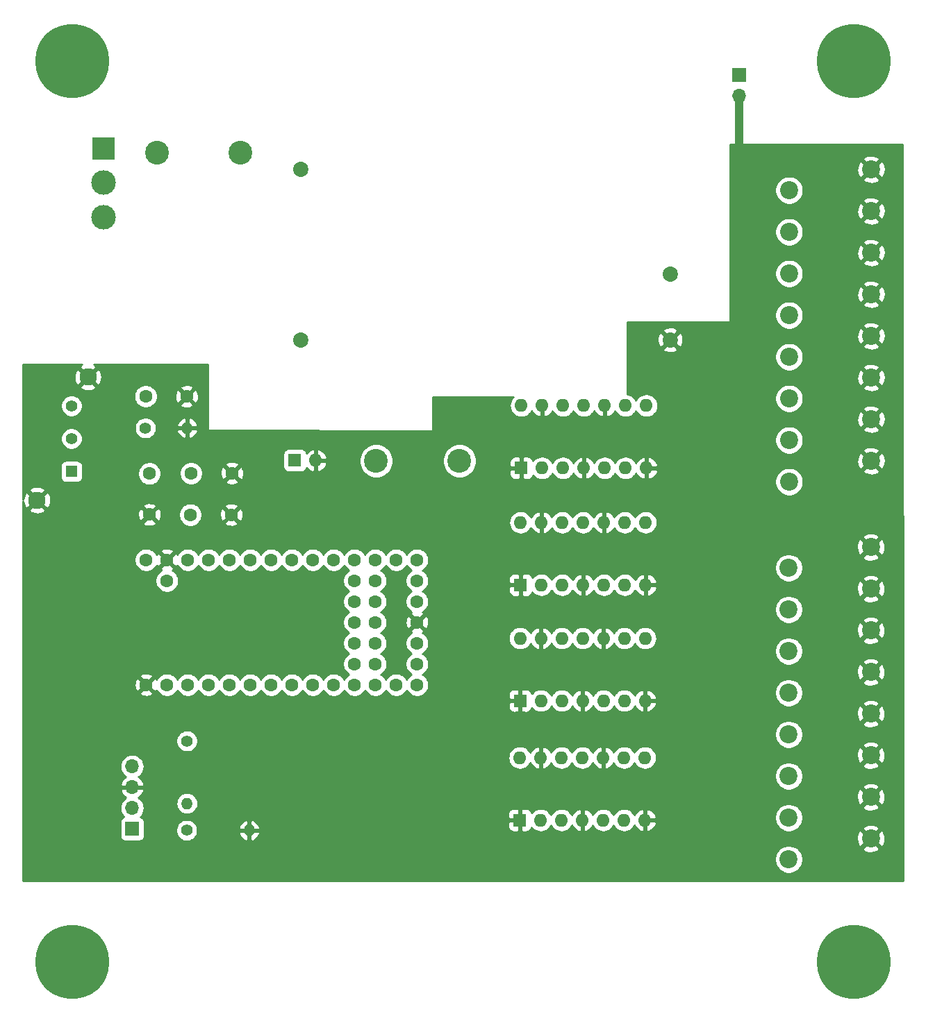
<source format=gbr>
G04 #@! TF.GenerationSoftware,KiCad,Pcbnew,(5.1.2-1)-1*
G04 #@! TF.CreationDate,2022-02-21T13:59:12-08:00*
G04 #@! TF.ProjectId,widaq-magis-ssr-v1b,77696461-712d-46d6-9167-69732d737372,rev?*
G04 #@! TF.SameCoordinates,Original*
G04 #@! TF.FileFunction,Copper,L2,Inr*
G04 #@! TF.FilePolarity,Positive*
%FSLAX46Y46*%
G04 Gerber Fmt 4.6, Leading zero omitted, Abs format (unit mm)*
G04 Created by KiCad (PCBNEW (5.1.2-1)-1) date 2022-02-21 13:59:12*
%MOMM*%
%LPD*%
G04 APERTURE LIST*
%ADD10C,2.900000*%
%ADD11C,3.000000*%
%ADD12R,2.800000X2.800000*%
%ADD13R,1.700000X1.700000*%
%ADD14O,1.700000X1.700000*%
%ADD15C,9.000000*%
%ADD16C,2.200000*%
%ADD17C,1.600000*%
%ADD18R,1.410000X1.410000*%
%ADD19C,1.410000*%
%ADD20C,2.103000*%
%ADD21C,1.400000*%
%ADD22O,1.400000X1.400000*%
%ADD23R,1.600000X1.600000*%
%ADD24O,1.600000X1.600000*%
%ADD25C,1.860000*%
%ADD26C,1.016000*%
%ADD27C,0.254000*%
G04 APERTURE END LIST*
D10*
X129141220Y-87368380D03*
X139301220Y-87368380D03*
X112562640Y-49794160D03*
X102402640Y-49794160D03*
D11*
X95910400Y-57650600D03*
X95910400Y-53450600D03*
D12*
X95910400Y-49250600D03*
D13*
X173395640Y-40289480D03*
D14*
X173395640Y-42829480D03*
D15*
X187337700Y-148475700D03*
X92087700Y-148475700D03*
X187337700Y-38620700D03*
X92087700Y-38620700D03*
D16*
X189470580Y-51821980D03*
X189470580Y-56901980D03*
X189470580Y-61981980D03*
X189470580Y-67061980D03*
X189470580Y-72141980D03*
X189470580Y-77221980D03*
X189470580Y-82301980D03*
X189470580Y-87381980D03*
X179470580Y-54361980D03*
X179470580Y-59441980D03*
X179470580Y-64521980D03*
X179470580Y-69601980D03*
X179470580Y-74681980D03*
X179470580Y-79761980D03*
X179470580Y-84841980D03*
X179470580Y-89921980D03*
X189435020Y-97895040D03*
X189435020Y-102975040D03*
X189435020Y-108055040D03*
X189435020Y-113135040D03*
X189435020Y-118215040D03*
X189435020Y-123295040D03*
X189435020Y-128375040D03*
X189435020Y-133455040D03*
X179435020Y-100435040D03*
X179435020Y-105515040D03*
X179435020Y-110595040D03*
X179435020Y-115675040D03*
X179435020Y-120755040D03*
X179435020Y-125835040D03*
X179435020Y-130915040D03*
X179435020Y-135995040D03*
D17*
X106497120Y-93936820D03*
X111497120Y-93936820D03*
X106583480Y-88877140D03*
X111583480Y-88877140D03*
D18*
X92011680Y-88658200D03*
D19*
X92011680Y-84658200D03*
X92011680Y-80658200D03*
D20*
X87811680Y-92158200D03*
X94011680Y-77158200D03*
D21*
X101023420Y-83360260D03*
D22*
X106103420Y-83360260D03*
D23*
X119227600Y-87302340D03*
D24*
X121767600Y-87302340D03*
D17*
X106045000Y-79499460D03*
X101045000Y-79499460D03*
X101518720Y-88927940D03*
X101518720Y-93927940D03*
X134129780Y-107061000D03*
X134129780Y-104521000D03*
X134129780Y-101981000D03*
X134129780Y-99441000D03*
X134129780Y-109601000D03*
X134129780Y-112141000D03*
X134129780Y-114681000D03*
X131589780Y-99441000D03*
X129049780Y-99441000D03*
X126509780Y-99441000D03*
X123969780Y-99441000D03*
X121429780Y-99441000D03*
X118889780Y-99441000D03*
X116349780Y-99441000D03*
X113809780Y-99441000D03*
X111269780Y-99441000D03*
X108729780Y-99441000D03*
X106189780Y-99441000D03*
X103649780Y-99441000D03*
X101109780Y-99441000D03*
X103649780Y-101981000D03*
X131589780Y-114681000D03*
X129049780Y-114681000D03*
X126509780Y-114681000D03*
X123969780Y-114681000D03*
X121429780Y-114681000D03*
X118889780Y-114681000D03*
X116349780Y-114681000D03*
X113809780Y-114681000D03*
X111269780Y-114681000D03*
X108729780Y-114681000D03*
X106189780Y-114681000D03*
X103649780Y-114681000D03*
X101109780Y-114681000D03*
X129049780Y-101981000D03*
X126509780Y-101981000D03*
X129049780Y-104521000D03*
X126509780Y-104521000D03*
X129049780Y-107061000D03*
X126509780Y-107061000D03*
X129049780Y-109601000D03*
X126509780Y-109601000D03*
X129049780Y-112141000D03*
X126509780Y-112141000D03*
D21*
X106050080Y-132448300D03*
D22*
X113670080Y-132448300D03*
D21*
X106080560Y-121541540D03*
D22*
X106080560Y-129161540D03*
D25*
X119981020Y-72617300D03*
X119981020Y-51817300D03*
X164981020Y-72617300D03*
X164981020Y-64617300D03*
D13*
X99402900Y-132260340D03*
D14*
X99402900Y-129720340D03*
X99402900Y-127180340D03*
X99402900Y-124640340D03*
D23*
X146685000Y-116624100D03*
D24*
X161925000Y-109004100D03*
X149225000Y-116624100D03*
X159385000Y-109004100D03*
X151765000Y-116624100D03*
X156845000Y-109004100D03*
X154305000Y-116624100D03*
X154305000Y-109004100D03*
X156845000Y-116624100D03*
X151765000Y-109004100D03*
X159385000Y-116624100D03*
X149225000Y-109004100D03*
X161925000Y-116624100D03*
X146685000Y-109004100D03*
D23*
X146832320Y-88249760D03*
D24*
X162072320Y-80629760D03*
X149372320Y-88249760D03*
X159532320Y-80629760D03*
X151912320Y-88249760D03*
X156992320Y-80629760D03*
X154452320Y-88249760D03*
X154452320Y-80629760D03*
X156992320Y-88249760D03*
X151912320Y-80629760D03*
X159532320Y-88249760D03*
X149372320Y-80629760D03*
X162072320Y-88249760D03*
X146832320Y-80629760D03*
D23*
X146646900Y-131188460D03*
D24*
X161886900Y-123568460D03*
X149186900Y-131188460D03*
X159346900Y-123568460D03*
X151726900Y-131188460D03*
X156806900Y-123568460D03*
X154266900Y-131188460D03*
X154266900Y-123568460D03*
X156806900Y-131188460D03*
X151726900Y-123568460D03*
X159346900Y-131188460D03*
X149186900Y-123568460D03*
X161886900Y-131188460D03*
X146646900Y-123568460D03*
D23*
X146738340Y-102499160D03*
D24*
X161978340Y-94879160D03*
X149278340Y-102499160D03*
X159438340Y-94879160D03*
X151818340Y-102499160D03*
X156898340Y-94879160D03*
X154358340Y-102499160D03*
X154358340Y-94879160D03*
X156898340Y-102499160D03*
X151818340Y-94879160D03*
X159438340Y-102499160D03*
X149278340Y-94879160D03*
X161978340Y-102499160D03*
X146738340Y-94879160D03*
D26*
X173395640Y-42829480D02*
X173395640Y-49951640D01*
D27*
G36*
X193347706Y-138588572D02*
G01*
X86113657Y-138572259D01*
X86114453Y-135824157D01*
X177700020Y-135824157D01*
X177700020Y-136165923D01*
X177766695Y-136501121D01*
X177897483Y-136816871D01*
X178087357Y-137101038D01*
X178329022Y-137342703D01*
X178613189Y-137532577D01*
X178928939Y-137663365D01*
X179264137Y-137730040D01*
X179605903Y-137730040D01*
X179941101Y-137663365D01*
X180256851Y-137532577D01*
X180541018Y-137342703D01*
X180782683Y-137101038D01*
X180972557Y-136816871D01*
X181103345Y-136501121D01*
X181170020Y-136165923D01*
X181170020Y-135824157D01*
X181103345Y-135488959D01*
X180972557Y-135173209D01*
X180782683Y-134889042D01*
X180555393Y-134661752D01*
X188407913Y-134661752D01*
X188515746Y-134936378D01*
X188822404Y-135087256D01*
X189152605Y-135175409D01*
X189493659Y-135197449D01*
X189832459Y-135152529D01*
X190155986Y-135042376D01*
X190354294Y-134936378D01*
X190462127Y-134661752D01*
X189435020Y-133634645D01*
X188407913Y-134661752D01*
X180555393Y-134661752D01*
X180541018Y-134647377D01*
X180256851Y-134457503D01*
X179941101Y-134326715D01*
X179605903Y-134260040D01*
X179264137Y-134260040D01*
X178928939Y-134326715D01*
X178613189Y-134457503D01*
X178329022Y-134647377D01*
X178087357Y-134889042D01*
X177897483Y-135173209D01*
X177766695Y-135488959D01*
X177700020Y-135824157D01*
X86114453Y-135824157D01*
X86116224Y-129720340D01*
X97910715Y-129720340D01*
X97939387Y-130011451D01*
X98024301Y-130291374D01*
X98162194Y-130549354D01*
X98347766Y-130775474D01*
X98377587Y-130799947D01*
X98308720Y-130820838D01*
X98198406Y-130879803D01*
X98101715Y-130959155D01*
X98022363Y-131055846D01*
X97963398Y-131166160D01*
X97927088Y-131285858D01*
X97914828Y-131410340D01*
X97914828Y-133110340D01*
X97927088Y-133234822D01*
X97963398Y-133354520D01*
X98022363Y-133464834D01*
X98101715Y-133561525D01*
X98198406Y-133640877D01*
X98308720Y-133699842D01*
X98428418Y-133736152D01*
X98552900Y-133748412D01*
X100252900Y-133748412D01*
X100377382Y-133736152D01*
X100497080Y-133699842D01*
X100607394Y-133640877D01*
X100704085Y-133561525D01*
X100783437Y-133464834D01*
X100842402Y-133354520D01*
X100878712Y-133234822D01*
X100890972Y-133110340D01*
X100890972Y-132316814D01*
X104715080Y-132316814D01*
X104715080Y-132579786D01*
X104766384Y-132837705D01*
X104867019Y-133080659D01*
X105013118Y-133299313D01*
X105199067Y-133485262D01*
X105417721Y-133631361D01*
X105660675Y-133731996D01*
X105918594Y-133783300D01*
X106181566Y-133783300D01*
X106439485Y-133731996D01*
X106682439Y-133631361D01*
X106901093Y-133485262D01*
X107087042Y-133299313D01*
X107233141Y-133080659D01*
X107333776Y-132837705D01*
X107344930Y-132781629D01*
X112377364Y-132781629D01*
X112410033Y-132889344D01*
X112520288Y-133126692D01*
X112674729Y-133337970D01*
X112867420Y-133515059D01*
X113090957Y-133651153D01*
X113336750Y-133741022D01*
X113543080Y-133618501D01*
X113543080Y-132575300D01*
X113797080Y-132575300D01*
X113797080Y-133618501D01*
X114003410Y-133741022D01*
X114249203Y-133651153D01*
X114472740Y-133515059D01*
X114474241Y-133513679D01*
X187692611Y-133513679D01*
X187737531Y-133852479D01*
X187847684Y-134176006D01*
X187953682Y-134374314D01*
X188228308Y-134482147D01*
X189255415Y-133455040D01*
X189614625Y-133455040D01*
X190641732Y-134482147D01*
X190916358Y-134374314D01*
X191067236Y-134067656D01*
X191155389Y-133737455D01*
X191177429Y-133396401D01*
X191132509Y-133057601D01*
X191022356Y-132734074D01*
X190916358Y-132535766D01*
X190641732Y-132427933D01*
X189614625Y-133455040D01*
X189255415Y-133455040D01*
X188228308Y-132427933D01*
X187953682Y-132535766D01*
X187802804Y-132842424D01*
X187714651Y-133172625D01*
X187692611Y-133513679D01*
X114474241Y-133513679D01*
X114665431Y-133337970D01*
X114819872Y-133126692D01*
X114930127Y-132889344D01*
X114962796Y-132781629D01*
X114839454Y-132575300D01*
X113797080Y-132575300D01*
X113543080Y-132575300D01*
X112500706Y-132575300D01*
X112377364Y-132781629D01*
X107344930Y-132781629D01*
X107385080Y-132579786D01*
X107385080Y-132316814D01*
X107344931Y-132114971D01*
X112377364Y-132114971D01*
X112500706Y-132321300D01*
X113543080Y-132321300D01*
X113543080Y-131278099D01*
X113797080Y-131278099D01*
X113797080Y-132321300D01*
X114839454Y-132321300D01*
X114962796Y-132114971D01*
X114930127Y-132007256D01*
X114921396Y-131988460D01*
X145208828Y-131988460D01*
X145221088Y-132112942D01*
X145257398Y-132232640D01*
X145316363Y-132342954D01*
X145395715Y-132439645D01*
X145492406Y-132518997D01*
X145602720Y-132577962D01*
X145722418Y-132614272D01*
X145846900Y-132626532D01*
X146361150Y-132623460D01*
X146519900Y-132464710D01*
X146519900Y-131315460D01*
X145370650Y-131315460D01*
X145211900Y-131474210D01*
X145208828Y-131988460D01*
X114921396Y-131988460D01*
X114819872Y-131769908D01*
X114665431Y-131558630D01*
X114472740Y-131381541D01*
X114249203Y-131245447D01*
X114003410Y-131155578D01*
X113797080Y-131278099D01*
X113543080Y-131278099D01*
X113336750Y-131155578D01*
X113090957Y-131245447D01*
X112867420Y-131381541D01*
X112674729Y-131558630D01*
X112520288Y-131769908D01*
X112410033Y-132007256D01*
X112377364Y-132114971D01*
X107344931Y-132114971D01*
X107333776Y-132058895D01*
X107233141Y-131815941D01*
X107087042Y-131597287D01*
X106901093Y-131411338D01*
X106682439Y-131265239D01*
X106439485Y-131164604D01*
X106181566Y-131113300D01*
X105918594Y-131113300D01*
X105660675Y-131164604D01*
X105417721Y-131265239D01*
X105199067Y-131411338D01*
X105013118Y-131597287D01*
X104867019Y-131815941D01*
X104766384Y-132058895D01*
X104715080Y-132316814D01*
X100890972Y-132316814D01*
X100890972Y-131410340D01*
X100878712Y-131285858D01*
X100842402Y-131166160D01*
X100783437Y-131055846D01*
X100704085Y-130959155D01*
X100607394Y-130879803D01*
X100497080Y-130820838D01*
X100428213Y-130799947D01*
X100458034Y-130775474D01*
X100643606Y-130549354D01*
X100781499Y-130291374D01*
X100866413Y-130011451D01*
X100895085Y-129720340D01*
X100866413Y-129429229D01*
X100785211Y-129161540D01*
X104739101Y-129161540D01*
X104764877Y-129423246D01*
X104841213Y-129674894D01*
X104965178Y-129906815D01*
X105132005Y-130110095D01*
X105335285Y-130276922D01*
X105567206Y-130400887D01*
X105818854Y-130477223D01*
X106014981Y-130496540D01*
X106146139Y-130496540D01*
X106342266Y-130477223D01*
X106593914Y-130400887D01*
X106617163Y-130388460D01*
X145208828Y-130388460D01*
X145211900Y-130902710D01*
X145370650Y-131061460D01*
X146519900Y-131061460D01*
X146519900Y-129912210D01*
X146773900Y-129912210D01*
X146773900Y-131061460D01*
X146793900Y-131061460D01*
X146793900Y-131315460D01*
X146773900Y-131315460D01*
X146773900Y-132464710D01*
X146932650Y-132623460D01*
X147446900Y-132626532D01*
X147571382Y-132614272D01*
X147691080Y-132577962D01*
X147801394Y-132518997D01*
X147898085Y-132439645D01*
X147977437Y-132342954D01*
X148036402Y-132232640D01*
X148072712Y-132112942D01*
X148074481Y-132094978D01*
X148167292Y-132208068D01*
X148385799Y-132387392D01*
X148635092Y-132520642D01*
X148905591Y-132602696D01*
X149116408Y-132623460D01*
X149257392Y-132623460D01*
X149468209Y-132602696D01*
X149738708Y-132520642D01*
X149988001Y-132387392D01*
X150206508Y-132208068D01*
X150385832Y-131989561D01*
X150456900Y-131856602D01*
X150527968Y-131989561D01*
X150707292Y-132208068D01*
X150925799Y-132387392D01*
X151175092Y-132520642D01*
X151445591Y-132602696D01*
X151656408Y-132623460D01*
X151797392Y-132623460D01*
X152008209Y-132602696D01*
X152278708Y-132520642D01*
X152528001Y-132387392D01*
X152746508Y-132208068D01*
X152925832Y-131989561D01*
X152999479Y-131851778D01*
X153114515Y-132043591D01*
X153303486Y-132251979D01*
X153529480Y-132419497D01*
X153783813Y-132539706D01*
X153917861Y-132580364D01*
X154139900Y-132458375D01*
X154139900Y-131315460D01*
X154119900Y-131315460D01*
X154119900Y-131061460D01*
X154139900Y-131061460D01*
X154139900Y-129918545D01*
X154393900Y-129918545D01*
X154393900Y-131061460D01*
X154413900Y-131061460D01*
X154413900Y-131315460D01*
X154393900Y-131315460D01*
X154393900Y-132458375D01*
X154615939Y-132580364D01*
X154749987Y-132539706D01*
X155004320Y-132419497D01*
X155230314Y-132251979D01*
X155419285Y-132043591D01*
X155534321Y-131851778D01*
X155607968Y-131989561D01*
X155787292Y-132208068D01*
X156005799Y-132387392D01*
X156255092Y-132520642D01*
X156525591Y-132602696D01*
X156736408Y-132623460D01*
X156877392Y-132623460D01*
X157088209Y-132602696D01*
X157358708Y-132520642D01*
X157608001Y-132387392D01*
X157826508Y-132208068D01*
X158005832Y-131989561D01*
X158076900Y-131856602D01*
X158147968Y-131989561D01*
X158327292Y-132208068D01*
X158545799Y-132387392D01*
X158795092Y-132520642D01*
X159065591Y-132602696D01*
X159276408Y-132623460D01*
X159417392Y-132623460D01*
X159628209Y-132602696D01*
X159898708Y-132520642D01*
X160148001Y-132387392D01*
X160366508Y-132208068D01*
X160545832Y-131989561D01*
X160619479Y-131851778D01*
X160734515Y-132043591D01*
X160923486Y-132251979D01*
X161149480Y-132419497D01*
X161403813Y-132539706D01*
X161537861Y-132580364D01*
X161759900Y-132458375D01*
X161759900Y-131315460D01*
X162013900Y-131315460D01*
X162013900Y-132458375D01*
X162235939Y-132580364D01*
X162369987Y-132539706D01*
X162624320Y-132419497D01*
X162850314Y-132251979D01*
X163039285Y-132043591D01*
X163183970Y-131802341D01*
X163278809Y-131537500D01*
X163157524Y-131315460D01*
X162013900Y-131315460D01*
X161759900Y-131315460D01*
X161739900Y-131315460D01*
X161739900Y-131061460D01*
X161759900Y-131061460D01*
X161759900Y-129918545D01*
X162013900Y-129918545D01*
X162013900Y-131061460D01*
X163157524Y-131061460D01*
X163278809Y-130839420D01*
X163244696Y-130744157D01*
X177700020Y-130744157D01*
X177700020Y-131085923D01*
X177766695Y-131421121D01*
X177897483Y-131736871D01*
X178087357Y-132021038D01*
X178329022Y-132262703D01*
X178613189Y-132452577D01*
X178928939Y-132583365D01*
X179264137Y-132650040D01*
X179605903Y-132650040D01*
X179941101Y-132583365D01*
X180256851Y-132452577D01*
X180541018Y-132262703D01*
X180555393Y-132248328D01*
X188407913Y-132248328D01*
X189435020Y-133275435D01*
X190462127Y-132248328D01*
X190354294Y-131973702D01*
X190047636Y-131822824D01*
X189717435Y-131734671D01*
X189376381Y-131712631D01*
X189037581Y-131757551D01*
X188714054Y-131867704D01*
X188515746Y-131973702D01*
X188407913Y-132248328D01*
X180555393Y-132248328D01*
X180782683Y-132021038D01*
X180972557Y-131736871D01*
X181103345Y-131421121D01*
X181170020Y-131085923D01*
X181170020Y-130744157D01*
X181103345Y-130408959D01*
X180972557Y-130093209D01*
X180782683Y-129809042D01*
X180555393Y-129581752D01*
X188407913Y-129581752D01*
X188515746Y-129856378D01*
X188822404Y-130007256D01*
X189152605Y-130095409D01*
X189493659Y-130117449D01*
X189832459Y-130072529D01*
X190155986Y-129962376D01*
X190354294Y-129856378D01*
X190462127Y-129581752D01*
X189435020Y-128554645D01*
X188407913Y-129581752D01*
X180555393Y-129581752D01*
X180541018Y-129567377D01*
X180256851Y-129377503D01*
X179941101Y-129246715D01*
X179605903Y-129180040D01*
X179264137Y-129180040D01*
X178928939Y-129246715D01*
X178613189Y-129377503D01*
X178329022Y-129567377D01*
X178087357Y-129809042D01*
X177897483Y-130093209D01*
X177766695Y-130408959D01*
X177700020Y-130744157D01*
X163244696Y-130744157D01*
X163183970Y-130574579D01*
X163039285Y-130333329D01*
X162850314Y-130124941D01*
X162624320Y-129957423D01*
X162369987Y-129837214D01*
X162235939Y-129796556D01*
X162013900Y-129918545D01*
X161759900Y-129918545D01*
X161537861Y-129796556D01*
X161403813Y-129837214D01*
X161149480Y-129957423D01*
X160923486Y-130124941D01*
X160734515Y-130333329D01*
X160619479Y-130525142D01*
X160545832Y-130387359D01*
X160366508Y-130168852D01*
X160148001Y-129989528D01*
X159898708Y-129856278D01*
X159628209Y-129774224D01*
X159417392Y-129753460D01*
X159276408Y-129753460D01*
X159065591Y-129774224D01*
X158795092Y-129856278D01*
X158545799Y-129989528D01*
X158327292Y-130168852D01*
X158147968Y-130387359D01*
X158076900Y-130520318D01*
X158005832Y-130387359D01*
X157826508Y-130168852D01*
X157608001Y-129989528D01*
X157358708Y-129856278D01*
X157088209Y-129774224D01*
X156877392Y-129753460D01*
X156736408Y-129753460D01*
X156525591Y-129774224D01*
X156255092Y-129856278D01*
X156005799Y-129989528D01*
X155787292Y-130168852D01*
X155607968Y-130387359D01*
X155534321Y-130525142D01*
X155419285Y-130333329D01*
X155230314Y-130124941D01*
X155004320Y-129957423D01*
X154749987Y-129837214D01*
X154615939Y-129796556D01*
X154393900Y-129918545D01*
X154139900Y-129918545D01*
X153917861Y-129796556D01*
X153783813Y-129837214D01*
X153529480Y-129957423D01*
X153303486Y-130124941D01*
X153114515Y-130333329D01*
X152999479Y-130525142D01*
X152925832Y-130387359D01*
X152746508Y-130168852D01*
X152528001Y-129989528D01*
X152278708Y-129856278D01*
X152008209Y-129774224D01*
X151797392Y-129753460D01*
X151656408Y-129753460D01*
X151445591Y-129774224D01*
X151175092Y-129856278D01*
X150925799Y-129989528D01*
X150707292Y-130168852D01*
X150527968Y-130387359D01*
X150456900Y-130520318D01*
X150385832Y-130387359D01*
X150206508Y-130168852D01*
X149988001Y-129989528D01*
X149738708Y-129856278D01*
X149468209Y-129774224D01*
X149257392Y-129753460D01*
X149116408Y-129753460D01*
X148905591Y-129774224D01*
X148635092Y-129856278D01*
X148385799Y-129989528D01*
X148167292Y-130168852D01*
X148074481Y-130281942D01*
X148072712Y-130263978D01*
X148036402Y-130144280D01*
X147977437Y-130033966D01*
X147898085Y-129937275D01*
X147801394Y-129857923D01*
X147691080Y-129798958D01*
X147571382Y-129762648D01*
X147446900Y-129750388D01*
X146932650Y-129753460D01*
X146773900Y-129912210D01*
X146519900Y-129912210D01*
X146361150Y-129753460D01*
X145846900Y-129750388D01*
X145722418Y-129762648D01*
X145602720Y-129798958D01*
X145492406Y-129857923D01*
X145395715Y-129937275D01*
X145316363Y-130033966D01*
X145257398Y-130144280D01*
X145221088Y-130263978D01*
X145208828Y-130388460D01*
X106617163Y-130388460D01*
X106825835Y-130276922D01*
X107029115Y-130110095D01*
X107195942Y-129906815D01*
X107319907Y-129674894D01*
X107396243Y-129423246D01*
X107422019Y-129161540D01*
X107396243Y-128899834D01*
X107319907Y-128648186D01*
X107205251Y-128433679D01*
X187692611Y-128433679D01*
X187737531Y-128772479D01*
X187847684Y-129096006D01*
X187953682Y-129294314D01*
X188228308Y-129402147D01*
X189255415Y-128375040D01*
X189614625Y-128375040D01*
X190641732Y-129402147D01*
X190916358Y-129294314D01*
X191067236Y-128987656D01*
X191155389Y-128657455D01*
X191177429Y-128316401D01*
X191132509Y-127977601D01*
X191022356Y-127654074D01*
X190916358Y-127455766D01*
X190641732Y-127347933D01*
X189614625Y-128375040D01*
X189255415Y-128375040D01*
X188228308Y-127347933D01*
X187953682Y-127455766D01*
X187802804Y-127762424D01*
X187714651Y-128092625D01*
X187692611Y-128433679D01*
X107205251Y-128433679D01*
X107195942Y-128416265D01*
X107029115Y-128212985D01*
X106825835Y-128046158D01*
X106593914Y-127922193D01*
X106342266Y-127845857D01*
X106146139Y-127826540D01*
X106014981Y-127826540D01*
X105818854Y-127845857D01*
X105567206Y-127922193D01*
X105335285Y-128046158D01*
X105132005Y-128212985D01*
X104965178Y-128416265D01*
X104841213Y-128648186D01*
X104764877Y-128899834D01*
X104739101Y-129161540D01*
X100785211Y-129161540D01*
X100781499Y-129149306D01*
X100643606Y-128891326D01*
X100458034Y-128665206D01*
X100231914Y-128479634D01*
X100167377Y-128445139D01*
X100284255Y-128375518D01*
X100500488Y-128180609D01*
X100674541Y-127947260D01*
X100799725Y-127684439D01*
X100844376Y-127537230D01*
X100723055Y-127307340D01*
X99529900Y-127307340D01*
X99529900Y-127327340D01*
X99275900Y-127327340D01*
X99275900Y-127307340D01*
X98082745Y-127307340D01*
X97961424Y-127537230D01*
X98006075Y-127684439D01*
X98131259Y-127947260D01*
X98305312Y-128180609D01*
X98521545Y-128375518D01*
X98638423Y-128445139D01*
X98573886Y-128479634D01*
X98347766Y-128665206D01*
X98162194Y-128891326D01*
X98024301Y-129149306D01*
X97939387Y-129429229D01*
X97910715Y-129720340D01*
X86116224Y-129720340D01*
X86117697Y-124640340D01*
X97910715Y-124640340D01*
X97939387Y-124931451D01*
X98024301Y-125211374D01*
X98162194Y-125469354D01*
X98347766Y-125695474D01*
X98573886Y-125881046D01*
X98638423Y-125915541D01*
X98521545Y-125985162D01*
X98305312Y-126180071D01*
X98131259Y-126413420D01*
X98006075Y-126676241D01*
X97961424Y-126823450D01*
X98082745Y-127053340D01*
X99275900Y-127053340D01*
X99275900Y-127033340D01*
X99529900Y-127033340D01*
X99529900Y-127053340D01*
X100723055Y-127053340D01*
X100844376Y-126823450D01*
X100799725Y-126676241D01*
X100674541Y-126413420D01*
X100500488Y-126180071D01*
X100284255Y-125985162D01*
X100167377Y-125915541D01*
X100231914Y-125881046D01*
X100458034Y-125695474D01*
X100483735Y-125664157D01*
X177700020Y-125664157D01*
X177700020Y-126005923D01*
X177766695Y-126341121D01*
X177897483Y-126656871D01*
X178087357Y-126941038D01*
X178329022Y-127182703D01*
X178613189Y-127372577D01*
X178928939Y-127503365D01*
X179264137Y-127570040D01*
X179605903Y-127570040D01*
X179941101Y-127503365D01*
X180256851Y-127372577D01*
X180541018Y-127182703D01*
X180555393Y-127168328D01*
X188407913Y-127168328D01*
X189435020Y-128195435D01*
X190462127Y-127168328D01*
X190354294Y-126893702D01*
X190047636Y-126742824D01*
X189717435Y-126654671D01*
X189376381Y-126632631D01*
X189037581Y-126677551D01*
X188714054Y-126787704D01*
X188515746Y-126893702D01*
X188407913Y-127168328D01*
X180555393Y-127168328D01*
X180782683Y-126941038D01*
X180972557Y-126656871D01*
X181103345Y-126341121D01*
X181170020Y-126005923D01*
X181170020Y-125664157D01*
X181103345Y-125328959D01*
X180972557Y-125013209D01*
X180782683Y-124729042D01*
X180555393Y-124501752D01*
X188407913Y-124501752D01*
X188515746Y-124776378D01*
X188822404Y-124927256D01*
X189152605Y-125015409D01*
X189493659Y-125037449D01*
X189832459Y-124992529D01*
X190155986Y-124882376D01*
X190354294Y-124776378D01*
X190462127Y-124501752D01*
X189435020Y-123474645D01*
X188407913Y-124501752D01*
X180555393Y-124501752D01*
X180541018Y-124487377D01*
X180256851Y-124297503D01*
X179941101Y-124166715D01*
X179605903Y-124100040D01*
X179264137Y-124100040D01*
X178928939Y-124166715D01*
X178613189Y-124297503D01*
X178329022Y-124487377D01*
X178087357Y-124729042D01*
X177897483Y-125013209D01*
X177766695Y-125328959D01*
X177700020Y-125664157D01*
X100483735Y-125664157D01*
X100643606Y-125469354D01*
X100781499Y-125211374D01*
X100866413Y-124931451D01*
X100895085Y-124640340D01*
X100866413Y-124349229D01*
X100781499Y-124069306D01*
X100643606Y-123811326D01*
X100458034Y-123585206D01*
X100437629Y-123568460D01*
X145204957Y-123568460D01*
X145232664Y-123849769D01*
X145314718Y-124120268D01*
X145447968Y-124369561D01*
X145627292Y-124588068D01*
X145845799Y-124767392D01*
X146095092Y-124900642D01*
X146365591Y-124982696D01*
X146576408Y-125003460D01*
X146717392Y-125003460D01*
X146928209Y-124982696D01*
X147198708Y-124900642D01*
X147448001Y-124767392D01*
X147666508Y-124588068D01*
X147845832Y-124369561D01*
X147919479Y-124231778D01*
X148034515Y-124423591D01*
X148223486Y-124631979D01*
X148449480Y-124799497D01*
X148703813Y-124919706D01*
X148837861Y-124960364D01*
X149059900Y-124838375D01*
X149059900Y-123695460D01*
X149039900Y-123695460D01*
X149039900Y-123441460D01*
X149059900Y-123441460D01*
X149059900Y-122298545D01*
X149313900Y-122298545D01*
X149313900Y-123441460D01*
X149333900Y-123441460D01*
X149333900Y-123695460D01*
X149313900Y-123695460D01*
X149313900Y-124838375D01*
X149535939Y-124960364D01*
X149669987Y-124919706D01*
X149924320Y-124799497D01*
X150150314Y-124631979D01*
X150339285Y-124423591D01*
X150454321Y-124231778D01*
X150527968Y-124369561D01*
X150707292Y-124588068D01*
X150925799Y-124767392D01*
X151175092Y-124900642D01*
X151445591Y-124982696D01*
X151656408Y-125003460D01*
X151797392Y-125003460D01*
X152008209Y-124982696D01*
X152278708Y-124900642D01*
X152528001Y-124767392D01*
X152746508Y-124588068D01*
X152925832Y-124369561D01*
X152996900Y-124236602D01*
X153067968Y-124369561D01*
X153247292Y-124588068D01*
X153465799Y-124767392D01*
X153715092Y-124900642D01*
X153985591Y-124982696D01*
X154196408Y-125003460D01*
X154337392Y-125003460D01*
X154548209Y-124982696D01*
X154818708Y-124900642D01*
X155068001Y-124767392D01*
X155286508Y-124588068D01*
X155465832Y-124369561D01*
X155539479Y-124231778D01*
X155654515Y-124423591D01*
X155843486Y-124631979D01*
X156069480Y-124799497D01*
X156323813Y-124919706D01*
X156457861Y-124960364D01*
X156679900Y-124838375D01*
X156679900Y-123695460D01*
X156659900Y-123695460D01*
X156659900Y-123441460D01*
X156679900Y-123441460D01*
X156679900Y-122298545D01*
X156933900Y-122298545D01*
X156933900Y-123441460D01*
X156953900Y-123441460D01*
X156953900Y-123695460D01*
X156933900Y-123695460D01*
X156933900Y-124838375D01*
X157155939Y-124960364D01*
X157289987Y-124919706D01*
X157544320Y-124799497D01*
X157770314Y-124631979D01*
X157959285Y-124423591D01*
X158074321Y-124231778D01*
X158147968Y-124369561D01*
X158327292Y-124588068D01*
X158545799Y-124767392D01*
X158795092Y-124900642D01*
X159065591Y-124982696D01*
X159276408Y-125003460D01*
X159417392Y-125003460D01*
X159628209Y-124982696D01*
X159898708Y-124900642D01*
X160148001Y-124767392D01*
X160366508Y-124588068D01*
X160545832Y-124369561D01*
X160616900Y-124236602D01*
X160687968Y-124369561D01*
X160867292Y-124588068D01*
X161085799Y-124767392D01*
X161335092Y-124900642D01*
X161605591Y-124982696D01*
X161816408Y-125003460D01*
X161957392Y-125003460D01*
X162168209Y-124982696D01*
X162438708Y-124900642D01*
X162688001Y-124767392D01*
X162906508Y-124588068D01*
X163085832Y-124369561D01*
X163219082Y-124120268D01*
X163301136Y-123849769D01*
X163328843Y-123568460D01*
X163307689Y-123353679D01*
X187692611Y-123353679D01*
X187737531Y-123692479D01*
X187847684Y-124016006D01*
X187953682Y-124214314D01*
X188228308Y-124322147D01*
X189255415Y-123295040D01*
X189614625Y-123295040D01*
X190641732Y-124322147D01*
X190916358Y-124214314D01*
X191067236Y-123907656D01*
X191155389Y-123577455D01*
X191177429Y-123236401D01*
X191132509Y-122897601D01*
X191022356Y-122574074D01*
X190916358Y-122375766D01*
X190641732Y-122267933D01*
X189614625Y-123295040D01*
X189255415Y-123295040D01*
X188228308Y-122267933D01*
X187953682Y-122375766D01*
X187802804Y-122682424D01*
X187714651Y-123012625D01*
X187692611Y-123353679D01*
X163307689Y-123353679D01*
X163301136Y-123287151D01*
X163219082Y-123016652D01*
X163085832Y-122767359D01*
X162906508Y-122548852D01*
X162688001Y-122369528D01*
X162438708Y-122236278D01*
X162168209Y-122154224D01*
X161957392Y-122133460D01*
X161816408Y-122133460D01*
X161605591Y-122154224D01*
X161335092Y-122236278D01*
X161085799Y-122369528D01*
X160867292Y-122548852D01*
X160687968Y-122767359D01*
X160616900Y-122900318D01*
X160545832Y-122767359D01*
X160366508Y-122548852D01*
X160148001Y-122369528D01*
X159898708Y-122236278D01*
X159628209Y-122154224D01*
X159417392Y-122133460D01*
X159276408Y-122133460D01*
X159065591Y-122154224D01*
X158795092Y-122236278D01*
X158545799Y-122369528D01*
X158327292Y-122548852D01*
X158147968Y-122767359D01*
X158074321Y-122905142D01*
X157959285Y-122713329D01*
X157770314Y-122504941D01*
X157544320Y-122337423D01*
X157289987Y-122217214D01*
X157155939Y-122176556D01*
X156933900Y-122298545D01*
X156679900Y-122298545D01*
X156457861Y-122176556D01*
X156323813Y-122217214D01*
X156069480Y-122337423D01*
X155843486Y-122504941D01*
X155654515Y-122713329D01*
X155539479Y-122905142D01*
X155465832Y-122767359D01*
X155286508Y-122548852D01*
X155068001Y-122369528D01*
X154818708Y-122236278D01*
X154548209Y-122154224D01*
X154337392Y-122133460D01*
X154196408Y-122133460D01*
X153985591Y-122154224D01*
X153715092Y-122236278D01*
X153465799Y-122369528D01*
X153247292Y-122548852D01*
X153067968Y-122767359D01*
X152996900Y-122900318D01*
X152925832Y-122767359D01*
X152746508Y-122548852D01*
X152528001Y-122369528D01*
X152278708Y-122236278D01*
X152008209Y-122154224D01*
X151797392Y-122133460D01*
X151656408Y-122133460D01*
X151445591Y-122154224D01*
X151175092Y-122236278D01*
X150925799Y-122369528D01*
X150707292Y-122548852D01*
X150527968Y-122767359D01*
X150454321Y-122905142D01*
X150339285Y-122713329D01*
X150150314Y-122504941D01*
X149924320Y-122337423D01*
X149669987Y-122217214D01*
X149535939Y-122176556D01*
X149313900Y-122298545D01*
X149059900Y-122298545D01*
X148837861Y-122176556D01*
X148703813Y-122217214D01*
X148449480Y-122337423D01*
X148223486Y-122504941D01*
X148034515Y-122713329D01*
X147919479Y-122905142D01*
X147845832Y-122767359D01*
X147666508Y-122548852D01*
X147448001Y-122369528D01*
X147198708Y-122236278D01*
X146928209Y-122154224D01*
X146717392Y-122133460D01*
X146576408Y-122133460D01*
X146365591Y-122154224D01*
X146095092Y-122236278D01*
X145845799Y-122369528D01*
X145627292Y-122548852D01*
X145447968Y-122767359D01*
X145314718Y-123016652D01*
X145232664Y-123287151D01*
X145204957Y-123568460D01*
X100437629Y-123568460D01*
X100231914Y-123399634D01*
X99973934Y-123261741D01*
X99694011Y-123176827D01*
X99475850Y-123155340D01*
X99329950Y-123155340D01*
X99111789Y-123176827D01*
X98831866Y-123261741D01*
X98573886Y-123399634D01*
X98347766Y-123585206D01*
X98162194Y-123811326D01*
X98024301Y-124069306D01*
X97939387Y-124349229D01*
X97910715Y-124640340D01*
X86117697Y-124640340D01*
X86118633Y-121410054D01*
X104745560Y-121410054D01*
X104745560Y-121673026D01*
X104796864Y-121930945D01*
X104897499Y-122173899D01*
X105043598Y-122392553D01*
X105229547Y-122578502D01*
X105448201Y-122724601D01*
X105691155Y-122825236D01*
X105949074Y-122876540D01*
X106212046Y-122876540D01*
X106469965Y-122825236D01*
X106712919Y-122724601D01*
X106931573Y-122578502D01*
X107117522Y-122392553D01*
X107263621Y-122173899D01*
X107364256Y-121930945D01*
X107415560Y-121673026D01*
X107415560Y-121410054D01*
X107364256Y-121152135D01*
X107263621Y-120909181D01*
X107117522Y-120690527D01*
X107011152Y-120584157D01*
X177700020Y-120584157D01*
X177700020Y-120925923D01*
X177766695Y-121261121D01*
X177897483Y-121576871D01*
X178087357Y-121861038D01*
X178329022Y-122102703D01*
X178613189Y-122292577D01*
X178928939Y-122423365D01*
X179264137Y-122490040D01*
X179605903Y-122490040D01*
X179941101Y-122423365D01*
X180256851Y-122292577D01*
X180541018Y-122102703D01*
X180555393Y-122088328D01*
X188407913Y-122088328D01*
X189435020Y-123115435D01*
X190462127Y-122088328D01*
X190354294Y-121813702D01*
X190047636Y-121662824D01*
X189717435Y-121574671D01*
X189376381Y-121552631D01*
X189037581Y-121597551D01*
X188714054Y-121707704D01*
X188515746Y-121813702D01*
X188407913Y-122088328D01*
X180555393Y-122088328D01*
X180782683Y-121861038D01*
X180972557Y-121576871D01*
X181103345Y-121261121D01*
X181170020Y-120925923D01*
X181170020Y-120584157D01*
X181103345Y-120248959D01*
X180972557Y-119933209D01*
X180782683Y-119649042D01*
X180555393Y-119421752D01*
X188407913Y-119421752D01*
X188515746Y-119696378D01*
X188822404Y-119847256D01*
X189152605Y-119935409D01*
X189493659Y-119957449D01*
X189832459Y-119912529D01*
X190155986Y-119802376D01*
X190354294Y-119696378D01*
X190462127Y-119421752D01*
X189435020Y-118394645D01*
X188407913Y-119421752D01*
X180555393Y-119421752D01*
X180541018Y-119407377D01*
X180256851Y-119217503D01*
X179941101Y-119086715D01*
X179605903Y-119020040D01*
X179264137Y-119020040D01*
X178928939Y-119086715D01*
X178613189Y-119217503D01*
X178329022Y-119407377D01*
X178087357Y-119649042D01*
X177897483Y-119933209D01*
X177766695Y-120248959D01*
X177700020Y-120584157D01*
X107011152Y-120584157D01*
X106931573Y-120504578D01*
X106712919Y-120358479D01*
X106469965Y-120257844D01*
X106212046Y-120206540D01*
X105949074Y-120206540D01*
X105691155Y-120257844D01*
X105448201Y-120358479D01*
X105229547Y-120504578D01*
X105043598Y-120690527D01*
X104897499Y-120909181D01*
X104796864Y-121152135D01*
X104745560Y-121410054D01*
X86118633Y-121410054D01*
X86119542Y-118273679D01*
X187692611Y-118273679D01*
X187737531Y-118612479D01*
X187847684Y-118936006D01*
X187953682Y-119134314D01*
X188228308Y-119242147D01*
X189255415Y-118215040D01*
X189614625Y-118215040D01*
X190641732Y-119242147D01*
X190916358Y-119134314D01*
X191067236Y-118827656D01*
X191155389Y-118497455D01*
X191177429Y-118156401D01*
X191132509Y-117817601D01*
X191022356Y-117494074D01*
X190916358Y-117295766D01*
X190641732Y-117187933D01*
X189614625Y-118215040D01*
X189255415Y-118215040D01*
X188228308Y-117187933D01*
X187953682Y-117295766D01*
X187802804Y-117602424D01*
X187714651Y-117932625D01*
X187692611Y-118273679D01*
X86119542Y-118273679D01*
X86119789Y-117424100D01*
X145246928Y-117424100D01*
X145259188Y-117548582D01*
X145295498Y-117668280D01*
X145354463Y-117778594D01*
X145433815Y-117875285D01*
X145530506Y-117954637D01*
X145640820Y-118013602D01*
X145760518Y-118049912D01*
X145885000Y-118062172D01*
X146399250Y-118059100D01*
X146558000Y-117900350D01*
X146558000Y-116751100D01*
X145408750Y-116751100D01*
X145250000Y-116909850D01*
X145246928Y-117424100D01*
X86119789Y-117424100D01*
X86120297Y-115673702D01*
X100296683Y-115673702D01*
X100368266Y-115917671D01*
X100623776Y-116038571D01*
X100897964Y-116107300D01*
X101180292Y-116121217D01*
X101459910Y-116079787D01*
X101726072Y-115984603D01*
X101851294Y-115917671D01*
X101922877Y-115673702D01*
X101109780Y-114860605D01*
X100296683Y-115673702D01*
X86120297Y-115673702D01*
X86120565Y-114751512D01*
X99669563Y-114751512D01*
X99710993Y-115031130D01*
X99806177Y-115297292D01*
X99873109Y-115422514D01*
X100117078Y-115494097D01*
X100930175Y-114681000D01*
X101289385Y-114681000D01*
X102102482Y-115494097D01*
X102346451Y-115422514D01*
X102376974Y-115358008D01*
X102378100Y-115360727D01*
X102535143Y-115595759D01*
X102735021Y-115795637D01*
X102970053Y-115952680D01*
X103231206Y-116060853D01*
X103508445Y-116116000D01*
X103791115Y-116116000D01*
X104068354Y-116060853D01*
X104329507Y-115952680D01*
X104564539Y-115795637D01*
X104764417Y-115595759D01*
X104919780Y-115363241D01*
X105075143Y-115595759D01*
X105275021Y-115795637D01*
X105510053Y-115952680D01*
X105771206Y-116060853D01*
X106048445Y-116116000D01*
X106331115Y-116116000D01*
X106608354Y-116060853D01*
X106869507Y-115952680D01*
X107104539Y-115795637D01*
X107304417Y-115595759D01*
X107459780Y-115363241D01*
X107615143Y-115595759D01*
X107815021Y-115795637D01*
X108050053Y-115952680D01*
X108311206Y-116060853D01*
X108588445Y-116116000D01*
X108871115Y-116116000D01*
X109148354Y-116060853D01*
X109409507Y-115952680D01*
X109644539Y-115795637D01*
X109844417Y-115595759D01*
X109999780Y-115363241D01*
X110155143Y-115595759D01*
X110355021Y-115795637D01*
X110590053Y-115952680D01*
X110851206Y-116060853D01*
X111128445Y-116116000D01*
X111411115Y-116116000D01*
X111688354Y-116060853D01*
X111949507Y-115952680D01*
X112184539Y-115795637D01*
X112384417Y-115595759D01*
X112539780Y-115363241D01*
X112695143Y-115595759D01*
X112895021Y-115795637D01*
X113130053Y-115952680D01*
X113391206Y-116060853D01*
X113668445Y-116116000D01*
X113951115Y-116116000D01*
X114228354Y-116060853D01*
X114489507Y-115952680D01*
X114724539Y-115795637D01*
X114924417Y-115595759D01*
X115079780Y-115363241D01*
X115235143Y-115595759D01*
X115435021Y-115795637D01*
X115670053Y-115952680D01*
X115931206Y-116060853D01*
X116208445Y-116116000D01*
X116491115Y-116116000D01*
X116768354Y-116060853D01*
X117029507Y-115952680D01*
X117264539Y-115795637D01*
X117464417Y-115595759D01*
X117619780Y-115363241D01*
X117775143Y-115595759D01*
X117975021Y-115795637D01*
X118210053Y-115952680D01*
X118471206Y-116060853D01*
X118748445Y-116116000D01*
X119031115Y-116116000D01*
X119308354Y-116060853D01*
X119569507Y-115952680D01*
X119804539Y-115795637D01*
X120004417Y-115595759D01*
X120159780Y-115363241D01*
X120315143Y-115595759D01*
X120515021Y-115795637D01*
X120750053Y-115952680D01*
X121011206Y-116060853D01*
X121288445Y-116116000D01*
X121571115Y-116116000D01*
X121848354Y-116060853D01*
X122109507Y-115952680D01*
X122344539Y-115795637D01*
X122544417Y-115595759D01*
X122699780Y-115363241D01*
X122855143Y-115595759D01*
X123055021Y-115795637D01*
X123290053Y-115952680D01*
X123551206Y-116060853D01*
X123828445Y-116116000D01*
X124111115Y-116116000D01*
X124388354Y-116060853D01*
X124649507Y-115952680D01*
X124884539Y-115795637D01*
X125084417Y-115595759D01*
X125239780Y-115363241D01*
X125395143Y-115595759D01*
X125595021Y-115795637D01*
X125830053Y-115952680D01*
X126091206Y-116060853D01*
X126368445Y-116116000D01*
X126651115Y-116116000D01*
X126928354Y-116060853D01*
X127189507Y-115952680D01*
X127424539Y-115795637D01*
X127624417Y-115595759D01*
X127779780Y-115363241D01*
X127935143Y-115595759D01*
X128135021Y-115795637D01*
X128370053Y-115952680D01*
X128631206Y-116060853D01*
X128908445Y-116116000D01*
X129191115Y-116116000D01*
X129468354Y-116060853D01*
X129729507Y-115952680D01*
X129964539Y-115795637D01*
X130164417Y-115595759D01*
X130319780Y-115363241D01*
X130475143Y-115595759D01*
X130675021Y-115795637D01*
X130910053Y-115952680D01*
X131171206Y-116060853D01*
X131448445Y-116116000D01*
X131731115Y-116116000D01*
X132008354Y-116060853D01*
X132269507Y-115952680D01*
X132504539Y-115795637D01*
X132704417Y-115595759D01*
X132859780Y-115363241D01*
X133015143Y-115595759D01*
X133215021Y-115795637D01*
X133450053Y-115952680D01*
X133711206Y-116060853D01*
X133988445Y-116116000D01*
X134271115Y-116116000D01*
X134548354Y-116060853D01*
X134809507Y-115952680D01*
X135001941Y-115824100D01*
X145246928Y-115824100D01*
X145250000Y-116338350D01*
X145408750Y-116497100D01*
X146558000Y-116497100D01*
X146558000Y-115347850D01*
X146812000Y-115347850D01*
X146812000Y-116497100D01*
X146832000Y-116497100D01*
X146832000Y-116751100D01*
X146812000Y-116751100D01*
X146812000Y-117900350D01*
X146970750Y-118059100D01*
X147485000Y-118062172D01*
X147609482Y-118049912D01*
X147729180Y-118013602D01*
X147839494Y-117954637D01*
X147936185Y-117875285D01*
X148015537Y-117778594D01*
X148074502Y-117668280D01*
X148110812Y-117548582D01*
X148112581Y-117530618D01*
X148205392Y-117643708D01*
X148423899Y-117823032D01*
X148673192Y-117956282D01*
X148943691Y-118038336D01*
X149154508Y-118059100D01*
X149295492Y-118059100D01*
X149506309Y-118038336D01*
X149776808Y-117956282D01*
X150026101Y-117823032D01*
X150244608Y-117643708D01*
X150423932Y-117425201D01*
X150495000Y-117292242D01*
X150566068Y-117425201D01*
X150745392Y-117643708D01*
X150963899Y-117823032D01*
X151213192Y-117956282D01*
X151483691Y-118038336D01*
X151694508Y-118059100D01*
X151835492Y-118059100D01*
X152046309Y-118038336D01*
X152316808Y-117956282D01*
X152566101Y-117823032D01*
X152784608Y-117643708D01*
X152963932Y-117425201D01*
X153037579Y-117287418D01*
X153152615Y-117479231D01*
X153341586Y-117687619D01*
X153567580Y-117855137D01*
X153821913Y-117975346D01*
X153955961Y-118016004D01*
X154178000Y-117894015D01*
X154178000Y-116751100D01*
X154158000Y-116751100D01*
X154158000Y-116497100D01*
X154178000Y-116497100D01*
X154178000Y-115354185D01*
X154432000Y-115354185D01*
X154432000Y-116497100D01*
X154452000Y-116497100D01*
X154452000Y-116751100D01*
X154432000Y-116751100D01*
X154432000Y-117894015D01*
X154654039Y-118016004D01*
X154788087Y-117975346D01*
X155042420Y-117855137D01*
X155268414Y-117687619D01*
X155457385Y-117479231D01*
X155572421Y-117287418D01*
X155646068Y-117425201D01*
X155825392Y-117643708D01*
X156043899Y-117823032D01*
X156293192Y-117956282D01*
X156563691Y-118038336D01*
X156774508Y-118059100D01*
X156915492Y-118059100D01*
X157126309Y-118038336D01*
X157396808Y-117956282D01*
X157646101Y-117823032D01*
X157864608Y-117643708D01*
X158043932Y-117425201D01*
X158115000Y-117292242D01*
X158186068Y-117425201D01*
X158365392Y-117643708D01*
X158583899Y-117823032D01*
X158833192Y-117956282D01*
X159103691Y-118038336D01*
X159314508Y-118059100D01*
X159455492Y-118059100D01*
X159666309Y-118038336D01*
X159936808Y-117956282D01*
X160186101Y-117823032D01*
X160404608Y-117643708D01*
X160583932Y-117425201D01*
X160657579Y-117287418D01*
X160772615Y-117479231D01*
X160961586Y-117687619D01*
X161187580Y-117855137D01*
X161441913Y-117975346D01*
X161575961Y-118016004D01*
X161798000Y-117894015D01*
X161798000Y-116751100D01*
X162052000Y-116751100D01*
X162052000Y-117894015D01*
X162274039Y-118016004D01*
X162408087Y-117975346D01*
X162662420Y-117855137D01*
X162888414Y-117687619D01*
X163077385Y-117479231D01*
X163222070Y-117237981D01*
X163316909Y-116973140D01*
X163195624Y-116751100D01*
X162052000Y-116751100D01*
X161798000Y-116751100D01*
X161778000Y-116751100D01*
X161778000Y-116497100D01*
X161798000Y-116497100D01*
X161798000Y-115354185D01*
X162052000Y-115354185D01*
X162052000Y-116497100D01*
X163195624Y-116497100D01*
X163316909Y-116275060D01*
X163222070Y-116010219D01*
X163077385Y-115768969D01*
X162888414Y-115560581D01*
X162812294Y-115504157D01*
X177700020Y-115504157D01*
X177700020Y-115845923D01*
X177766695Y-116181121D01*
X177897483Y-116496871D01*
X178087357Y-116781038D01*
X178329022Y-117022703D01*
X178613189Y-117212577D01*
X178928939Y-117343365D01*
X179264137Y-117410040D01*
X179605903Y-117410040D01*
X179941101Y-117343365D01*
X180256851Y-117212577D01*
X180541018Y-117022703D01*
X180555393Y-117008328D01*
X188407913Y-117008328D01*
X189435020Y-118035435D01*
X190462127Y-117008328D01*
X190354294Y-116733702D01*
X190047636Y-116582824D01*
X189717435Y-116494671D01*
X189376381Y-116472631D01*
X189037581Y-116517551D01*
X188714054Y-116627704D01*
X188515746Y-116733702D01*
X188407913Y-117008328D01*
X180555393Y-117008328D01*
X180782683Y-116781038D01*
X180972557Y-116496871D01*
X181103345Y-116181121D01*
X181170020Y-115845923D01*
X181170020Y-115504157D01*
X181103345Y-115168959D01*
X180972557Y-114853209D01*
X180782683Y-114569042D01*
X180555393Y-114341752D01*
X188407913Y-114341752D01*
X188515746Y-114616378D01*
X188822404Y-114767256D01*
X189152605Y-114855409D01*
X189493659Y-114877449D01*
X189832459Y-114832529D01*
X190155986Y-114722376D01*
X190354294Y-114616378D01*
X190462127Y-114341752D01*
X189435020Y-113314645D01*
X188407913Y-114341752D01*
X180555393Y-114341752D01*
X180541018Y-114327377D01*
X180256851Y-114137503D01*
X179941101Y-114006715D01*
X179605903Y-113940040D01*
X179264137Y-113940040D01*
X178928939Y-114006715D01*
X178613189Y-114137503D01*
X178329022Y-114327377D01*
X178087357Y-114569042D01*
X177897483Y-114853209D01*
X177766695Y-115168959D01*
X177700020Y-115504157D01*
X162812294Y-115504157D01*
X162662420Y-115393063D01*
X162408087Y-115272854D01*
X162274039Y-115232196D01*
X162052000Y-115354185D01*
X161798000Y-115354185D01*
X161575961Y-115232196D01*
X161441913Y-115272854D01*
X161187580Y-115393063D01*
X160961586Y-115560581D01*
X160772615Y-115768969D01*
X160657579Y-115960782D01*
X160583932Y-115822999D01*
X160404608Y-115604492D01*
X160186101Y-115425168D01*
X159936808Y-115291918D01*
X159666309Y-115209864D01*
X159455492Y-115189100D01*
X159314508Y-115189100D01*
X159103691Y-115209864D01*
X158833192Y-115291918D01*
X158583899Y-115425168D01*
X158365392Y-115604492D01*
X158186068Y-115822999D01*
X158115000Y-115955958D01*
X158043932Y-115822999D01*
X157864608Y-115604492D01*
X157646101Y-115425168D01*
X157396808Y-115291918D01*
X157126309Y-115209864D01*
X156915492Y-115189100D01*
X156774508Y-115189100D01*
X156563691Y-115209864D01*
X156293192Y-115291918D01*
X156043899Y-115425168D01*
X155825392Y-115604492D01*
X155646068Y-115822999D01*
X155572421Y-115960782D01*
X155457385Y-115768969D01*
X155268414Y-115560581D01*
X155042420Y-115393063D01*
X154788087Y-115272854D01*
X154654039Y-115232196D01*
X154432000Y-115354185D01*
X154178000Y-115354185D01*
X153955961Y-115232196D01*
X153821913Y-115272854D01*
X153567580Y-115393063D01*
X153341586Y-115560581D01*
X153152615Y-115768969D01*
X153037579Y-115960782D01*
X152963932Y-115822999D01*
X152784608Y-115604492D01*
X152566101Y-115425168D01*
X152316808Y-115291918D01*
X152046309Y-115209864D01*
X151835492Y-115189100D01*
X151694508Y-115189100D01*
X151483691Y-115209864D01*
X151213192Y-115291918D01*
X150963899Y-115425168D01*
X150745392Y-115604492D01*
X150566068Y-115822999D01*
X150495000Y-115955958D01*
X150423932Y-115822999D01*
X150244608Y-115604492D01*
X150026101Y-115425168D01*
X149776808Y-115291918D01*
X149506309Y-115209864D01*
X149295492Y-115189100D01*
X149154508Y-115189100D01*
X148943691Y-115209864D01*
X148673192Y-115291918D01*
X148423899Y-115425168D01*
X148205392Y-115604492D01*
X148112581Y-115717582D01*
X148110812Y-115699618D01*
X148074502Y-115579920D01*
X148015537Y-115469606D01*
X147936185Y-115372915D01*
X147839494Y-115293563D01*
X147729180Y-115234598D01*
X147609482Y-115198288D01*
X147485000Y-115186028D01*
X146970750Y-115189100D01*
X146812000Y-115347850D01*
X146558000Y-115347850D01*
X146399250Y-115189100D01*
X145885000Y-115186028D01*
X145760518Y-115198288D01*
X145640820Y-115234598D01*
X145530506Y-115293563D01*
X145433815Y-115372915D01*
X145354463Y-115469606D01*
X145295498Y-115579920D01*
X145259188Y-115699618D01*
X145246928Y-115824100D01*
X135001941Y-115824100D01*
X135044539Y-115795637D01*
X135244417Y-115595759D01*
X135401460Y-115360727D01*
X135509633Y-115099574D01*
X135564780Y-114822335D01*
X135564780Y-114539665D01*
X135509633Y-114262426D01*
X135401460Y-114001273D01*
X135244417Y-113766241D01*
X135044539Y-113566363D01*
X134812021Y-113411000D01*
X135044539Y-113255637D01*
X135106497Y-113193679D01*
X187692611Y-113193679D01*
X187737531Y-113532479D01*
X187847684Y-113856006D01*
X187953682Y-114054314D01*
X188228308Y-114162147D01*
X189255415Y-113135040D01*
X189614625Y-113135040D01*
X190641732Y-114162147D01*
X190916358Y-114054314D01*
X191067236Y-113747656D01*
X191155389Y-113417455D01*
X191177429Y-113076401D01*
X191132509Y-112737601D01*
X191022356Y-112414074D01*
X190916358Y-112215766D01*
X190641732Y-112107933D01*
X189614625Y-113135040D01*
X189255415Y-113135040D01*
X188228308Y-112107933D01*
X187953682Y-112215766D01*
X187802804Y-112522424D01*
X187714651Y-112852625D01*
X187692611Y-113193679D01*
X135106497Y-113193679D01*
X135244417Y-113055759D01*
X135401460Y-112820727D01*
X135509633Y-112559574D01*
X135564780Y-112282335D01*
X135564780Y-111999665D01*
X135509633Y-111722426D01*
X135401460Y-111461273D01*
X135244417Y-111226241D01*
X135044539Y-111026363D01*
X134812021Y-110871000D01*
X135044539Y-110715637D01*
X135244417Y-110515759D01*
X135401460Y-110280727D01*
X135509633Y-110019574D01*
X135564780Y-109742335D01*
X135564780Y-109459665D01*
X135509633Y-109182426D01*
X135435769Y-109004100D01*
X145243057Y-109004100D01*
X145270764Y-109285409D01*
X145352818Y-109555908D01*
X145486068Y-109805201D01*
X145665392Y-110023708D01*
X145883899Y-110203032D01*
X146133192Y-110336282D01*
X146403691Y-110418336D01*
X146614508Y-110439100D01*
X146755492Y-110439100D01*
X146966309Y-110418336D01*
X147236808Y-110336282D01*
X147486101Y-110203032D01*
X147704608Y-110023708D01*
X147883932Y-109805201D01*
X147957579Y-109667418D01*
X148072615Y-109859231D01*
X148261586Y-110067619D01*
X148487580Y-110235137D01*
X148741913Y-110355346D01*
X148875961Y-110396004D01*
X149098000Y-110274015D01*
X149098000Y-109131100D01*
X149078000Y-109131100D01*
X149078000Y-108877100D01*
X149098000Y-108877100D01*
X149098000Y-107734185D01*
X149352000Y-107734185D01*
X149352000Y-108877100D01*
X149372000Y-108877100D01*
X149372000Y-109131100D01*
X149352000Y-109131100D01*
X149352000Y-110274015D01*
X149574039Y-110396004D01*
X149708087Y-110355346D01*
X149962420Y-110235137D01*
X150188414Y-110067619D01*
X150377385Y-109859231D01*
X150492421Y-109667418D01*
X150566068Y-109805201D01*
X150745392Y-110023708D01*
X150963899Y-110203032D01*
X151213192Y-110336282D01*
X151483691Y-110418336D01*
X151694508Y-110439100D01*
X151835492Y-110439100D01*
X152046309Y-110418336D01*
X152316808Y-110336282D01*
X152566101Y-110203032D01*
X152784608Y-110023708D01*
X152963932Y-109805201D01*
X153035000Y-109672242D01*
X153106068Y-109805201D01*
X153285392Y-110023708D01*
X153503899Y-110203032D01*
X153753192Y-110336282D01*
X154023691Y-110418336D01*
X154234508Y-110439100D01*
X154375492Y-110439100D01*
X154586309Y-110418336D01*
X154856808Y-110336282D01*
X155106101Y-110203032D01*
X155324608Y-110023708D01*
X155503932Y-109805201D01*
X155577579Y-109667418D01*
X155692615Y-109859231D01*
X155881586Y-110067619D01*
X156107580Y-110235137D01*
X156361913Y-110355346D01*
X156495961Y-110396004D01*
X156718000Y-110274015D01*
X156718000Y-109131100D01*
X156698000Y-109131100D01*
X156698000Y-108877100D01*
X156718000Y-108877100D01*
X156718000Y-107734185D01*
X156972000Y-107734185D01*
X156972000Y-108877100D01*
X156992000Y-108877100D01*
X156992000Y-109131100D01*
X156972000Y-109131100D01*
X156972000Y-110274015D01*
X157194039Y-110396004D01*
X157328087Y-110355346D01*
X157582420Y-110235137D01*
X157808414Y-110067619D01*
X157997385Y-109859231D01*
X158112421Y-109667418D01*
X158186068Y-109805201D01*
X158365392Y-110023708D01*
X158583899Y-110203032D01*
X158833192Y-110336282D01*
X159103691Y-110418336D01*
X159314508Y-110439100D01*
X159455492Y-110439100D01*
X159666309Y-110418336D01*
X159936808Y-110336282D01*
X160186101Y-110203032D01*
X160404608Y-110023708D01*
X160583932Y-109805201D01*
X160655000Y-109672242D01*
X160726068Y-109805201D01*
X160905392Y-110023708D01*
X161123899Y-110203032D01*
X161373192Y-110336282D01*
X161643691Y-110418336D01*
X161854508Y-110439100D01*
X161995492Y-110439100D01*
X162147208Y-110424157D01*
X177700020Y-110424157D01*
X177700020Y-110765923D01*
X177766695Y-111101121D01*
X177897483Y-111416871D01*
X178087357Y-111701038D01*
X178329022Y-111942703D01*
X178613189Y-112132577D01*
X178928939Y-112263365D01*
X179264137Y-112330040D01*
X179605903Y-112330040D01*
X179941101Y-112263365D01*
X180256851Y-112132577D01*
X180541018Y-111942703D01*
X180555393Y-111928328D01*
X188407913Y-111928328D01*
X189435020Y-112955435D01*
X190462127Y-111928328D01*
X190354294Y-111653702D01*
X190047636Y-111502824D01*
X189717435Y-111414671D01*
X189376381Y-111392631D01*
X189037581Y-111437551D01*
X188714054Y-111547704D01*
X188515746Y-111653702D01*
X188407913Y-111928328D01*
X180555393Y-111928328D01*
X180782683Y-111701038D01*
X180972557Y-111416871D01*
X181103345Y-111101121D01*
X181170020Y-110765923D01*
X181170020Y-110424157D01*
X181103345Y-110088959D01*
X180972557Y-109773209D01*
X180782683Y-109489042D01*
X180555393Y-109261752D01*
X188407913Y-109261752D01*
X188515746Y-109536378D01*
X188822404Y-109687256D01*
X189152605Y-109775409D01*
X189493659Y-109797449D01*
X189832459Y-109752529D01*
X190155986Y-109642376D01*
X190354294Y-109536378D01*
X190462127Y-109261752D01*
X189435020Y-108234645D01*
X188407913Y-109261752D01*
X180555393Y-109261752D01*
X180541018Y-109247377D01*
X180256851Y-109057503D01*
X179941101Y-108926715D01*
X179605903Y-108860040D01*
X179264137Y-108860040D01*
X178928939Y-108926715D01*
X178613189Y-109057503D01*
X178329022Y-109247377D01*
X178087357Y-109489042D01*
X177897483Y-109773209D01*
X177766695Y-110088959D01*
X177700020Y-110424157D01*
X162147208Y-110424157D01*
X162206309Y-110418336D01*
X162476808Y-110336282D01*
X162726101Y-110203032D01*
X162944608Y-110023708D01*
X163123932Y-109805201D01*
X163257182Y-109555908D01*
X163339236Y-109285409D01*
X163366943Y-109004100D01*
X163339236Y-108722791D01*
X163257182Y-108452292D01*
X163123932Y-108202999D01*
X163050629Y-108113679D01*
X187692611Y-108113679D01*
X187737531Y-108452479D01*
X187847684Y-108776006D01*
X187953682Y-108974314D01*
X188228308Y-109082147D01*
X189255415Y-108055040D01*
X189614625Y-108055040D01*
X190641732Y-109082147D01*
X190916358Y-108974314D01*
X191067236Y-108667656D01*
X191155389Y-108337455D01*
X191177429Y-107996401D01*
X191132509Y-107657601D01*
X191022356Y-107334074D01*
X190916358Y-107135766D01*
X190641732Y-107027933D01*
X189614625Y-108055040D01*
X189255415Y-108055040D01*
X188228308Y-107027933D01*
X187953682Y-107135766D01*
X187802804Y-107442424D01*
X187714651Y-107772625D01*
X187692611Y-108113679D01*
X163050629Y-108113679D01*
X162944608Y-107984492D01*
X162726101Y-107805168D01*
X162476808Y-107671918D01*
X162206309Y-107589864D01*
X161995492Y-107569100D01*
X161854508Y-107569100D01*
X161643691Y-107589864D01*
X161373192Y-107671918D01*
X161123899Y-107805168D01*
X160905392Y-107984492D01*
X160726068Y-108202999D01*
X160655000Y-108335958D01*
X160583932Y-108202999D01*
X160404608Y-107984492D01*
X160186101Y-107805168D01*
X159936808Y-107671918D01*
X159666309Y-107589864D01*
X159455492Y-107569100D01*
X159314508Y-107569100D01*
X159103691Y-107589864D01*
X158833192Y-107671918D01*
X158583899Y-107805168D01*
X158365392Y-107984492D01*
X158186068Y-108202999D01*
X158112421Y-108340782D01*
X157997385Y-108148969D01*
X157808414Y-107940581D01*
X157582420Y-107773063D01*
X157328087Y-107652854D01*
X157194039Y-107612196D01*
X156972000Y-107734185D01*
X156718000Y-107734185D01*
X156495961Y-107612196D01*
X156361913Y-107652854D01*
X156107580Y-107773063D01*
X155881586Y-107940581D01*
X155692615Y-108148969D01*
X155577579Y-108340782D01*
X155503932Y-108202999D01*
X155324608Y-107984492D01*
X155106101Y-107805168D01*
X154856808Y-107671918D01*
X154586309Y-107589864D01*
X154375492Y-107569100D01*
X154234508Y-107569100D01*
X154023691Y-107589864D01*
X153753192Y-107671918D01*
X153503899Y-107805168D01*
X153285392Y-107984492D01*
X153106068Y-108202999D01*
X153035000Y-108335958D01*
X152963932Y-108202999D01*
X152784608Y-107984492D01*
X152566101Y-107805168D01*
X152316808Y-107671918D01*
X152046309Y-107589864D01*
X151835492Y-107569100D01*
X151694508Y-107569100D01*
X151483691Y-107589864D01*
X151213192Y-107671918D01*
X150963899Y-107805168D01*
X150745392Y-107984492D01*
X150566068Y-108202999D01*
X150492421Y-108340782D01*
X150377385Y-108148969D01*
X150188414Y-107940581D01*
X149962420Y-107773063D01*
X149708087Y-107652854D01*
X149574039Y-107612196D01*
X149352000Y-107734185D01*
X149098000Y-107734185D01*
X148875961Y-107612196D01*
X148741913Y-107652854D01*
X148487580Y-107773063D01*
X148261586Y-107940581D01*
X148072615Y-108148969D01*
X147957579Y-108340782D01*
X147883932Y-108202999D01*
X147704608Y-107984492D01*
X147486101Y-107805168D01*
X147236808Y-107671918D01*
X146966309Y-107589864D01*
X146755492Y-107569100D01*
X146614508Y-107569100D01*
X146403691Y-107589864D01*
X146133192Y-107671918D01*
X145883899Y-107805168D01*
X145665392Y-107984492D01*
X145486068Y-108202999D01*
X145352818Y-108452292D01*
X145270764Y-108722791D01*
X145243057Y-109004100D01*
X135435769Y-109004100D01*
X135401460Y-108921273D01*
X135244417Y-108686241D01*
X135044539Y-108486363D01*
X134810652Y-108330085D01*
X134871294Y-108297671D01*
X134942877Y-108053702D01*
X134129780Y-107240605D01*
X133316683Y-108053702D01*
X133388266Y-108297671D01*
X133452772Y-108328194D01*
X133450053Y-108329320D01*
X133215021Y-108486363D01*
X133015143Y-108686241D01*
X132858100Y-108921273D01*
X132749927Y-109182426D01*
X132694780Y-109459665D01*
X132694780Y-109742335D01*
X132749927Y-110019574D01*
X132858100Y-110280727D01*
X133015143Y-110515759D01*
X133215021Y-110715637D01*
X133447539Y-110871000D01*
X133215021Y-111026363D01*
X133015143Y-111226241D01*
X132858100Y-111461273D01*
X132749927Y-111722426D01*
X132694780Y-111999665D01*
X132694780Y-112282335D01*
X132749927Y-112559574D01*
X132858100Y-112820727D01*
X133015143Y-113055759D01*
X133215021Y-113255637D01*
X133447539Y-113411000D01*
X133215021Y-113566363D01*
X133015143Y-113766241D01*
X132859780Y-113998759D01*
X132704417Y-113766241D01*
X132504539Y-113566363D01*
X132269507Y-113409320D01*
X132008354Y-113301147D01*
X131731115Y-113246000D01*
X131448445Y-113246000D01*
X131171206Y-113301147D01*
X130910053Y-113409320D01*
X130675021Y-113566363D01*
X130475143Y-113766241D01*
X130319780Y-113998759D01*
X130164417Y-113766241D01*
X129964539Y-113566363D01*
X129732021Y-113411000D01*
X129964539Y-113255637D01*
X130164417Y-113055759D01*
X130321460Y-112820727D01*
X130429633Y-112559574D01*
X130484780Y-112282335D01*
X130484780Y-111999665D01*
X130429633Y-111722426D01*
X130321460Y-111461273D01*
X130164417Y-111226241D01*
X129964539Y-111026363D01*
X129732021Y-110871000D01*
X129964539Y-110715637D01*
X130164417Y-110515759D01*
X130321460Y-110280727D01*
X130429633Y-110019574D01*
X130484780Y-109742335D01*
X130484780Y-109459665D01*
X130429633Y-109182426D01*
X130321460Y-108921273D01*
X130164417Y-108686241D01*
X129964539Y-108486363D01*
X129732021Y-108331000D01*
X129964539Y-108175637D01*
X130164417Y-107975759D01*
X130321460Y-107740727D01*
X130429633Y-107479574D01*
X130484780Y-107202335D01*
X130484780Y-107131512D01*
X132689563Y-107131512D01*
X132730993Y-107411130D01*
X132826177Y-107677292D01*
X132893109Y-107802514D01*
X133137078Y-107874097D01*
X133950175Y-107061000D01*
X134309385Y-107061000D01*
X135122482Y-107874097D01*
X135366451Y-107802514D01*
X135487351Y-107547004D01*
X135556080Y-107272816D01*
X135569997Y-106990488D01*
X135528567Y-106710870D01*
X135433383Y-106444708D01*
X135366451Y-106319486D01*
X135122482Y-106247903D01*
X134309385Y-107061000D01*
X133950175Y-107061000D01*
X133137078Y-106247903D01*
X132893109Y-106319486D01*
X132772209Y-106574996D01*
X132703480Y-106849184D01*
X132689563Y-107131512D01*
X130484780Y-107131512D01*
X130484780Y-106919665D01*
X130429633Y-106642426D01*
X130321460Y-106381273D01*
X130164417Y-106146241D01*
X129964539Y-105946363D01*
X129732021Y-105791000D01*
X129964539Y-105635637D01*
X130164417Y-105435759D01*
X130321460Y-105200727D01*
X130429633Y-104939574D01*
X130484780Y-104662335D01*
X130484780Y-104379665D01*
X130429633Y-104102426D01*
X130321460Y-103841273D01*
X130164417Y-103606241D01*
X129964539Y-103406363D01*
X129732021Y-103251000D01*
X129964539Y-103095637D01*
X130164417Y-102895759D01*
X130321460Y-102660727D01*
X130429633Y-102399574D01*
X130484780Y-102122335D01*
X130484780Y-101839665D01*
X130429633Y-101562426D01*
X130321460Y-101301273D01*
X130164417Y-101066241D01*
X129964539Y-100866363D01*
X129732021Y-100711000D01*
X129964539Y-100555637D01*
X130164417Y-100355759D01*
X130319780Y-100123241D01*
X130475143Y-100355759D01*
X130675021Y-100555637D01*
X130910053Y-100712680D01*
X131171206Y-100820853D01*
X131448445Y-100876000D01*
X131731115Y-100876000D01*
X132008354Y-100820853D01*
X132269507Y-100712680D01*
X132504539Y-100555637D01*
X132704417Y-100355759D01*
X132859780Y-100123241D01*
X133015143Y-100355759D01*
X133215021Y-100555637D01*
X133447539Y-100711000D01*
X133215021Y-100866363D01*
X133015143Y-101066241D01*
X132858100Y-101301273D01*
X132749927Y-101562426D01*
X132694780Y-101839665D01*
X132694780Y-102122335D01*
X132749927Y-102399574D01*
X132858100Y-102660727D01*
X133015143Y-102895759D01*
X133215021Y-103095637D01*
X133447539Y-103251000D01*
X133215021Y-103406363D01*
X133015143Y-103606241D01*
X132858100Y-103841273D01*
X132749927Y-104102426D01*
X132694780Y-104379665D01*
X132694780Y-104662335D01*
X132749927Y-104939574D01*
X132858100Y-105200727D01*
X133015143Y-105435759D01*
X133215021Y-105635637D01*
X133448908Y-105791915D01*
X133388266Y-105824329D01*
X133316683Y-106068298D01*
X134129780Y-106881395D01*
X134942877Y-106068298D01*
X134871294Y-105824329D01*
X134806788Y-105793806D01*
X134809507Y-105792680D01*
X135044539Y-105635637D01*
X135244417Y-105435759D01*
X135305623Y-105344157D01*
X177700020Y-105344157D01*
X177700020Y-105685923D01*
X177766695Y-106021121D01*
X177897483Y-106336871D01*
X178087357Y-106621038D01*
X178329022Y-106862703D01*
X178613189Y-107052577D01*
X178928939Y-107183365D01*
X179264137Y-107250040D01*
X179605903Y-107250040D01*
X179941101Y-107183365D01*
X180256851Y-107052577D01*
X180541018Y-106862703D01*
X180555393Y-106848328D01*
X188407913Y-106848328D01*
X189435020Y-107875435D01*
X190462127Y-106848328D01*
X190354294Y-106573702D01*
X190047636Y-106422824D01*
X189717435Y-106334671D01*
X189376381Y-106312631D01*
X189037581Y-106357551D01*
X188714054Y-106467704D01*
X188515746Y-106573702D01*
X188407913Y-106848328D01*
X180555393Y-106848328D01*
X180782683Y-106621038D01*
X180972557Y-106336871D01*
X181103345Y-106021121D01*
X181170020Y-105685923D01*
X181170020Y-105344157D01*
X181103345Y-105008959D01*
X180972557Y-104693209D01*
X180782683Y-104409042D01*
X180555393Y-104181752D01*
X188407913Y-104181752D01*
X188515746Y-104456378D01*
X188822404Y-104607256D01*
X189152605Y-104695409D01*
X189493659Y-104717449D01*
X189832459Y-104672529D01*
X190155986Y-104562376D01*
X190354294Y-104456378D01*
X190462127Y-104181752D01*
X189435020Y-103154645D01*
X188407913Y-104181752D01*
X180555393Y-104181752D01*
X180541018Y-104167377D01*
X180256851Y-103977503D01*
X179941101Y-103846715D01*
X179605903Y-103780040D01*
X179264137Y-103780040D01*
X178928939Y-103846715D01*
X178613189Y-103977503D01*
X178329022Y-104167377D01*
X178087357Y-104409042D01*
X177897483Y-104693209D01*
X177766695Y-105008959D01*
X177700020Y-105344157D01*
X135305623Y-105344157D01*
X135401460Y-105200727D01*
X135509633Y-104939574D01*
X135564780Y-104662335D01*
X135564780Y-104379665D01*
X135509633Y-104102426D01*
X135401460Y-103841273D01*
X135244417Y-103606241D01*
X135044539Y-103406363D01*
X134884098Y-103299160D01*
X145300268Y-103299160D01*
X145312528Y-103423642D01*
X145348838Y-103543340D01*
X145407803Y-103653654D01*
X145487155Y-103750345D01*
X145583846Y-103829697D01*
X145694160Y-103888662D01*
X145813858Y-103924972D01*
X145938340Y-103937232D01*
X146452590Y-103934160D01*
X146611340Y-103775410D01*
X146611340Y-102626160D01*
X145462090Y-102626160D01*
X145303340Y-102784910D01*
X145300268Y-103299160D01*
X134884098Y-103299160D01*
X134812021Y-103251000D01*
X135044539Y-103095637D01*
X135244417Y-102895759D01*
X135401460Y-102660727D01*
X135509633Y-102399574D01*
X135564780Y-102122335D01*
X135564780Y-101839665D01*
X135536832Y-101699160D01*
X145300268Y-101699160D01*
X145303340Y-102213410D01*
X145462090Y-102372160D01*
X146611340Y-102372160D01*
X146611340Y-101222910D01*
X146865340Y-101222910D01*
X146865340Y-102372160D01*
X146885340Y-102372160D01*
X146885340Y-102626160D01*
X146865340Y-102626160D01*
X146865340Y-103775410D01*
X147024090Y-103934160D01*
X147538340Y-103937232D01*
X147662822Y-103924972D01*
X147782520Y-103888662D01*
X147892834Y-103829697D01*
X147989525Y-103750345D01*
X148068877Y-103653654D01*
X148127842Y-103543340D01*
X148164152Y-103423642D01*
X148165921Y-103405678D01*
X148258732Y-103518768D01*
X148477239Y-103698092D01*
X148726532Y-103831342D01*
X148997031Y-103913396D01*
X149207848Y-103934160D01*
X149348832Y-103934160D01*
X149559649Y-103913396D01*
X149830148Y-103831342D01*
X150079441Y-103698092D01*
X150297948Y-103518768D01*
X150477272Y-103300261D01*
X150548340Y-103167302D01*
X150619408Y-103300261D01*
X150798732Y-103518768D01*
X151017239Y-103698092D01*
X151266532Y-103831342D01*
X151537031Y-103913396D01*
X151747848Y-103934160D01*
X151888832Y-103934160D01*
X152099649Y-103913396D01*
X152370148Y-103831342D01*
X152619441Y-103698092D01*
X152837948Y-103518768D01*
X153017272Y-103300261D01*
X153090919Y-103162478D01*
X153205955Y-103354291D01*
X153394926Y-103562679D01*
X153620920Y-103730197D01*
X153875253Y-103850406D01*
X154009301Y-103891064D01*
X154231340Y-103769075D01*
X154231340Y-102626160D01*
X154211340Y-102626160D01*
X154211340Y-102372160D01*
X154231340Y-102372160D01*
X154231340Y-101229245D01*
X154485340Y-101229245D01*
X154485340Y-102372160D01*
X154505340Y-102372160D01*
X154505340Y-102626160D01*
X154485340Y-102626160D01*
X154485340Y-103769075D01*
X154707379Y-103891064D01*
X154841427Y-103850406D01*
X155095760Y-103730197D01*
X155321754Y-103562679D01*
X155510725Y-103354291D01*
X155625761Y-103162478D01*
X155699408Y-103300261D01*
X155878732Y-103518768D01*
X156097239Y-103698092D01*
X156346532Y-103831342D01*
X156617031Y-103913396D01*
X156827848Y-103934160D01*
X156968832Y-103934160D01*
X157179649Y-103913396D01*
X157450148Y-103831342D01*
X157699441Y-103698092D01*
X157917948Y-103518768D01*
X158097272Y-103300261D01*
X158168340Y-103167302D01*
X158239408Y-103300261D01*
X158418732Y-103518768D01*
X158637239Y-103698092D01*
X158886532Y-103831342D01*
X159157031Y-103913396D01*
X159367848Y-103934160D01*
X159508832Y-103934160D01*
X159719649Y-103913396D01*
X159990148Y-103831342D01*
X160239441Y-103698092D01*
X160457948Y-103518768D01*
X160637272Y-103300261D01*
X160710919Y-103162478D01*
X160825955Y-103354291D01*
X161014926Y-103562679D01*
X161240920Y-103730197D01*
X161495253Y-103850406D01*
X161629301Y-103891064D01*
X161851340Y-103769075D01*
X161851340Y-102626160D01*
X162105340Y-102626160D01*
X162105340Y-103769075D01*
X162327379Y-103891064D01*
X162461427Y-103850406D01*
X162715760Y-103730197D01*
X162941754Y-103562679D01*
X163130725Y-103354291D01*
X163275410Y-103113041D01*
X163303829Y-103033679D01*
X187692611Y-103033679D01*
X187737531Y-103372479D01*
X187847684Y-103696006D01*
X187953682Y-103894314D01*
X188228308Y-104002147D01*
X189255415Y-102975040D01*
X189614625Y-102975040D01*
X190641732Y-104002147D01*
X190916358Y-103894314D01*
X191067236Y-103587656D01*
X191155389Y-103257455D01*
X191177429Y-102916401D01*
X191132509Y-102577601D01*
X191022356Y-102254074D01*
X190916358Y-102055766D01*
X190641732Y-101947933D01*
X189614625Y-102975040D01*
X189255415Y-102975040D01*
X188228308Y-101947933D01*
X187953682Y-102055766D01*
X187802804Y-102362424D01*
X187714651Y-102692625D01*
X187692611Y-103033679D01*
X163303829Y-103033679D01*
X163370249Y-102848200D01*
X163248964Y-102626160D01*
X162105340Y-102626160D01*
X161851340Y-102626160D01*
X161831340Y-102626160D01*
X161831340Y-102372160D01*
X161851340Y-102372160D01*
X161851340Y-101229245D01*
X162105340Y-101229245D01*
X162105340Y-102372160D01*
X163248964Y-102372160D01*
X163370249Y-102150120D01*
X163275410Y-101885279D01*
X163130725Y-101644029D01*
X162941754Y-101435641D01*
X162715760Y-101268123D01*
X162461427Y-101147914D01*
X162327379Y-101107256D01*
X162105340Y-101229245D01*
X161851340Y-101229245D01*
X161629301Y-101107256D01*
X161495253Y-101147914D01*
X161240920Y-101268123D01*
X161014926Y-101435641D01*
X160825955Y-101644029D01*
X160710919Y-101835842D01*
X160637272Y-101698059D01*
X160457948Y-101479552D01*
X160239441Y-101300228D01*
X159990148Y-101166978D01*
X159719649Y-101084924D01*
X159508832Y-101064160D01*
X159367848Y-101064160D01*
X159157031Y-101084924D01*
X158886532Y-101166978D01*
X158637239Y-101300228D01*
X158418732Y-101479552D01*
X158239408Y-101698059D01*
X158168340Y-101831018D01*
X158097272Y-101698059D01*
X157917948Y-101479552D01*
X157699441Y-101300228D01*
X157450148Y-101166978D01*
X157179649Y-101084924D01*
X156968832Y-101064160D01*
X156827848Y-101064160D01*
X156617031Y-101084924D01*
X156346532Y-101166978D01*
X156097239Y-101300228D01*
X155878732Y-101479552D01*
X155699408Y-101698059D01*
X155625761Y-101835842D01*
X155510725Y-101644029D01*
X155321754Y-101435641D01*
X155095760Y-101268123D01*
X154841427Y-101147914D01*
X154707379Y-101107256D01*
X154485340Y-101229245D01*
X154231340Y-101229245D01*
X154009301Y-101107256D01*
X153875253Y-101147914D01*
X153620920Y-101268123D01*
X153394926Y-101435641D01*
X153205955Y-101644029D01*
X153090919Y-101835842D01*
X153017272Y-101698059D01*
X152837948Y-101479552D01*
X152619441Y-101300228D01*
X152370148Y-101166978D01*
X152099649Y-101084924D01*
X151888832Y-101064160D01*
X151747848Y-101064160D01*
X151537031Y-101084924D01*
X151266532Y-101166978D01*
X151017239Y-101300228D01*
X150798732Y-101479552D01*
X150619408Y-101698059D01*
X150548340Y-101831018D01*
X150477272Y-101698059D01*
X150297948Y-101479552D01*
X150079441Y-101300228D01*
X149830148Y-101166978D01*
X149559649Y-101084924D01*
X149348832Y-101064160D01*
X149207848Y-101064160D01*
X148997031Y-101084924D01*
X148726532Y-101166978D01*
X148477239Y-101300228D01*
X148258732Y-101479552D01*
X148165921Y-101592642D01*
X148164152Y-101574678D01*
X148127842Y-101454980D01*
X148068877Y-101344666D01*
X147989525Y-101247975D01*
X147892834Y-101168623D01*
X147782520Y-101109658D01*
X147662822Y-101073348D01*
X147538340Y-101061088D01*
X147024090Y-101064160D01*
X146865340Y-101222910D01*
X146611340Y-101222910D01*
X146452590Y-101064160D01*
X145938340Y-101061088D01*
X145813858Y-101073348D01*
X145694160Y-101109658D01*
X145583846Y-101168623D01*
X145487155Y-101247975D01*
X145407803Y-101344666D01*
X145348838Y-101454980D01*
X145312528Y-101574678D01*
X145300268Y-101699160D01*
X135536832Y-101699160D01*
X135509633Y-101562426D01*
X135401460Y-101301273D01*
X135244417Y-101066241D01*
X135044539Y-100866363D01*
X134812021Y-100711000D01*
X135044539Y-100555637D01*
X135244417Y-100355759D01*
X135305623Y-100264157D01*
X177700020Y-100264157D01*
X177700020Y-100605923D01*
X177766695Y-100941121D01*
X177897483Y-101256871D01*
X178087357Y-101541038D01*
X178329022Y-101782703D01*
X178613189Y-101972577D01*
X178928939Y-102103365D01*
X179264137Y-102170040D01*
X179605903Y-102170040D01*
X179941101Y-102103365D01*
X180256851Y-101972577D01*
X180541018Y-101782703D01*
X180555393Y-101768328D01*
X188407913Y-101768328D01*
X189435020Y-102795435D01*
X190462127Y-101768328D01*
X190354294Y-101493702D01*
X190047636Y-101342824D01*
X189717435Y-101254671D01*
X189376381Y-101232631D01*
X189037581Y-101277551D01*
X188714054Y-101387704D01*
X188515746Y-101493702D01*
X188407913Y-101768328D01*
X180555393Y-101768328D01*
X180782683Y-101541038D01*
X180972557Y-101256871D01*
X181103345Y-100941121D01*
X181170020Y-100605923D01*
X181170020Y-100264157D01*
X181103345Y-99928959D01*
X180972557Y-99613209D01*
X180782683Y-99329042D01*
X180555393Y-99101752D01*
X188407913Y-99101752D01*
X188515746Y-99376378D01*
X188822404Y-99527256D01*
X189152605Y-99615409D01*
X189493659Y-99637449D01*
X189832459Y-99592529D01*
X190155986Y-99482376D01*
X190354294Y-99376378D01*
X190462127Y-99101752D01*
X189435020Y-98074645D01*
X188407913Y-99101752D01*
X180555393Y-99101752D01*
X180541018Y-99087377D01*
X180256851Y-98897503D01*
X179941101Y-98766715D01*
X179605903Y-98700040D01*
X179264137Y-98700040D01*
X178928939Y-98766715D01*
X178613189Y-98897503D01*
X178329022Y-99087377D01*
X178087357Y-99329042D01*
X177897483Y-99613209D01*
X177766695Y-99928959D01*
X177700020Y-100264157D01*
X135305623Y-100264157D01*
X135401460Y-100120727D01*
X135509633Y-99859574D01*
X135564780Y-99582335D01*
X135564780Y-99299665D01*
X135509633Y-99022426D01*
X135401460Y-98761273D01*
X135244417Y-98526241D01*
X135044539Y-98326363D01*
X134809507Y-98169320D01*
X134548354Y-98061147D01*
X134271115Y-98006000D01*
X133988445Y-98006000D01*
X133711206Y-98061147D01*
X133450053Y-98169320D01*
X133215021Y-98326363D01*
X133015143Y-98526241D01*
X132859780Y-98758759D01*
X132704417Y-98526241D01*
X132504539Y-98326363D01*
X132269507Y-98169320D01*
X132008354Y-98061147D01*
X131731115Y-98006000D01*
X131448445Y-98006000D01*
X131171206Y-98061147D01*
X130910053Y-98169320D01*
X130675021Y-98326363D01*
X130475143Y-98526241D01*
X130319780Y-98758759D01*
X130164417Y-98526241D01*
X129964539Y-98326363D01*
X129729507Y-98169320D01*
X129468354Y-98061147D01*
X129191115Y-98006000D01*
X128908445Y-98006000D01*
X128631206Y-98061147D01*
X128370053Y-98169320D01*
X128135021Y-98326363D01*
X127935143Y-98526241D01*
X127779780Y-98758759D01*
X127624417Y-98526241D01*
X127424539Y-98326363D01*
X127189507Y-98169320D01*
X126928354Y-98061147D01*
X126651115Y-98006000D01*
X126368445Y-98006000D01*
X126091206Y-98061147D01*
X125830053Y-98169320D01*
X125595021Y-98326363D01*
X125395143Y-98526241D01*
X125239780Y-98758759D01*
X125084417Y-98526241D01*
X124884539Y-98326363D01*
X124649507Y-98169320D01*
X124388354Y-98061147D01*
X124111115Y-98006000D01*
X123828445Y-98006000D01*
X123551206Y-98061147D01*
X123290053Y-98169320D01*
X123055021Y-98326363D01*
X122855143Y-98526241D01*
X122699780Y-98758759D01*
X122544417Y-98526241D01*
X122344539Y-98326363D01*
X122109507Y-98169320D01*
X121848354Y-98061147D01*
X121571115Y-98006000D01*
X121288445Y-98006000D01*
X121011206Y-98061147D01*
X120750053Y-98169320D01*
X120515021Y-98326363D01*
X120315143Y-98526241D01*
X120159780Y-98758759D01*
X120004417Y-98526241D01*
X119804539Y-98326363D01*
X119569507Y-98169320D01*
X119308354Y-98061147D01*
X119031115Y-98006000D01*
X118748445Y-98006000D01*
X118471206Y-98061147D01*
X118210053Y-98169320D01*
X117975021Y-98326363D01*
X117775143Y-98526241D01*
X117619780Y-98758759D01*
X117464417Y-98526241D01*
X117264539Y-98326363D01*
X117029507Y-98169320D01*
X116768354Y-98061147D01*
X116491115Y-98006000D01*
X116208445Y-98006000D01*
X115931206Y-98061147D01*
X115670053Y-98169320D01*
X115435021Y-98326363D01*
X115235143Y-98526241D01*
X115079780Y-98758759D01*
X114924417Y-98526241D01*
X114724539Y-98326363D01*
X114489507Y-98169320D01*
X114228354Y-98061147D01*
X113951115Y-98006000D01*
X113668445Y-98006000D01*
X113391206Y-98061147D01*
X113130053Y-98169320D01*
X112895021Y-98326363D01*
X112695143Y-98526241D01*
X112539780Y-98758759D01*
X112384417Y-98526241D01*
X112184539Y-98326363D01*
X111949507Y-98169320D01*
X111688354Y-98061147D01*
X111411115Y-98006000D01*
X111128445Y-98006000D01*
X110851206Y-98061147D01*
X110590053Y-98169320D01*
X110355021Y-98326363D01*
X110155143Y-98526241D01*
X109999780Y-98758759D01*
X109844417Y-98526241D01*
X109644539Y-98326363D01*
X109409507Y-98169320D01*
X109148354Y-98061147D01*
X108871115Y-98006000D01*
X108588445Y-98006000D01*
X108311206Y-98061147D01*
X108050053Y-98169320D01*
X107815021Y-98326363D01*
X107615143Y-98526241D01*
X107459780Y-98758759D01*
X107304417Y-98526241D01*
X107104539Y-98326363D01*
X106869507Y-98169320D01*
X106608354Y-98061147D01*
X106331115Y-98006000D01*
X106048445Y-98006000D01*
X105771206Y-98061147D01*
X105510053Y-98169320D01*
X105275021Y-98326363D01*
X105075143Y-98526241D01*
X104918865Y-98760128D01*
X104886451Y-98699486D01*
X104642482Y-98627903D01*
X103829385Y-99441000D01*
X104642482Y-100254097D01*
X104886451Y-100182514D01*
X104916974Y-100118008D01*
X104918100Y-100120727D01*
X105075143Y-100355759D01*
X105275021Y-100555637D01*
X105510053Y-100712680D01*
X105771206Y-100820853D01*
X106048445Y-100876000D01*
X106331115Y-100876000D01*
X106608354Y-100820853D01*
X106869507Y-100712680D01*
X107104539Y-100555637D01*
X107304417Y-100355759D01*
X107459780Y-100123241D01*
X107615143Y-100355759D01*
X107815021Y-100555637D01*
X108050053Y-100712680D01*
X108311206Y-100820853D01*
X108588445Y-100876000D01*
X108871115Y-100876000D01*
X109148354Y-100820853D01*
X109409507Y-100712680D01*
X109644539Y-100555637D01*
X109844417Y-100355759D01*
X109999780Y-100123241D01*
X110155143Y-100355759D01*
X110355021Y-100555637D01*
X110590053Y-100712680D01*
X110851206Y-100820853D01*
X111128445Y-100876000D01*
X111411115Y-100876000D01*
X111688354Y-100820853D01*
X111949507Y-100712680D01*
X112184539Y-100555637D01*
X112384417Y-100355759D01*
X112539780Y-100123241D01*
X112695143Y-100355759D01*
X112895021Y-100555637D01*
X113130053Y-100712680D01*
X113391206Y-100820853D01*
X113668445Y-100876000D01*
X113951115Y-100876000D01*
X114228354Y-100820853D01*
X114489507Y-100712680D01*
X114724539Y-100555637D01*
X114924417Y-100355759D01*
X115079780Y-100123241D01*
X115235143Y-100355759D01*
X115435021Y-100555637D01*
X115670053Y-100712680D01*
X115931206Y-100820853D01*
X116208445Y-100876000D01*
X116491115Y-100876000D01*
X116768354Y-100820853D01*
X117029507Y-100712680D01*
X117264539Y-100555637D01*
X117464417Y-100355759D01*
X117619780Y-100123241D01*
X117775143Y-100355759D01*
X117975021Y-100555637D01*
X118210053Y-100712680D01*
X118471206Y-100820853D01*
X118748445Y-100876000D01*
X119031115Y-100876000D01*
X119308354Y-100820853D01*
X119569507Y-100712680D01*
X119804539Y-100555637D01*
X120004417Y-100355759D01*
X120159780Y-100123241D01*
X120315143Y-100355759D01*
X120515021Y-100555637D01*
X120750053Y-100712680D01*
X121011206Y-100820853D01*
X121288445Y-100876000D01*
X121571115Y-100876000D01*
X121848354Y-100820853D01*
X122109507Y-100712680D01*
X122344539Y-100555637D01*
X122544417Y-100355759D01*
X122699780Y-100123241D01*
X122855143Y-100355759D01*
X123055021Y-100555637D01*
X123290053Y-100712680D01*
X123551206Y-100820853D01*
X123828445Y-100876000D01*
X124111115Y-100876000D01*
X124388354Y-100820853D01*
X124649507Y-100712680D01*
X124884539Y-100555637D01*
X125084417Y-100355759D01*
X125239780Y-100123241D01*
X125395143Y-100355759D01*
X125595021Y-100555637D01*
X125827539Y-100711000D01*
X125595021Y-100866363D01*
X125395143Y-101066241D01*
X125238100Y-101301273D01*
X125129927Y-101562426D01*
X125074780Y-101839665D01*
X125074780Y-102122335D01*
X125129927Y-102399574D01*
X125238100Y-102660727D01*
X125395143Y-102895759D01*
X125595021Y-103095637D01*
X125827539Y-103251000D01*
X125595021Y-103406363D01*
X125395143Y-103606241D01*
X125238100Y-103841273D01*
X125129927Y-104102426D01*
X125074780Y-104379665D01*
X125074780Y-104662335D01*
X125129927Y-104939574D01*
X125238100Y-105200727D01*
X125395143Y-105435759D01*
X125595021Y-105635637D01*
X125827539Y-105791000D01*
X125595021Y-105946363D01*
X125395143Y-106146241D01*
X125238100Y-106381273D01*
X125129927Y-106642426D01*
X125074780Y-106919665D01*
X125074780Y-107202335D01*
X125129927Y-107479574D01*
X125238100Y-107740727D01*
X125395143Y-107975759D01*
X125595021Y-108175637D01*
X125827539Y-108331000D01*
X125595021Y-108486363D01*
X125395143Y-108686241D01*
X125238100Y-108921273D01*
X125129927Y-109182426D01*
X125074780Y-109459665D01*
X125074780Y-109742335D01*
X125129927Y-110019574D01*
X125238100Y-110280727D01*
X125395143Y-110515759D01*
X125595021Y-110715637D01*
X125827539Y-110871000D01*
X125595021Y-111026363D01*
X125395143Y-111226241D01*
X125238100Y-111461273D01*
X125129927Y-111722426D01*
X125074780Y-111999665D01*
X125074780Y-112282335D01*
X125129927Y-112559574D01*
X125238100Y-112820727D01*
X125395143Y-113055759D01*
X125595021Y-113255637D01*
X125827539Y-113411000D01*
X125595021Y-113566363D01*
X125395143Y-113766241D01*
X125239780Y-113998759D01*
X125084417Y-113766241D01*
X124884539Y-113566363D01*
X124649507Y-113409320D01*
X124388354Y-113301147D01*
X124111115Y-113246000D01*
X123828445Y-113246000D01*
X123551206Y-113301147D01*
X123290053Y-113409320D01*
X123055021Y-113566363D01*
X122855143Y-113766241D01*
X122699780Y-113998759D01*
X122544417Y-113766241D01*
X122344539Y-113566363D01*
X122109507Y-113409320D01*
X121848354Y-113301147D01*
X121571115Y-113246000D01*
X121288445Y-113246000D01*
X121011206Y-113301147D01*
X120750053Y-113409320D01*
X120515021Y-113566363D01*
X120315143Y-113766241D01*
X120159780Y-113998759D01*
X120004417Y-113766241D01*
X119804539Y-113566363D01*
X119569507Y-113409320D01*
X119308354Y-113301147D01*
X119031115Y-113246000D01*
X118748445Y-113246000D01*
X118471206Y-113301147D01*
X118210053Y-113409320D01*
X117975021Y-113566363D01*
X117775143Y-113766241D01*
X117619780Y-113998759D01*
X117464417Y-113766241D01*
X117264539Y-113566363D01*
X117029507Y-113409320D01*
X116768354Y-113301147D01*
X116491115Y-113246000D01*
X116208445Y-113246000D01*
X115931206Y-113301147D01*
X115670053Y-113409320D01*
X115435021Y-113566363D01*
X115235143Y-113766241D01*
X115079780Y-113998759D01*
X114924417Y-113766241D01*
X114724539Y-113566363D01*
X114489507Y-113409320D01*
X114228354Y-113301147D01*
X113951115Y-113246000D01*
X113668445Y-113246000D01*
X113391206Y-113301147D01*
X113130053Y-113409320D01*
X112895021Y-113566363D01*
X112695143Y-113766241D01*
X112539780Y-113998759D01*
X112384417Y-113766241D01*
X112184539Y-113566363D01*
X111949507Y-113409320D01*
X111688354Y-113301147D01*
X111411115Y-113246000D01*
X111128445Y-113246000D01*
X110851206Y-113301147D01*
X110590053Y-113409320D01*
X110355021Y-113566363D01*
X110155143Y-113766241D01*
X109999780Y-113998759D01*
X109844417Y-113766241D01*
X109644539Y-113566363D01*
X109409507Y-113409320D01*
X109148354Y-113301147D01*
X108871115Y-113246000D01*
X108588445Y-113246000D01*
X108311206Y-113301147D01*
X108050053Y-113409320D01*
X107815021Y-113566363D01*
X107615143Y-113766241D01*
X107459780Y-113998759D01*
X107304417Y-113766241D01*
X107104539Y-113566363D01*
X106869507Y-113409320D01*
X106608354Y-113301147D01*
X106331115Y-113246000D01*
X106048445Y-113246000D01*
X105771206Y-113301147D01*
X105510053Y-113409320D01*
X105275021Y-113566363D01*
X105075143Y-113766241D01*
X104919780Y-113998759D01*
X104764417Y-113766241D01*
X104564539Y-113566363D01*
X104329507Y-113409320D01*
X104068354Y-113301147D01*
X103791115Y-113246000D01*
X103508445Y-113246000D01*
X103231206Y-113301147D01*
X102970053Y-113409320D01*
X102735021Y-113566363D01*
X102535143Y-113766241D01*
X102378865Y-114000128D01*
X102346451Y-113939486D01*
X102102482Y-113867903D01*
X101289385Y-114681000D01*
X100930175Y-114681000D01*
X100117078Y-113867903D01*
X99873109Y-113939486D01*
X99752209Y-114194996D01*
X99683480Y-114469184D01*
X99669563Y-114751512D01*
X86120565Y-114751512D01*
X86120873Y-113688298D01*
X100296683Y-113688298D01*
X101109780Y-114501395D01*
X101922877Y-113688298D01*
X101851294Y-113444329D01*
X101595784Y-113323429D01*
X101321596Y-113254700D01*
X101039268Y-113240783D01*
X100759650Y-113282213D01*
X100493488Y-113377397D01*
X100368266Y-113444329D01*
X100296683Y-113688298D01*
X86120873Y-113688298D01*
X86124309Y-101839665D01*
X102214780Y-101839665D01*
X102214780Y-102122335D01*
X102269927Y-102399574D01*
X102378100Y-102660727D01*
X102535143Y-102895759D01*
X102735021Y-103095637D01*
X102970053Y-103252680D01*
X103231206Y-103360853D01*
X103508445Y-103416000D01*
X103791115Y-103416000D01*
X104068354Y-103360853D01*
X104329507Y-103252680D01*
X104564539Y-103095637D01*
X104764417Y-102895759D01*
X104921460Y-102660727D01*
X105029633Y-102399574D01*
X105084780Y-102122335D01*
X105084780Y-101839665D01*
X105029633Y-101562426D01*
X104921460Y-101301273D01*
X104764417Y-101066241D01*
X104564539Y-100866363D01*
X104330652Y-100710085D01*
X104391294Y-100677671D01*
X104462877Y-100433702D01*
X103649780Y-99620605D01*
X102836683Y-100433702D01*
X102908266Y-100677671D01*
X102972772Y-100708194D01*
X102970053Y-100709320D01*
X102735021Y-100866363D01*
X102535143Y-101066241D01*
X102378100Y-101301273D01*
X102269927Y-101562426D01*
X102214780Y-101839665D01*
X86124309Y-101839665D01*
X86125046Y-99299665D01*
X99674780Y-99299665D01*
X99674780Y-99582335D01*
X99729927Y-99859574D01*
X99838100Y-100120727D01*
X99995143Y-100355759D01*
X100195021Y-100555637D01*
X100430053Y-100712680D01*
X100691206Y-100820853D01*
X100968445Y-100876000D01*
X101251115Y-100876000D01*
X101528354Y-100820853D01*
X101789507Y-100712680D01*
X102024539Y-100555637D01*
X102224417Y-100355759D01*
X102380695Y-100121872D01*
X102413109Y-100182514D01*
X102657078Y-100254097D01*
X103470175Y-99441000D01*
X102657078Y-98627903D01*
X102413109Y-98699486D01*
X102382586Y-98763992D01*
X102381460Y-98761273D01*
X102224417Y-98526241D01*
X102146474Y-98448298D01*
X102836683Y-98448298D01*
X103649780Y-99261395D01*
X104462877Y-98448298D01*
X104391294Y-98204329D01*
X104135784Y-98083429D01*
X103861596Y-98014700D01*
X103579268Y-98000783D01*
X103299650Y-98042213D01*
X103033488Y-98137397D01*
X102908266Y-98204329D01*
X102836683Y-98448298D01*
X102146474Y-98448298D01*
X102024539Y-98326363D01*
X101789507Y-98169320D01*
X101528354Y-98061147D01*
X101251115Y-98006000D01*
X100968445Y-98006000D01*
X100691206Y-98061147D01*
X100430053Y-98169320D01*
X100195021Y-98326363D01*
X99995143Y-98526241D01*
X99838100Y-98761273D01*
X99729927Y-99022426D01*
X99674780Y-99299665D01*
X86125046Y-99299665D01*
X86125436Y-97953679D01*
X187692611Y-97953679D01*
X187737531Y-98292479D01*
X187847684Y-98616006D01*
X187953682Y-98814314D01*
X188228308Y-98922147D01*
X189255415Y-97895040D01*
X189614625Y-97895040D01*
X190641732Y-98922147D01*
X190916358Y-98814314D01*
X191067236Y-98507656D01*
X191155389Y-98177455D01*
X191177429Y-97836401D01*
X191132509Y-97497601D01*
X191022356Y-97174074D01*
X190916358Y-96975766D01*
X190641732Y-96867933D01*
X189614625Y-97895040D01*
X189255415Y-97895040D01*
X188228308Y-96867933D01*
X187953682Y-96975766D01*
X187802804Y-97282424D01*
X187714651Y-97612625D01*
X187692611Y-97953679D01*
X86125436Y-97953679D01*
X86125803Y-96688328D01*
X188407913Y-96688328D01*
X189435020Y-97715435D01*
X190462127Y-96688328D01*
X190354294Y-96413702D01*
X190047636Y-96262824D01*
X189717435Y-96174671D01*
X189376381Y-96152631D01*
X189037581Y-96197551D01*
X188714054Y-96307704D01*
X188515746Y-96413702D01*
X188407913Y-96688328D01*
X86125803Y-96688328D01*
X86126316Y-94920642D01*
X100705623Y-94920642D01*
X100777206Y-95164611D01*
X101032716Y-95285511D01*
X101306904Y-95354240D01*
X101589232Y-95368157D01*
X101868850Y-95326727D01*
X102135012Y-95231543D01*
X102260234Y-95164611D01*
X102331817Y-94920642D01*
X101518720Y-94107545D01*
X100705623Y-94920642D01*
X86126316Y-94920642D01*
X86126584Y-93998452D01*
X100078503Y-93998452D01*
X100119933Y-94278070D01*
X100215117Y-94544232D01*
X100282049Y-94669454D01*
X100526018Y-94741037D01*
X101339115Y-93927940D01*
X101698325Y-93927940D01*
X102511422Y-94741037D01*
X102755391Y-94669454D01*
X102876291Y-94413944D01*
X102945020Y-94139756D01*
X102958937Y-93857428D01*
X102949760Y-93795485D01*
X105062120Y-93795485D01*
X105062120Y-94078155D01*
X105117267Y-94355394D01*
X105225440Y-94616547D01*
X105382483Y-94851579D01*
X105582361Y-95051457D01*
X105817393Y-95208500D01*
X106078546Y-95316673D01*
X106355785Y-95371820D01*
X106638455Y-95371820D01*
X106915694Y-95316673D01*
X107176847Y-95208500D01*
X107411879Y-95051457D01*
X107533814Y-94929522D01*
X110684023Y-94929522D01*
X110755606Y-95173491D01*
X111011116Y-95294391D01*
X111285304Y-95363120D01*
X111567632Y-95377037D01*
X111847250Y-95335607D01*
X112113412Y-95240423D01*
X112238634Y-95173491D01*
X112310217Y-94929522D01*
X112259855Y-94879160D01*
X145296397Y-94879160D01*
X145324104Y-95160469D01*
X145406158Y-95430968D01*
X145539408Y-95680261D01*
X145718732Y-95898768D01*
X145937239Y-96078092D01*
X146186532Y-96211342D01*
X146457031Y-96293396D01*
X146667848Y-96314160D01*
X146808832Y-96314160D01*
X147019649Y-96293396D01*
X147290148Y-96211342D01*
X147539441Y-96078092D01*
X147757948Y-95898768D01*
X147937272Y-95680261D01*
X148010919Y-95542478D01*
X148125955Y-95734291D01*
X148314926Y-95942679D01*
X148540920Y-96110197D01*
X148795253Y-96230406D01*
X148929301Y-96271064D01*
X149151340Y-96149075D01*
X149151340Y-95006160D01*
X149131340Y-95006160D01*
X149131340Y-94752160D01*
X149151340Y-94752160D01*
X149151340Y-93609245D01*
X149405340Y-93609245D01*
X149405340Y-94752160D01*
X149425340Y-94752160D01*
X149425340Y-95006160D01*
X149405340Y-95006160D01*
X149405340Y-96149075D01*
X149627379Y-96271064D01*
X149761427Y-96230406D01*
X150015760Y-96110197D01*
X150241754Y-95942679D01*
X150430725Y-95734291D01*
X150545761Y-95542478D01*
X150619408Y-95680261D01*
X150798732Y-95898768D01*
X151017239Y-96078092D01*
X151266532Y-96211342D01*
X151537031Y-96293396D01*
X151747848Y-96314160D01*
X151888832Y-96314160D01*
X152099649Y-96293396D01*
X152370148Y-96211342D01*
X152619441Y-96078092D01*
X152837948Y-95898768D01*
X153017272Y-95680261D01*
X153088340Y-95547302D01*
X153159408Y-95680261D01*
X153338732Y-95898768D01*
X153557239Y-96078092D01*
X153806532Y-96211342D01*
X154077031Y-96293396D01*
X154287848Y-96314160D01*
X154428832Y-96314160D01*
X154639649Y-96293396D01*
X154910148Y-96211342D01*
X155159441Y-96078092D01*
X155377948Y-95898768D01*
X155557272Y-95680261D01*
X155630919Y-95542478D01*
X155745955Y-95734291D01*
X155934926Y-95942679D01*
X156160920Y-96110197D01*
X156415253Y-96230406D01*
X156549301Y-96271064D01*
X156771340Y-96149075D01*
X156771340Y-95006160D01*
X156751340Y-95006160D01*
X156751340Y-94752160D01*
X156771340Y-94752160D01*
X156771340Y-93609245D01*
X157025340Y-93609245D01*
X157025340Y-94752160D01*
X157045340Y-94752160D01*
X157045340Y-95006160D01*
X157025340Y-95006160D01*
X157025340Y-96149075D01*
X157247379Y-96271064D01*
X157381427Y-96230406D01*
X157635760Y-96110197D01*
X157861754Y-95942679D01*
X158050725Y-95734291D01*
X158165761Y-95542478D01*
X158239408Y-95680261D01*
X158418732Y-95898768D01*
X158637239Y-96078092D01*
X158886532Y-96211342D01*
X159157031Y-96293396D01*
X159367848Y-96314160D01*
X159508832Y-96314160D01*
X159719649Y-96293396D01*
X159990148Y-96211342D01*
X160239441Y-96078092D01*
X160457948Y-95898768D01*
X160637272Y-95680261D01*
X160708340Y-95547302D01*
X160779408Y-95680261D01*
X160958732Y-95898768D01*
X161177239Y-96078092D01*
X161426532Y-96211342D01*
X161697031Y-96293396D01*
X161907848Y-96314160D01*
X162048832Y-96314160D01*
X162259649Y-96293396D01*
X162530148Y-96211342D01*
X162779441Y-96078092D01*
X162997948Y-95898768D01*
X163177272Y-95680261D01*
X163310522Y-95430968D01*
X163392576Y-95160469D01*
X163420283Y-94879160D01*
X163392576Y-94597851D01*
X163310522Y-94327352D01*
X163177272Y-94078059D01*
X162997948Y-93859552D01*
X162779441Y-93680228D01*
X162530148Y-93546978D01*
X162259649Y-93464924D01*
X162048832Y-93444160D01*
X161907848Y-93444160D01*
X161697031Y-93464924D01*
X161426532Y-93546978D01*
X161177239Y-93680228D01*
X160958732Y-93859552D01*
X160779408Y-94078059D01*
X160708340Y-94211018D01*
X160637272Y-94078059D01*
X160457948Y-93859552D01*
X160239441Y-93680228D01*
X159990148Y-93546978D01*
X159719649Y-93464924D01*
X159508832Y-93444160D01*
X159367848Y-93444160D01*
X159157031Y-93464924D01*
X158886532Y-93546978D01*
X158637239Y-93680228D01*
X158418732Y-93859552D01*
X158239408Y-94078059D01*
X158165761Y-94215842D01*
X158050725Y-94024029D01*
X157861754Y-93815641D01*
X157635760Y-93648123D01*
X157381427Y-93527914D01*
X157247379Y-93487256D01*
X157025340Y-93609245D01*
X156771340Y-93609245D01*
X156549301Y-93487256D01*
X156415253Y-93527914D01*
X156160920Y-93648123D01*
X155934926Y-93815641D01*
X155745955Y-94024029D01*
X155630919Y-94215842D01*
X155557272Y-94078059D01*
X155377948Y-93859552D01*
X155159441Y-93680228D01*
X154910148Y-93546978D01*
X154639649Y-93464924D01*
X154428832Y-93444160D01*
X154287848Y-93444160D01*
X154077031Y-93464924D01*
X153806532Y-93546978D01*
X153557239Y-93680228D01*
X153338732Y-93859552D01*
X153159408Y-94078059D01*
X153088340Y-94211018D01*
X153017272Y-94078059D01*
X152837948Y-93859552D01*
X152619441Y-93680228D01*
X152370148Y-93546978D01*
X152099649Y-93464924D01*
X151888832Y-93444160D01*
X151747848Y-93444160D01*
X151537031Y-93464924D01*
X151266532Y-93546978D01*
X151017239Y-93680228D01*
X150798732Y-93859552D01*
X150619408Y-94078059D01*
X150545761Y-94215842D01*
X150430725Y-94024029D01*
X150241754Y-93815641D01*
X150015760Y-93648123D01*
X149761427Y-93527914D01*
X149627379Y-93487256D01*
X149405340Y-93609245D01*
X149151340Y-93609245D01*
X148929301Y-93487256D01*
X148795253Y-93527914D01*
X148540920Y-93648123D01*
X148314926Y-93815641D01*
X148125955Y-94024029D01*
X148010919Y-94215842D01*
X147937272Y-94078059D01*
X147757948Y-93859552D01*
X147539441Y-93680228D01*
X147290148Y-93546978D01*
X147019649Y-93464924D01*
X146808832Y-93444160D01*
X146667848Y-93444160D01*
X146457031Y-93464924D01*
X146186532Y-93546978D01*
X145937239Y-93680228D01*
X145718732Y-93859552D01*
X145539408Y-94078059D01*
X145406158Y-94327352D01*
X145324104Y-94597851D01*
X145296397Y-94879160D01*
X112259855Y-94879160D01*
X111497120Y-94116425D01*
X110684023Y-94929522D01*
X107533814Y-94929522D01*
X107611757Y-94851579D01*
X107768800Y-94616547D01*
X107876973Y-94355394D01*
X107932120Y-94078155D01*
X107932120Y-94007332D01*
X110056903Y-94007332D01*
X110098333Y-94286950D01*
X110193517Y-94553112D01*
X110260449Y-94678334D01*
X110504418Y-94749917D01*
X111317515Y-93936820D01*
X111676725Y-93936820D01*
X112489822Y-94749917D01*
X112733791Y-94678334D01*
X112854691Y-94422824D01*
X112923420Y-94148636D01*
X112937337Y-93866308D01*
X112895907Y-93586690D01*
X112800723Y-93320528D01*
X112733791Y-93195306D01*
X112489822Y-93123723D01*
X111676725Y-93936820D01*
X111317515Y-93936820D01*
X110504418Y-93123723D01*
X110260449Y-93195306D01*
X110139549Y-93450816D01*
X110070820Y-93725004D01*
X110056903Y-94007332D01*
X107932120Y-94007332D01*
X107932120Y-93795485D01*
X107876973Y-93518246D01*
X107768800Y-93257093D01*
X107611757Y-93022061D01*
X107533814Y-92944118D01*
X110684023Y-92944118D01*
X111497120Y-93757215D01*
X112310217Y-92944118D01*
X112238634Y-92700149D01*
X111983124Y-92579249D01*
X111708936Y-92510520D01*
X111426608Y-92496603D01*
X111146990Y-92538033D01*
X110880828Y-92633217D01*
X110755606Y-92700149D01*
X110684023Y-92944118D01*
X107533814Y-92944118D01*
X107411879Y-92822183D01*
X107176847Y-92665140D01*
X106915694Y-92556967D01*
X106638455Y-92501820D01*
X106355785Y-92501820D01*
X106078546Y-92556967D01*
X105817393Y-92665140D01*
X105582361Y-92822183D01*
X105382483Y-93022061D01*
X105225440Y-93257093D01*
X105117267Y-93518246D01*
X105062120Y-93795485D01*
X102949760Y-93795485D01*
X102917507Y-93577810D01*
X102822323Y-93311648D01*
X102755391Y-93186426D01*
X102511422Y-93114843D01*
X101698325Y-93927940D01*
X101339115Y-93927940D01*
X100526018Y-93114843D01*
X100282049Y-93186426D01*
X100161149Y-93441936D01*
X100092420Y-93716124D01*
X100078503Y-93998452D01*
X86126584Y-93998452D01*
X86126778Y-93330336D01*
X86819150Y-93330336D01*
X86921130Y-93600002D01*
X87219523Y-93746036D01*
X87540672Y-93831050D01*
X87872237Y-93851777D01*
X88201474Y-93807422D01*
X88515731Y-93699688D01*
X88702230Y-93600002D01*
X88804210Y-93330336D01*
X87811680Y-92337805D01*
X86819150Y-93330336D01*
X86126778Y-93330336D01*
X86127082Y-92285408D01*
X86162458Y-92547994D01*
X86270192Y-92862251D01*
X86369878Y-93048750D01*
X86639544Y-93150730D01*
X87632075Y-92158200D01*
X87991285Y-92158200D01*
X88983816Y-93150730D01*
X89253482Y-93048750D01*
X89309034Y-92935238D01*
X100705623Y-92935238D01*
X101518720Y-93748335D01*
X102331817Y-92935238D01*
X102260234Y-92691269D01*
X102004724Y-92570369D01*
X101730536Y-92501640D01*
X101448208Y-92487723D01*
X101168590Y-92529153D01*
X100902428Y-92624337D01*
X100777206Y-92691269D01*
X100705623Y-92935238D01*
X89309034Y-92935238D01*
X89399516Y-92750357D01*
X89484530Y-92429208D01*
X89505257Y-92097643D01*
X89460902Y-91768406D01*
X89353168Y-91454149D01*
X89253482Y-91267650D01*
X88983816Y-91165670D01*
X87991285Y-92158200D01*
X87632075Y-92158200D01*
X86639544Y-91165670D01*
X86369878Y-91267650D01*
X86223844Y-91566043D01*
X86138830Y-91887192D01*
X86127144Y-92074137D01*
X86127459Y-90986064D01*
X86819150Y-90986064D01*
X87811680Y-91978595D01*
X88804210Y-90986064D01*
X88702230Y-90716398D01*
X88403837Y-90570364D01*
X88082688Y-90485350D01*
X87751123Y-90464623D01*
X87421886Y-90508978D01*
X87107629Y-90616712D01*
X86921130Y-90716398D01*
X86819150Y-90986064D01*
X86127459Y-90986064D01*
X86128338Y-87953200D01*
X90668608Y-87953200D01*
X90668608Y-89363200D01*
X90680868Y-89487682D01*
X90717178Y-89607380D01*
X90776143Y-89717694D01*
X90855495Y-89814385D01*
X90952186Y-89893737D01*
X91062500Y-89952702D01*
X91182198Y-89989012D01*
X91306680Y-90001272D01*
X92716680Y-90001272D01*
X92841162Y-89989012D01*
X92960860Y-89952702D01*
X93071174Y-89893737D01*
X93167865Y-89814385D01*
X93247217Y-89717694D01*
X93306182Y-89607380D01*
X93342492Y-89487682D01*
X93354752Y-89363200D01*
X93354752Y-88786605D01*
X100083720Y-88786605D01*
X100083720Y-89069275D01*
X100138867Y-89346514D01*
X100247040Y-89607667D01*
X100404083Y-89842699D01*
X100603961Y-90042577D01*
X100838993Y-90199620D01*
X101100146Y-90307793D01*
X101377385Y-90362940D01*
X101660055Y-90362940D01*
X101937294Y-90307793D01*
X102198447Y-90199620D01*
X102433479Y-90042577D01*
X102633357Y-89842699D01*
X102790400Y-89607667D01*
X102898573Y-89346514D01*
X102953720Y-89069275D01*
X102953720Y-88786605D01*
X102943616Y-88735805D01*
X105148480Y-88735805D01*
X105148480Y-89018475D01*
X105203627Y-89295714D01*
X105311800Y-89556867D01*
X105468843Y-89791899D01*
X105668721Y-89991777D01*
X105903753Y-90148820D01*
X106164906Y-90256993D01*
X106442145Y-90312140D01*
X106724815Y-90312140D01*
X107002054Y-90256993D01*
X107263207Y-90148820D01*
X107498239Y-89991777D01*
X107620174Y-89869842D01*
X110770383Y-89869842D01*
X110841966Y-90113811D01*
X111097476Y-90234711D01*
X111371664Y-90303440D01*
X111653992Y-90317357D01*
X111933610Y-90275927D01*
X112199772Y-90180743D01*
X112324994Y-90113811D01*
X112396577Y-89869842D01*
X112277832Y-89751097D01*
X177735580Y-89751097D01*
X177735580Y-90092863D01*
X177802255Y-90428061D01*
X177933043Y-90743811D01*
X178122917Y-91027978D01*
X178364582Y-91269643D01*
X178648749Y-91459517D01*
X178964499Y-91590305D01*
X179299697Y-91656980D01*
X179641463Y-91656980D01*
X179976661Y-91590305D01*
X180292411Y-91459517D01*
X180576578Y-91269643D01*
X180818243Y-91027978D01*
X181008117Y-90743811D01*
X181138905Y-90428061D01*
X181205580Y-90092863D01*
X181205580Y-89751097D01*
X181138905Y-89415899D01*
X181008117Y-89100149D01*
X180818243Y-88815982D01*
X180590953Y-88588692D01*
X188443473Y-88588692D01*
X188551306Y-88863318D01*
X188857964Y-89014196D01*
X189188165Y-89102349D01*
X189529219Y-89124389D01*
X189868019Y-89079469D01*
X190191546Y-88969316D01*
X190389854Y-88863318D01*
X190497687Y-88588692D01*
X189470580Y-87561585D01*
X188443473Y-88588692D01*
X180590953Y-88588692D01*
X180576578Y-88574317D01*
X180292411Y-88384443D01*
X179976661Y-88253655D01*
X179641463Y-88186980D01*
X179299697Y-88186980D01*
X178964499Y-88253655D01*
X178648749Y-88384443D01*
X178364582Y-88574317D01*
X178122917Y-88815982D01*
X177933043Y-89100149D01*
X177802255Y-89415899D01*
X177735580Y-89751097D01*
X112277832Y-89751097D01*
X111583480Y-89056745D01*
X110770383Y-89869842D01*
X107620174Y-89869842D01*
X107698117Y-89791899D01*
X107855160Y-89556867D01*
X107963333Y-89295714D01*
X108018480Y-89018475D01*
X108018480Y-88947652D01*
X110143263Y-88947652D01*
X110184693Y-89227270D01*
X110279877Y-89493432D01*
X110346809Y-89618654D01*
X110590778Y-89690237D01*
X111403875Y-88877140D01*
X111763085Y-88877140D01*
X112576182Y-89690237D01*
X112820151Y-89618654D01*
X112941051Y-89363144D01*
X113009780Y-89088956D01*
X113023697Y-88806628D01*
X112982267Y-88527010D01*
X112887083Y-88260848D01*
X112820151Y-88135626D01*
X112576182Y-88064043D01*
X111763085Y-88877140D01*
X111403875Y-88877140D01*
X110590778Y-88064043D01*
X110346809Y-88135626D01*
X110225909Y-88391136D01*
X110157180Y-88665324D01*
X110143263Y-88947652D01*
X108018480Y-88947652D01*
X108018480Y-88735805D01*
X107963333Y-88458566D01*
X107855160Y-88197413D01*
X107698117Y-87962381D01*
X107620174Y-87884438D01*
X110770383Y-87884438D01*
X111583480Y-88697535D01*
X112396577Y-87884438D01*
X112324994Y-87640469D01*
X112069484Y-87519569D01*
X111795296Y-87450840D01*
X111512968Y-87436923D01*
X111233350Y-87478353D01*
X110967188Y-87573537D01*
X110841966Y-87640469D01*
X110770383Y-87884438D01*
X107620174Y-87884438D01*
X107498239Y-87762503D01*
X107263207Y-87605460D01*
X107002054Y-87497287D01*
X106724815Y-87442140D01*
X106442145Y-87442140D01*
X106164906Y-87497287D01*
X105903753Y-87605460D01*
X105668721Y-87762503D01*
X105468843Y-87962381D01*
X105311800Y-88197413D01*
X105203627Y-88458566D01*
X105148480Y-88735805D01*
X102943616Y-88735805D01*
X102898573Y-88509366D01*
X102790400Y-88248213D01*
X102633357Y-88013181D01*
X102433479Y-87813303D01*
X102198447Y-87656260D01*
X101937294Y-87548087D01*
X101660055Y-87492940D01*
X101377385Y-87492940D01*
X101100146Y-87548087D01*
X100838993Y-87656260D01*
X100603961Y-87813303D01*
X100404083Y-88013181D01*
X100247040Y-88248213D01*
X100138867Y-88509366D01*
X100083720Y-88786605D01*
X93354752Y-88786605D01*
X93354752Y-87953200D01*
X93342492Y-87828718D01*
X93306182Y-87709020D01*
X93247217Y-87598706D01*
X93167865Y-87502015D01*
X93071174Y-87422663D01*
X92960860Y-87363698D01*
X92841162Y-87327388D01*
X92716680Y-87315128D01*
X91306680Y-87315128D01*
X91182198Y-87327388D01*
X91062500Y-87363698D01*
X90952186Y-87422663D01*
X90855495Y-87502015D01*
X90776143Y-87598706D01*
X90717178Y-87709020D01*
X90680868Y-87828718D01*
X90668608Y-87953200D01*
X86128338Y-87953200D01*
X86128758Y-86502340D01*
X117789528Y-86502340D01*
X117789528Y-88102340D01*
X117801788Y-88226822D01*
X117838098Y-88346520D01*
X117897063Y-88456834D01*
X117976415Y-88553525D01*
X118073106Y-88632877D01*
X118183420Y-88691842D01*
X118303118Y-88728152D01*
X118427600Y-88740412D01*
X120027600Y-88740412D01*
X120152082Y-88728152D01*
X120271780Y-88691842D01*
X120382094Y-88632877D01*
X120478785Y-88553525D01*
X120558137Y-88456834D01*
X120617102Y-88346520D01*
X120653412Y-88226822D01*
X120655970Y-88200849D01*
X120704081Y-88265754D01*
X120912469Y-88454725D01*
X121153719Y-88599410D01*
X121418560Y-88694249D01*
X121640600Y-88572964D01*
X121640600Y-87429340D01*
X121894600Y-87429340D01*
X121894600Y-88572964D01*
X122116640Y-88694249D01*
X122381481Y-88599410D01*
X122622731Y-88454725D01*
X122831119Y-88265754D01*
X122998637Y-88039760D01*
X123118846Y-87785427D01*
X123159504Y-87651379D01*
X123037515Y-87429340D01*
X121894600Y-87429340D01*
X121640600Y-87429340D01*
X121620600Y-87429340D01*
X121620600Y-87175340D01*
X121640600Y-87175340D01*
X121640600Y-86031716D01*
X121894600Y-86031716D01*
X121894600Y-87175340D01*
X123037515Y-87175340D01*
X123044280Y-87163025D01*
X127056220Y-87163025D01*
X127056220Y-87573735D01*
X127136346Y-87976552D01*
X127293517Y-88355998D01*
X127521695Y-88697490D01*
X127812110Y-88987905D01*
X128153602Y-89216083D01*
X128533048Y-89373254D01*
X128935865Y-89453380D01*
X129346575Y-89453380D01*
X129749392Y-89373254D01*
X130128838Y-89216083D01*
X130470330Y-88987905D01*
X130760745Y-88697490D01*
X130988923Y-88355998D01*
X131146094Y-87976552D01*
X131226220Y-87573735D01*
X131226220Y-87163025D01*
X137216220Y-87163025D01*
X137216220Y-87573735D01*
X137296346Y-87976552D01*
X137453517Y-88355998D01*
X137681695Y-88697490D01*
X137972110Y-88987905D01*
X138313602Y-89216083D01*
X138693048Y-89373254D01*
X139095865Y-89453380D01*
X139506575Y-89453380D01*
X139909392Y-89373254D01*
X140288838Y-89216083D01*
X140537757Y-89049760D01*
X145394248Y-89049760D01*
X145406508Y-89174242D01*
X145442818Y-89293940D01*
X145501783Y-89404254D01*
X145581135Y-89500945D01*
X145677826Y-89580297D01*
X145788140Y-89639262D01*
X145907838Y-89675572D01*
X146032320Y-89687832D01*
X146546570Y-89684760D01*
X146705320Y-89526010D01*
X146705320Y-88376760D01*
X145556070Y-88376760D01*
X145397320Y-88535510D01*
X145394248Y-89049760D01*
X140537757Y-89049760D01*
X140630330Y-88987905D01*
X140920745Y-88697490D01*
X141148923Y-88355998D01*
X141306094Y-87976552D01*
X141386220Y-87573735D01*
X141386220Y-87449760D01*
X145394248Y-87449760D01*
X145397320Y-87964010D01*
X145556070Y-88122760D01*
X146705320Y-88122760D01*
X146705320Y-86973510D01*
X146959320Y-86973510D01*
X146959320Y-88122760D01*
X146979320Y-88122760D01*
X146979320Y-88376760D01*
X146959320Y-88376760D01*
X146959320Y-89526010D01*
X147118070Y-89684760D01*
X147632320Y-89687832D01*
X147756802Y-89675572D01*
X147876500Y-89639262D01*
X147986814Y-89580297D01*
X148083505Y-89500945D01*
X148162857Y-89404254D01*
X148221822Y-89293940D01*
X148258132Y-89174242D01*
X148259901Y-89156278D01*
X148352712Y-89269368D01*
X148571219Y-89448692D01*
X148820512Y-89581942D01*
X149091011Y-89663996D01*
X149301828Y-89684760D01*
X149442812Y-89684760D01*
X149653629Y-89663996D01*
X149924128Y-89581942D01*
X150173421Y-89448692D01*
X150391928Y-89269368D01*
X150571252Y-89050861D01*
X150642320Y-88917902D01*
X150713388Y-89050861D01*
X150892712Y-89269368D01*
X151111219Y-89448692D01*
X151360512Y-89581942D01*
X151631011Y-89663996D01*
X151841828Y-89684760D01*
X151982812Y-89684760D01*
X152193629Y-89663996D01*
X152464128Y-89581942D01*
X152713421Y-89448692D01*
X152931928Y-89269368D01*
X153111252Y-89050861D01*
X153184899Y-88913078D01*
X153299935Y-89104891D01*
X153488906Y-89313279D01*
X153714900Y-89480797D01*
X153969233Y-89601006D01*
X154103281Y-89641664D01*
X154325320Y-89519675D01*
X154325320Y-88376760D01*
X154305320Y-88376760D01*
X154305320Y-88122760D01*
X154325320Y-88122760D01*
X154325320Y-86979845D01*
X154579320Y-86979845D01*
X154579320Y-88122760D01*
X154599320Y-88122760D01*
X154599320Y-88376760D01*
X154579320Y-88376760D01*
X154579320Y-89519675D01*
X154801359Y-89641664D01*
X154935407Y-89601006D01*
X155189740Y-89480797D01*
X155415734Y-89313279D01*
X155604705Y-89104891D01*
X155719741Y-88913078D01*
X155793388Y-89050861D01*
X155972712Y-89269368D01*
X156191219Y-89448692D01*
X156440512Y-89581942D01*
X156711011Y-89663996D01*
X156921828Y-89684760D01*
X157062812Y-89684760D01*
X157273629Y-89663996D01*
X157544128Y-89581942D01*
X157793421Y-89448692D01*
X158011928Y-89269368D01*
X158191252Y-89050861D01*
X158262320Y-88917902D01*
X158333388Y-89050861D01*
X158512712Y-89269368D01*
X158731219Y-89448692D01*
X158980512Y-89581942D01*
X159251011Y-89663996D01*
X159461828Y-89684760D01*
X159602812Y-89684760D01*
X159813629Y-89663996D01*
X160084128Y-89581942D01*
X160333421Y-89448692D01*
X160551928Y-89269368D01*
X160731252Y-89050861D01*
X160804899Y-88913078D01*
X160919935Y-89104891D01*
X161108906Y-89313279D01*
X161334900Y-89480797D01*
X161589233Y-89601006D01*
X161723281Y-89641664D01*
X161945320Y-89519675D01*
X161945320Y-88376760D01*
X162199320Y-88376760D01*
X162199320Y-89519675D01*
X162421359Y-89641664D01*
X162555407Y-89601006D01*
X162809740Y-89480797D01*
X163035734Y-89313279D01*
X163224705Y-89104891D01*
X163369390Y-88863641D01*
X163464229Y-88598800D01*
X163342944Y-88376760D01*
X162199320Y-88376760D01*
X161945320Y-88376760D01*
X161925320Y-88376760D01*
X161925320Y-88122760D01*
X161945320Y-88122760D01*
X161945320Y-86979845D01*
X162199320Y-86979845D01*
X162199320Y-88122760D01*
X163342944Y-88122760D01*
X163464229Y-87900720D01*
X163369390Y-87635879D01*
X163252287Y-87440619D01*
X187728171Y-87440619D01*
X187773091Y-87779419D01*
X187883244Y-88102946D01*
X187989242Y-88301254D01*
X188263868Y-88409087D01*
X189290975Y-87381980D01*
X189650185Y-87381980D01*
X190677292Y-88409087D01*
X190951918Y-88301254D01*
X191102796Y-87994596D01*
X191190949Y-87664395D01*
X191212989Y-87323341D01*
X191168069Y-86984541D01*
X191057916Y-86661014D01*
X190951918Y-86462706D01*
X190677292Y-86354873D01*
X189650185Y-87381980D01*
X189290975Y-87381980D01*
X188263868Y-86354873D01*
X187989242Y-86462706D01*
X187838364Y-86769364D01*
X187750211Y-87099565D01*
X187728171Y-87440619D01*
X163252287Y-87440619D01*
X163224705Y-87394629D01*
X163035734Y-87186241D01*
X162809740Y-87018723D01*
X162555407Y-86898514D01*
X162421359Y-86857856D01*
X162199320Y-86979845D01*
X161945320Y-86979845D01*
X161723281Y-86857856D01*
X161589233Y-86898514D01*
X161334900Y-87018723D01*
X161108906Y-87186241D01*
X160919935Y-87394629D01*
X160804899Y-87586442D01*
X160731252Y-87448659D01*
X160551928Y-87230152D01*
X160333421Y-87050828D01*
X160084128Y-86917578D01*
X159813629Y-86835524D01*
X159602812Y-86814760D01*
X159461828Y-86814760D01*
X159251011Y-86835524D01*
X158980512Y-86917578D01*
X158731219Y-87050828D01*
X158512712Y-87230152D01*
X158333388Y-87448659D01*
X158262320Y-87581618D01*
X158191252Y-87448659D01*
X158011928Y-87230152D01*
X157793421Y-87050828D01*
X157544128Y-86917578D01*
X157273629Y-86835524D01*
X157062812Y-86814760D01*
X156921828Y-86814760D01*
X156711011Y-86835524D01*
X156440512Y-86917578D01*
X156191219Y-87050828D01*
X155972712Y-87230152D01*
X155793388Y-87448659D01*
X155719741Y-87586442D01*
X155604705Y-87394629D01*
X155415734Y-87186241D01*
X155189740Y-87018723D01*
X154935407Y-86898514D01*
X154801359Y-86857856D01*
X154579320Y-86979845D01*
X154325320Y-86979845D01*
X154103281Y-86857856D01*
X153969233Y-86898514D01*
X153714900Y-87018723D01*
X153488906Y-87186241D01*
X153299935Y-87394629D01*
X153184899Y-87586442D01*
X153111252Y-87448659D01*
X152931928Y-87230152D01*
X152713421Y-87050828D01*
X152464128Y-86917578D01*
X152193629Y-86835524D01*
X151982812Y-86814760D01*
X151841828Y-86814760D01*
X151631011Y-86835524D01*
X151360512Y-86917578D01*
X151111219Y-87050828D01*
X150892712Y-87230152D01*
X150713388Y-87448659D01*
X150642320Y-87581618D01*
X150571252Y-87448659D01*
X150391928Y-87230152D01*
X150173421Y-87050828D01*
X149924128Y-86917578D01*
X149653629Y-86835524D01*
X149442812Y-86814760D01*
X149301828Y-86814760D01*
X149091011Y-86835524D01*
X148820512Y-86917578D01*
X148571219Y-87050828D01*
X148352712Y-87230152D01*
X148259901Y-87343242D01*
X148258132Y-87325278D01*
X148221822Y-87205580D01*
X148162857Y-87095266D01*
X148083505Y-86998575D01*
X147986814Y-86919223D01*
X147876500Y-86860258D01*
X147756802Y-86823948D01*
X147632320Y-86811688D01*
X147118070Y-86814760D01*
X146959320Y-86973510D01*
X146705320Y-86973510D01*
X146546570Y-86814760D01*
X146032320Y-86811688D01*
X145907838Y-86823948D01*
X145788140Y-86860258D01*
X145677826Y-86919223D01*
X145581135Y-86998575D01*
X145501783Y-87095266D01*
X145442818Y-87205580D01*
X145406508Y-87325278D01*
X145394248Y-87449760D01*
X141386220Y-87449760D01*
X141386220Y-87163025D01*
X141306094Y-86760208D01*
X141148923Y-86380762D01*
X140920745Y-86039270D01*
X140630330Y-85748855D01*
X140288838Y-85520677D01*
X139909392Y-85363506D01*
X139506575Y-85283380D01*
X139095865Y-85283380D01*
X138693048Y-85363506D01*
X138313602Y-85520677D01*
X137972110Y-85748855D01*
X137681695Y-86039270D01*
X137453517Y-86380762D01*
X137296346Y-86760208D01*
X137216220Y-87163025D01*
X131226220Y-87163025D01*
X131146094Y-86760208D01*
X130988923Y-86380762D01*
X130760745Y-86039270D01*
X130470330Y-85748855D01*
X130128838Y-85520677D01*
X129749392Y-85363506D01*
X129346575Y-85283380D01*
X128935865Y-85283380D01*
X128533048Y-85363506D01*
X128153602Y-85520677D01*
X127812110Y-85748855D01*
X127521695Y-86039270D01*
X127293517Y-86380762D01*
X127136346Y-86760208D01*
X127056220Y-87163025D01*
X123044280Y-87163025D01*
X123159504Y-86953301D01*
X123118846Y-86819253D01*
X122998637Y-86564920D01*
X122831119Y-86338926D01*
X122622731Y-86149955D01*
X122381481Y-86005270D01*
X122116640Y-85910431D01*
X121894600Y-86031716D01*
X121640600Y-86031716D01*
X121418560Y-85910431D01*
X121153719Y-86005270D01*
X120912469Y-86149955D01*
X120704081Y-86338926D01*
X120655970Y-86403831D01*
X120653412Y-86377858D01*
X120617102Y-86258160D01*
X120558137Y-86147846D01*
X120478785Y-86051155D01*
X120382094Y-85971803D01*
X120271780Y-85912838D01*
X120152082Y-85876528D01*
X120027600Y-85864268D01*
X118427600Y-85864268D01*
X118303118Y-85876528D01*
X118183420Y-85912838D01*
X118073106Y-85971803D01*
X117976415Y-86051155D01*
X117897063Y-86147846D01*
X117838098Y-86258160D01*
X117801788Y-86377858D01*
X117789528Y-86502340D01*
X86128758Y-86502340D01*
X86129332Y-84526221D01*
X90671680Y-84526221D01*
X90671680Y-84790179D01*
X90723175Y-85049064D01*
X90824187Y-85292928D01*
X90970834Y-85512400D01*
X91157480Y-85699046D01*
X91376952Y-85845693D01*
X91620816Y-85946705D01*
X91879701Y-85998200D01*
X92143659Y-85998200D01*
X92402544Y-85946705D01*
X92646408Y-85845693D01*
X92865880Y-85699046D01*
X93052526Y-85512400D01*
X93199173Y-85292928D01*
X93300185Y-85049064D01*
X93351680Y-84790179D01*
X93351680Y-84526221D01*
X93300185Y-84267336D01*
X93199173Y-84023472D01*
X93052526Y-83804000D01*
X92865880Y-83617354D01*
X92646408Y-83470707D01*
X92402544Y-83369695D01*
X92143659Y-83318200D01*
X91879701Y-83318200D01*
X91620816Y-83369695D01*
X91376952Y-83470707D01*
X91157480Y-83617354D01*
X90970834Y-83804000D01*
X90824187Y-84023472D01*
X90723175Y-84267336D01*
X90671680Y-84526221D01*
X86129332Y-84526221D01*
X86129708Y-83228774D01*
X99688420Y-83228774D01*
X99688420Y-83491746D01*
X99739724Y-83749665D01*
X99840359Y-83992619D01*
X99986458Y-84211273D01*
X100172407Y-84397222D01*
X100391061Y-84543321D01*
X100634015Y-84643956D01*
X100891934Y-84695260D01*
X101154906Y-84695260D01*
X101276379Y-84671097D01*
X177735580Y-84671097D01*
X177735580Y-85012863D01*
X177802255Y-85348061D01*
X177933043Y-85663811D01*
X178122917Y-85947978D01*
X178364582Y-86189643D01*
X178648749Y-86379517D01*
X178964499Y-86510305D01*
X179299697Y-86576980D01*
X179641463Y-86576980D01*
X179976661Y-86510305D01*
X180292411Y-86379517D01*
X180576578Y-86189643D01*
X180590953Y-86175268D01*
X188443473Y-86175268D01*
X189470580Y-87202375D01*
X190497687Y-86175268D01*
X190389854Y-85900642D01*
X190083196Y-85749764D01*
X189752995Y-85661611D01*
X189411941Y-85639571D01*
X189073141Y-85684491D01*
X188749614Y-85794644D01*
X188551306Y-85900642D01*
X188443473Y-86175268D01*
X180590953Y-86175268D01*
X180818243Y-85947978D01*
X181008117Y-85663811D01*
X181138905Y-85348061D01*
X181205580Y-85012863D01*
X181205580Y-84671097D01*
X181138905Y-84335899D01*
X181008117Y-84020149D01*
X180818243Y-83735982D01*
X180590953Y-83508692D01*
X188443473Y-83508692D01*
X188551306Y-83783318D01*
X188857964Y-83934196D01*
X189188165Y-84022349D01*
X189529219Y-84044389D01*
X189868019Y-83999469D01*
X190191546Y-83889316D01*
X190389854Y-83783318D01*
X190497687Y-83508692D01*
X189470580Y-82481585D01*
X188443473Y-83508692D01*
X180590953Y-83508692D01*
X180576578Y-83494317D01*
X180292411Y-83304443D01*
X179976661Y-83173655D01*
X179641463Y-83106980D01*
X179299697Y-83106980D01*
X178964499Y-83173655D01*
X178648749Y-83304443D01*
X178364582Y-83494317D01*
X178122917Y-83735982D01*
X177933043Y-84020149D01*
X177802255Y-84335899D01*
X177735580Y-84671097D01*
X101276379Y-84671097D01*
X101412825Y-84643956D01*
X101655779Y-84543321D01*
X101874433Y-84397222D01*
X102060382Y-84211273D01*
X102206481Y-83992619D01*
X102307116Y-83749665D01*
X102318270Y-83693589D01*
X104810704Y-83693589D01*
X104843373Y-83801304D01*
X104953628Y-84038652D01*
X105108069Y-84249930D01*
X105300760Y-84427019D01*
X105524297Y-84563113D01*
X105770090Y-84652982D01*
X105976420Y-84530461D01*
X105976420Y-83487260D01*
X106230420Y-83487260D01*
X106230420Y-84530461D01*
X106436750Y-84652982D01*
X106682543Y-84563113D01*
X106906080Y-84427019D01*
X107098771Y-84249930D01*
X107253212Y-84038652D01*
X107363467Y-83801304D01*
X107396136Y-83693589D01*
X107272794Y-83487260D01*
X106230420Y-83487260D01*
X105976420Y-83487260D01*
X104934046Y-83487260D01*
X104810704Y-83693589D01*
X102318270Y-83693589D01*
X102358420Y-83491746D01*
X102358420Y-83228774D01*
X102318271Y-83026931D01*
X104810704Y-83026931D01*
X104934046Y-83233260D01*
X105976420Y-83233260D01*
X105976420Y-82190059D01*
X106230420Y-82190059D01*
X106230420Y-83233260D01*
X107272794Y-83233260D01*
X107396136Y-83026931D01*
X107363467Y-82919216D01*
X107253212Y-82681868D01*
X107098771Y-82470590D01*
X106906080Y-82293501D01*
X106682543Y-82157407D01*
X106436750Y-82067538D01*
X106230420Y-82190059D01*
X105976420Y-82190059D01*
X105770090Y-82067538D01*
X105524297Y-82157407D01*
X105300760Y-82293501D01*
X105108069Y-82470590D01*
X104953628Y-82681868D01*
X104843373Y-82919216D01*
X104810704Y-83026931D01*
X102318271Y-83026931D01*
X102307116Y-82970855D01*
X102206481Y-82727901D01*
X102060382Y-82509247D01*
X101874433Y-82323298D01*
X101655779Y-82177199D01*
X101412825Y-82076564D01*
X101154906Y-82025260D01*
X100891934Y-82025260D01*
X100634015Y-82076564D01*
X100391061Y-82177199D01*
X100172407Y-82323298D01*
X99986458Y-82509247D01*
X99840359Y-82727901D01*
X99739724Y-82970855D01*
X99688420Y-83228774D01*
X86129708Y-83228774D01*
X86130492Y-80526221D01*
X90671680Y-80526221D01*
X90671680Y-80790179D01*
X90723175Y-81049064D01*
X90824187Y-81292928D01*
X90970834Y-81512400D01*
X91157480Y-81699046D01*
X91376952Y-81845693D01*
X91620816Y-81946705D01*
X91879701Y-81998200D01*
X92143659Y-81998200D01*
X92402544Y-81946705D01*
X92646408Y-81845693D01*
X92865880Y-81699046D01*
X93052526Y-81512400D01*
X93199173Y-81292928D01*
X93300185Y-81049064D01*
X93351680Y-80790179D01*
X93351680Y-80526221D01*
X93300185Y-80267336D01*
X93199173Y-80023472D01*
X93052526Y-79804000D01*
X92865880Y-79617354D01*
X92646408Y-79470707D01*
X92402544Y-79369695D01*
X92344378Y-79358125D01*
X99610000Y-79358125D01*
X99610000Y-79640795D01*
X99665147Y-79918034D01*
X99773320Y-80179187D01*
X99930363Y-80414219D01*
X100130241Y-80614097D01*
X100365273Y-80771140D01*
X100626426Y-80879313D01*
X100903665Y-80934460D01*
X101186335Y-80934460D01*
X101463574Y-80879313D01*
X101724727Y-80771140D01*
X101959759Y-80614097D01*
X102081694Y-80492162D01*
X105231903Y-80492162D01*
X105303486Y-80736131D01*
X105558996Y-80857031D01*
X105833184Y-80925760D01*
X106115512Y-80939677D01*
X106395130Y-80898247D01*
X106661292Y-80803063D01*
X106786514Y-80736131D01*
X106858097Y-80492162D01*
X106045000Y-79679065D01*
X105231903Y-80492162D01*
X102081694Y-80492162D01*
X102159637Y-80414219D01*
X102316680Y-80179187D01*
X102424853Y-79918034D01*
X102480000Y-79640795D01*
X102480000Y-79569972D01*
X104604783Y-79569972D01*
X104646213Y-79849590D01*
X104741397Y-80115752D01*
X104808329Y-80240974D01*
X105052298Y-80312557D01*
X105865395Y-79499460D01*
X106224605Y-79499460D01*
X107037702Y-80312557D01*
X107281671Y-80240974D01*
X107402571Y-79985464D01*
X107471300Y-79711276D01*
X107485217Y-79428948D01*
X107443787Y-79149330D01*
X107348603Y-78883168D01*
X107281671Y-78757946D01*
X107037702Y-78686363D01*
X106224605Y-79499460D01*
X105865395Y-79499460D01*
X105052298Y-78686363D01*
X104808329Y-78757946D01*
X104687429Y-79013456D01*
X104618700Y-79287644D01*
X104604783Y-79569972D01*
X102480000Y-79569972D01*
X102480000Y-79358125D01*
X102424853Y-79080886D01*
X102316680Y-78819733D01*
X102159637Y-78584701D01*
X102081694Y-78506758D01*
X105231903Y-78506758D01*
X106045000Y-79319855D01*
X106858097Y-78506758D01*
X106786514Y-78262789D01*
X106531004Y-78141889D01*
X106256816Y-78073160D01*
X105974488Y-78059243D01*
X105694870Y-78100673D01*
X105428708Y-78195857D01*
X105303486Y-78262789D01*
X105231903Y-78506758D01*
X102081694Y-78506758D01*
X101959759Y-78384823D01*
X101724727Y-78227780D01*
X101463574Y-78119607D01*
X101186335Y-78064460D01*
X100903665Y-78064460D01*
X100626426Y-78119607D01*
X100365273Y-78227780D01*
X100130241Y-78384823D01*
X99930363Y-78584701D01*
X99773320Y-78819733D01*
X99665147Y-79080886D01*
X99610000Y-79358125D01*
X92344378Y-79358125D01*
X92143659Y-79318200D01*
X91879701Y-79318200D01*
X91620816Y-79369695D01*
X91376952Y-79470707D01*
X91157480Y-79617354D01*
X90970834Y-79804000D01*
X90824187Y-80023472D01*
X90723175Y-80267336D01*
X90671680Y-80526221D01*
X86130492Y-80526221D01*
X86131128Y-78330336D01*
X93019150Y-78330336D01*
X93121130Y-78600002D01*
X93419523Y-78746036D01*
X93740672Y-78831050D01*
X94072237Y-78851777D01*
X94401474Y-78807422D01*
X94715731Y-78699688D01*
X94902230Y-78600002D01*
X95004210Y-78330336D01*
X94011680Y-77337805D01*
X93019150Y-78330336D01*
X86131128Y-78330336D01*
X86131451Y-77218757D01*
X92318103Y-77218757D01*
X92362458Y-77547994D01*
X92470192Y-77862251D01*
X92569878Y-78048750D01*
X92839544Y-78150730D01*
X93832075Y-77158200D01*
X94191285Y-77158200D01*
X95183816Y-78150730D01*
X95453482Y-78048750D01*
X95599516Y-77750357D01*
X95684530Y-77429208D01*
X95705257Y-77097643D01*
X95660902Y-76768406D01*
X95553168Y-76454149D01*
X95453482Y-76267650D01*
X95183816Y-76165670D01*
X94191285Y-77158200D01*
X93832075Y-77158200D01*
X92839544Y-76165670D01*
X92569878Y-76267650D01*
X92423844Y-76566043D01*
X92338830Y-76887192D01*
X92318103Y-77218757D01*
X86131451Y-77218757D01*
X86131911Y-75637367D01*
X93272680Y-75635393D01*
X93121130Y-75716398D01*
X93019150Y-75986064D01*
X94011680Y-76978595D01*
X95004210Y-75986064D01*
X94902230Y-75716398D01*
X94735884Y-75634988D01*
X108609174Y-75631152D01*
X108600240Y-83497276D01*
X108602652Y-83522055D01*
X108609852Y-83545888D01*
X108621563Y-83567857D01*
X108637336Y-83587121D01*
X108656563Y-83602936D01*
X108678506Y-83614697D01*
X108702322Y-83621952D01*
X108726861Y-83624419D01*
X135935341Y-83705699D01*
X135960124Y-83703333D01*
X135983970Y-83696177D01*
X136005962Y-83684507D01*
X136025254Y-83668770D01*
X136041105Y-83649573D01*
X136052907Y-83627651D01*
X136060205Y-83603848D01*
X136062710Y-83577143D01*
X136047795Y-82360619D01*
X187728171Y-82360619D01*
X187773091Y-82699419D01*
X187883244Y-83022946D01*
X187989242Y-83221254D01*
X188263868Y-83329087D01*
X189290975Y-82301980D01*
X189650185Y-82301980D01*
X190677292Y-83329087D01*
X190951918Y-83221254D01*
X191102796Y-82914596D01*
X191190949Y-82584395D01*
X191212989Y-82243341D01*
X191168069Y-81904541D01*
X191057916Y-81581014D01*
X190951918Y-81382706D01*
X190677292Y-81274873D01*
X189650185Y-82301980D01*
X189290975Y-82301980D01*
X188263868Y-81274873D01*
X187989242Y-81382706D01*
X187838364Y-81689364D01*
X187750211Y-82019565D01*
X187728171Y-82360619D01*
X136047795Y-82360619D01*
X136013575Y-79569646D01*
X145834607Y-79592184D01*
X145812712Y-79610152D01*
X145633388Y-79828659D01*
X145500138Y-80077952D01*
X145418084Y-80348451D01*
X145390377Y-80629760D01*
X145418084Y-80911069D01*
X145500138Y-81181568D01*
X145633388Y-81430861D01*
X145812712Y-81649368D01*
X146031219Y-81828692D01*
X146280512Y-81961942D01*
X146551011Y-82043996D01*
X146761828Y-82064760D01*
X146902812Y-82064760D01*
X147113629Y-82043996D01*
X147384128Y-81961942D01*
X147633421Y-81828692D01*
X147851928Y-81649368D01*
X148031252Y-81430861D01*
X148104899Y-81293078D01*
X148219935Y-81484891D01*
X148408906Y-81693279D01*
X148634900Y-81860797D01*
X148889233Y-81981006D01*
X149023281Y-82021664D01*
X149245320Y-81899675D01*
X149245320Y-80756760D01*
X149225320Y-80756760D01*
X149225320Y-80502760D01*
X149245320Y-80502760D01*
X149245320Y-80482760D01*
X149499320Y-80482760D01*
X149499320Y-80502760D01*
X149519320Y-80502760D01*
X149519320Y-80756760D01*
X149499320Y-80756760D01*
X149499320Y-81899675D01*
X149721359Y-82021664D01*
X149855407Y-81981006D01*
X150109740Y-81860797D01*
X150335734Y-81693279D01*
X150524705Y-81484891D01*
X150639741Y-81293078D01*
X150713388Y-81430861D01*
X150892712Y-81649368D01*
X151111219Y-81828692D01*
X151360512Y-81961942D01*
X151631011Y-82043996D01*
X151841828Y-82064760D01*
X151982812Y-82064760D01*
X152193629Y-82043996D01*
X152464128Y-81961942D01*
X152713421Y-81828692D01*
X152931928Y-81649368D01*
X153111252Y-81430861D01*
X153182320Y-81297902D01*
X153253388Y-81430861D01*
X153432712Y-81649368D01*
X153651219Y-81828692D01*
X153900512Y-81961942D01*
X154171011Y-82043996D01*
X154381828Y-82064760D01*
X154522812Y-82064760D01*
X154733629Y-82043996D01*
X155004128Y-81961942D01*
X155253421Y-81828692D01*
X155471928Y-81649368D01*
X155651252Y-81430861D01*
X155724899Y-81293078D01*
X155839935Y-81484891D01*
X156028906Y-81693279D01*
X156254900Y-81860797D01*
X156509233Y-81981006D01*
X156643281Y-82021664D01*
X156865320Y-81899675D01*
X156865320Y-80756760D01*
X156845320Y-80756760D01*
X156845320Y-80502760D01*
X156865320Y-80502760D01*
X156865320Y-80482760D01*
X157119320Y-80482760D01*
X157119320Y-80502760D01*
X157139320Y-80502760D01*
X157139320Y-80756760D01*
X157119320Y-80756760D01*
X157119320Y-81899675D01*
X157341359Y-82021664D01*
X157475407Y-81981006D01*
X157729740Y-81860797D01*
X157955734Y-81693279D01*
X158144705Y-81484891D01*
X158259741Y-81293078D01*
X158333388Y-81430861D01*
X158512712Y-81649368D01*
X158731219Y-81828692D01*
X158980512Y-81961942D01*
X159251011Y-82043996D01*
X159461828Y-82064760D01*
X159602812Y-82064760D01*
X159813629Y-82043996D01*
X160084128Y-81961942D01*
X160333421Y-81828692D01*
X160551928Y-81649368D01*
X160731252Y-81430861D01*
X160802320Y-81297902D01*
X160873388Y-81430861D01*
X161052712Y-81649368D01*
X161271219Y-81828692D01*
X161520512Y-81961942D01*
X161791011Y-82043996D01*
X162001828Y-82064760D01*
X162142812Y-82064760D01*
X162353629Y-82043996D01*
X162624128Y-81961942D01*
X162873421Y-81828692D01*
X163091928Y-81649368D01*
X163271252Y-81430861D01*
X163404502Y-81181568D01*
X163486556Y-80911069D01*
X163514263Y-80629760D01*
X163486556Y-80348451D01*
X163404502Y-80077952D01*
X163271252Y-79828659D01*
X163091928Y-79610152D01*
X163068710Y-79591097D01*
X177735580Y-79591097D01*
X177735580Y-79932863D01*
X177802255Y-80268061D01*
X177933043Y-80583811D01*
X178122917Y-80867978D01*
X178364582Y-81109643D01*
X178648749Y-81299517D01*
X178964499Y-81430305D01*
X179299697Y-81496980D01*
X179641463Y-81496980D01*
X179976661Y-81430305D01*
X180292411Y-81299517D01*
X180576578Y-81109643D01*
X180590953Y-81095268D01*
X188443473Y-81095268D01*
X189470580Y-82122375D01*
X190497687Y-81095268D01*
X190389854Y-80820642D01*
X190083196Y-80669764D01*
X189752995Y-80581611D01*
X189411941Y-80559571D01*
X189073141Y-80604491D01*
X188749614Y-80714644D01*
X188551306Y-80820642D01*
X188443473Y-81095268D01*
X180590953Y-81095268D01*
X180818243Y-80867978D01*
X181008117Y-80583811D01*
X181138905Y-80268061D01*
X181205580Y-79932863D01*
X181205580Y-79591097D01*
X181138905Y-79255899D01*
X181008117Y-78940149D01*
X180818243Y-78655982D01*
X180590953Y-78428692D01*
X188443473Y-78428692D01*
X188551306Y-78703318D01*
X188857964Y-78854196D01*
X189188165Y-78942349D01*
X189529219Y-78964389D01*
X189868019Y-78919469D01*
X190191546Y-78809316D01*
X190389854Y-78703318D01*
X190497687Y-78428692D01*
X189470580Y-77401585D01*
X188443473Y-78428692D01*
X180590953Y-78428692D01*
X180576578Y-78414317D01*
X180292411Y-78224443D01*
X179976661Y-78093655D01*
X179641463Y-78026980D01*
X179299697Y-78026980D01*
X178964499Y-78093655D01*
X178648749Y-78224443D01*
X178364582Y-78414317D01*
X178122917Y-78655982D01*
X177933043Y-78940149D01*
X177802255Y-79255899D01*
X177735580Y-79591097D01*
X163068710Y-79591097D01*
X162873421Y-79430828D01*
X162624128Y-79297578D01*
X162353629Y-79215524D01*
X162142812Y-79194760D01*
X162001828Y-79194760D01*
X161791011Y-79215524D01*
X161520512Y-79297578D01*
X161271219Y-79430828D01*
X161052712Y-79610152D01*
X160873388Y-79828659D01*
X160802320Y-79961618D01*
X160731252Y-79828659D01*
X160551928Y-79610152D01*
X160333421Y-79430828D01*
X160084128Y-79297578D01*
X159813629Y-79215524D01*
X159791049Y-79213300D01*
X159788655Y-77280619D01*
X187728171Y-77280619D01*
X187773091Y-77619419D01*
X187883244Y-77942946D01*
X187989242Y-78141254D01*
X188263868Y-78249087D01*
X189290975Y-77221980D01*
X189650185Y-77221980D01*
X190677292Y-78249087D01*
X190951918Y-78141254D01*
X191102796Y-77834596D01*
X191190949Y-77504395D01*
X191212989Y-77163341D01*
X191168069Y-76824541D01*
X191057916Y-76501014D01*
X190951918Y-76302706D01*
X190677292Y-76194873D01*
X189650185Y-77221980D01*
X189290975Y-77221980D01*
X188263868Y-76194873D01*
X187989242Y-76302706D01*
X187838364Y-76609364D01*
X187750211Y-76939565D01*
X187728171Y-77280619D01*
X159788655Y-77280619D01*
X159785223Y-74511097D01*
X177735580Y-74511097D01*
X177735580Y-74852863D01*
X177802255Y-75188061D01*
X177933043Y-75503811D01*
X178122917Y-75787978D01*
X178364582Y-76029643D01*
X178648749Y-76219517D01*
X178964499Y-76350305D01*
X179299697Y-76416980D01*
X179641463Y-76416980D01*
X179976661Y-76350305D01*
X180292411Y-76219517D01*
X180576578Y-76029643D01*
X180590953Y-76015268D01*
X188443473Y-76015268D01*
X189470580Y-77042375D01*
X190497687Y-76015268D01*
X190389854Y-75740642D01*
X190083196Y-75589764D01*
X189752995Y-75501611D01*
X189411941Y-75479571D01*
X189073141Y-75524491D01*
X188749614Y-75634644D01*
X188551306Y-75740642D01*
X188443473Y-76015268D01*
X180590953Y-76015268D01*
X180818243Y-75787978D01*
X181008117Y-75503811D01*
X181138905Y-75188061D01*
X181205580Y-74852863D01*
X181205580Y-74511097D01*
X181138905Y-74175899D01*
X181008117Y-73860149D01*
X180818243Y-73575982D01*
X180590953Y-73348692D01*
X188443473Y-73348692D01*
X188551306Y-73623318D01*
X188857964Y-73774196D01*
X189188165Y-73862349D01*
X189529219Y-73884389D01*
X189868019Y-73839469D01*
X190191546Y-73729316D01*
X190389854Y-73623318D01*
X190497687Y-73348692D01*
X189470580Y-72321585D01*
X188443473Y-73348692D01*
X180590953Y-73348692D01*
X180576578Y-73334317D01*
X180292411Y-73144443D01*
X179976661Y-73013655D01*
X179641463Y-72946980D01*
X179299697Y-72946980D01*
X178964499Y-73013655D01*
X178648749Y-73144443D01*
X178364582Y-73334317D01*
X178122917Y-73575982D01*
X177933043Y-73860149D01*
X177802255Y-74175899D01*
X177735580Y-74511097D01*
X159785223Y-74511097D01*
X159784221Y-73702784D01*
X164075141Y-73702784D01*
X164162450Y-73960030D01*
X164440132Y-74093925D01*
X164738600Y-74171075D01*
X165046385Y-74188512D01*
X165351657Y-74145570D01*
X165642686Y-74043897D01*
X165799590Y-73960030D01*
X165886899Y-73702784D01*
X164981020Y-72796905D01*
X164075141Y-73702784D01*
X159784221Y-73702784D01*
X159782956Y-72682665D01*
X163409808Y-72682665D01*
X163452750Y-72987937D01*
X163554423Y-73278966D01*
X163638290Y-73435870D01*
X163895536Y-73523179D01*
X164801415Y-72617300D01*
X165160625Y-72617300D01*
X166066504Y-73523179D01*
X166323750Y-73435870D01*
X166457645Y-73158188D01*
X166534795Y-72859720D01*
X166552232Y-72551935D01*
X166509290Y-72246663D01*
X166493205Y-72200619D01*
X187728171Y-72200619D01*
X187773091Y-72539419D01*
X187883244Y-72862946D01*
X187989242Y-73061254D01*
X188263868Y-73169087D01*
X189290975Y-72141980D01*
X189650185Y-72141980D01*
X190677292Y-73169087D01*
X190951918Y-73061254D01*
X191102796Y-72754596D01*
X191190949Y-72424395D01*
X191212989Y-72083341D01*
X191168069Y-71744541D01*
X191057916Y-71421014D01*
X190951918Y-71222706D01*
X190677292Y-71114873D01*
X189650185Y-72141980D01*
X189290975Y-72141980D01*
X188263868Y-71114873D01*
X187989242Y-71222706D01*
X187838364Y-71529364D01*
X187750211Y-71859565D01*
X187728171Y-72200619D01*
X166493205Y-72200619D01*
X166407617Y-71955634D01*
X166323750Y-71798730D01*
X166066504Y-71711421D01*
X165160625Y-72617300D01*
X164801415Y-72617300D01*
X163895536Y-71711421D01*
X163638290Y-71798730D01*
X163504395Y-72076412D01*
X163427245Y-72374880D01*
X163409808Y-72682665D01*
X159782956Y-72682665D01*
X159781530Y-71531816D01*
X164075141Y-71531816D01*
X164981020Y-72437695D01*
X165886899Y-71531816D01*
X165799590Y-71274570D01*
X165521908Y-71140675D01*
X165223440Y-71063525D01*
X164915655Y-71046088D01*
X164610383Y-71089030D01*
X164319354Y-71190703D01*
X164162450Y-71274570D01*
X164075141Y-71531816D01*
X159781530Y-71531816D01*
X159780128Y-70401310D01*
X172117891Y-70413880D01*
X172142670Y-70411465D01*
X172166501Y-70404262D01*
X172188470Y-70392548D01*
X172207731Y-70376774D01*
X172223545Y-70357545D01*
X172235303Y-70335600D01*
X172242554Y-70311783D01*
X172245020Y-70286880D01*
X172245020Y-69431097D01*
X177735580Y-69431097D01*
X177735580Y-69772863D01*
X177802255Y-70108061D01*
X177933043Y-70423811D01*
X178122917Y-70707978D01*
X178364582Y-70949643D01*
X178648749Y-71139517D01*
X178964499Y-71270305D01*
X179299697Y-71336980D01*
X179641463Y-71336980D01*
X179976661Y-71270305D01*
X180292411Y-71139517D01*
X180576578Y-70949643D01*
X180590953Y-70935268D01*
X188443473Y-70935268D01*
X189470580Y-71962375D01*
X190497687Y-70935268D01*
X190389854Y-70660642D01*
X190083196Y-70509764D01*
X189752995Y-70421611D01*
X189411941Y-70399571D01*
X189073141Y-70444491D01*
X188749614Y-70554644D01*
X188551306Y-70660642D01*
X188443473Y-70935268D01*
X180590953Y-70935268D01*
X180818243Y-70707978D01*
X181008117Y-70423811D01*
X181138905Y-70108061D01*
X181205580Y-69772863D01*
X181205580Y-69431097D01*
X181138905Y-69095899D01*
X181008117Y-68780149D01*
X180818243Y-68495982D01*
X180590953Y-68268692D01*
X188443473Y-68268692D01*
X188551306Y-68543318D01*
X188857964Y-68694196D01*
X189188165Y-68782349D01*
X189529219Y-68804389D01*
X189868019Y-68759469D01*
X190191546Y-68649316D01*
X190389854Y-68543318D01*
X190497687Y-68268692D01*
X189470580Y-67241585D01*
X188443473Y-68268692D01*
X180590953Y-68268692D01*
X180576578Y-68254317D01*
X180292411Y-68064443D01*
X179976661Y-67933655D01*
X179641463Y-67866980D01*
X179299697Y-67866980D01*
X178964499Y-67933655D01*
X178648749Y-68064443D01*
X178364582Y-68254317D01*
X178122917Y-68495982D01*
X177933043Y-68780149D01*
X177802255Y-69095899D01*
X177735580Y-69431097D01*
X172245020Y-69431097D01*
X172245020Y-67120619D01*
X187728171Y-67120619D01*
X187773091Y-67459419D01*
X187883244Y-67782946D01*
X187989242Y-67981254D01*
X188263868Y-68089087D01*
X189290975Y-67061980D01*
X189650185Y-67061980D01*
X190677292Y-68089087D01*
X190951918Y-67981254D01*
X191102796Y-67674596D01*
X191190949Y-67344395D01*
X191212989Y-67003341D01*
X191168069Y-66664541D01*
X191057916Y-66341014D01*
X190951918Y-66142706D01*
X190677292Y-66034873D01*
X189650185Y-67061980D01*
X189290975Y-67061980D01*
X188263868Y-66034873D01*
X187989242Y-66142706D01*
X187838364Y-66449364D01*
X187750211Y-66779565D01*
X187728171Y-67120619D01*
X172245020Y-67120619D01*
X172245020Y-64351097D01*
X177735580Y-64351097D01*
X177735580Y-64692863D01*
X177802255Y-65028061D01*
X177933043Y-65343811D01*
X178122917Y-65627978D01*
X178364582Y-65869643D01*
X178648749Y-66059517D01*
X178964499Y-66190305D01*
X179299697Y-66256980D01*
X179641463Y-66256980D01*
X179976661Y-66190305D01*
X180292411Y-66059517D01*
X180576578Y-65869643D01*
X180590953Y-65855268D01*
X188443473Y-65855268D01*
X189470580Y-66882375D01*
X190497687Y-65855268D01*
X190389854Y-65580642D01*
X190083196Y-65429764D01*
X189752995Y-65341611D01*
X189411941Y-65319571D01*
X189073141Y-65364491D01*
X188749614Y-65474644D01*
X188551306Y-65580642D01*
X188443473Y-65855268D01*
X180590953Y-65855268D01*
X180818243Y-65627978D01*
X181008117Y-65343811D01*
X181138905Y-65028061D01*
X181205580Y-64692863D01*
X181205580Y-64351097D01*
X181138905Y-64015899D01*
X181008117Y-63700149D01*
X180818243Y-63415982D01*
X180590953Y-63188692D01*
X188443473Y-63188692D01*
X188551306Y-63463318D01*
X188857964Y-63614196D01*
X189188165Y-63702349D01*
X189529219Y-63724389D01*
X189868019Y-63679469D01*
X190191546Y-63569316D01*
X190389854Y-63463318D01*
X190497687Y-63188692D01*
X189470580Y-62161585D01*
X188443473Y-63188692D01*
X180590953Y-63188692D01*
X180576578Y-63174317D01*
X180292411Y-62984443D01*
X179976661Y-62853655D01*
X179641463Y-62786980D01*
X179299697Y-62786980D01*
X178964499Y-62853655D01*
X178648749Y-62984443D01*
X178364582Y-63174317D01*
X178122917Y-63415982D01*
X177933043Y-63700149D01*
X177802255Y-64015899D01*
X177735580Y-64351097D01*
X172245020Y-64351097D01*
X172245020Y-62040619D01*
X187728171Y-62040619D01*
X187773091Y-62379419D01*
X187883244Y-62702946D01*
X187989242Y-62901254D01*
X188263868Y-63009087D01*
X189290975Y-61981980D01*
X189650185Y-61981980D01*
X190677292Y-63009087D01*
X190951918Y-62901254D01*
X191102796Y-62594596D01*
X191190949Y-62264395D01*
X191212989Y-61923341D01*
X191168069Y-61584541D01*
X191057916Y-61261014D01*
X190951918Y-61062706D01*
X190677292Y-60954873D01*
X189650185Y-61981980D01*
X189290975Y-61981980D01*
X188263868Y-60954873D01*
X187989242Y-61062706D01*
X187838364Y-61369364D01*
X187750211Y-61699565D01*
X187728171Y-62040619D01*
X172245020Y-62040619D01*
X172245020Y-59271097D01*
X177735580Y-59271097D01*
X177735580Y-59612863D01*
X177802255Y-59948061D01*
X177933043Y-60263811D01*
X178122917Y-60547978D01*
X178364582Y-60789643D01*
X178648749Y-60979517D01*
X178964499Y-61110305D01*
X179299697Y-61176980D01*
X179641463Y-61176980D01*
X179976661Y-61110305D01*
X180292411Y-60979517D01*
X180576578Y-60789643D01*
X180590953Y-60775268D01*
X188443473Y-60775268D01*
X189470580Y-61802375D01*
X190497687Y-60775268D01*
X190389854Y-60500642D01*
X190083196Y-60349764D01*
X189752995Y-60261611D01*
X189411941Y-60239571D01*
X189073141Y-60284491D01*
X188749614Y-60394644D01*
X188551306Y-60500642D01*
X188443473Y-60775268D01*
X180590953Y-60775268D01*
X180818243Y-60547978D01*
X181008117Y-60263811D01*
X181138905Y-59948061D01*
X181205580Y-59612863D01*
X181205580Y-59271097D01*
X181138905Y-58935899D01*
X181008117Y-58620149D01*
X180818243Y-58335982D01*
X180590953Y-58108692D01*
X188443473Y-58108692D01*
X188551306Y-58383318D01*
X188857964Y-58534196D01*
X189188165Y-58622349D01*
X189529219Y-58644389D01*
X189868019Y-58599469D01*
X190191546Y-58489316D01*
X190389854Y-58383318D01*
X190497687Y-58108692D01*
X189470580Y-57081585D01*
X188443473Y-58108692D01*
X180590953Y-58108692D01*
X180576578Y-58094317D01*
X180292411Y-57904443D01*
X179976661Y-57773655D01*
X179641463Y-57706980D01*
X179299697Y-57706980D01*
X178964499Y-57773655D01*
X178648749Y-57904443D01*
X178364582Y-58094317D01*
X178122917Y-58335982D01*
X177933043Y-58620149D01*
X177802255Y-58935899D01*
X177735580Y-59271097D01*
X172245020Y-59271097D01*
X172245020Y-56960619D01*
X187728171Y-56960619D01*
X187773091Y-57299419D01*
X187883244Y-57622946D01*
X187989242Y-57821254D01*
X188263868Y-57929087D01*
X189290975Y-56901980D01*
X189650185Y-56901980D01*
X190677292Y-57929087D01*
X190951918Y-57821254D01*
X191102796Y-57514596D01*
X191190949Y-57184395D01*
X191212989Y-56843341D01*
X191168069Y-56504541D01*
X191057916Y-56181014D01*
X190951918Y-55982706D01*
X190677292Y-55874873D01*
X189650185Y-56901980D01*
X189290975Y-56901980D01*
X188263868Y-55874873D01*
X187989242Y-55982706D01*
X187838364Y-56289364D01*
X187750211Y-56619565D01*
X187728171Y-56960619D01*
X172245020Y-56960619D01*
X172245020Y-54191097D01*
X177735580Y-54191097D01*
X177735580Y-54532863D01*
X177802255Y-54868061D01*
X177933043Y-55183811D01*
X178122917Y-55467978D01*
X178364582Y-55709643D01*
X178648749Y-55899517D01*
X178964499Y-56030305D01*
X179299697Y-56096980D01*
X179641463Y-56096980D01*
X179976661Y-56030305D01*
X180292411Y-55899517D01*
X180576578Y-55709643D01*
X180590953Y-55695268D01*
X188443473Y-55695268D01*
X189470580Y-56722375D01*
X190497687Y-55695268D01*
X190389854Y-55420642D01*
X190083196Y-55269764D01*
X189752995Y-55181611D01*
X189411941Y-55159571D01*
X189073141Y-55204491D01*
X188749614Y-55314644D01*
X188551306Y-55420642D01*
X188443473Y-55695268D01*
X180590953Y-55695268D01*
X180818243Y-55467978D01*
X181008117Y-55183811D01*
X181138905Y-54868061D01*
X181205580Y-54532863D01*
X181205580Y-54191097D01*
X181138905Y-53855899D01*
X181008117Y-53540149D01*
X180818243Y-53255982D01*
X180590953Y-53028692D01*
X188443473Y-53028692D01*
X188551306Y-53303318D01*
X188857964Y-53454196D01*
X189188165Y-53542349D01*
X189529219Y-53564389D01*
X189868019Y-53519469D01*
X190191546Y-53409316D01*
X190389854Y-53303318D01*
X190497687Y-53028692D01*
X189470580Y-52001585D01*
X188443473Y-53028692D01*
X180590953Y-53028692D01*
X180576578Y-53014317D01*
X180292411Y-52824443D01*
X179976661Y-52693655D01*
X179641463Y-52626980D01*
X179299697Y-52626980D01*
X178964499Y-52693655D01*
X178648749Y-52824443D01*
X178364582Y-53014317D01*
X178122917Y-53255982D01*
X177933043Y-53540149D01*
X177802255Y-53855899D01*
X177735580Y-54191097D01*
X172245020Y-54191097D01*
X172245020Y-51880619D01*
X187728171Y-51880619D01*
X187773091Y-52219419D01*
X187883244Y-52542946D01*
X187989242Y-52741254D01*
X188263868Y-52849087D01*
X189290975Y-51821980D01*
X189650185Y-51821980D01*
X190677292Y-52849087D01*
X190951918Y-52741254D01*
X191102796Y-52434596D01*
X191190949Y-52104395D01*
X191212989Y-51763341D01*
X191168069Y-51424541D01*
X191057916Y-51101014D01*
X190951918Y-50902706D01*
X190677292Y-50794873D01*
X189650185Y-51821980D01*
X189290975Y-51821980D01*
X188263868Y-50794873D01*
X187989242Y-50902706D01*
X187838364Y-51209364D01*
X187750211Y-51539565D01*
X187728171Y-51880619D01*
X172245020Y-51880619D01*
X172245020Y-50615268D01*
X188443473Y-50615268D01*
X189470580Y-51642375D01*
X190497687Y-50615268D01*
X190389854Y-50340642D01*
X190083196Y-50189764D01*
X189752995Y-50101611D01*
X189411941Y-50079571D01*
X189073141Y-50124491D01*
X188749614Y-50234644D01*
X188551306Y-50340642D01*
X188443473Y-50615268D01*
X172245020Y-50615268D01*
X172245020Y-48762920D01*
X193269980Y-48762920D01*
X193347706Y-138588572D01*
X193347706Y-138588572D01*
G37*
X193347706Y-138588572D02*
X86113657Y-138572259D01*
X86114453Y-135824157D01*
X177700020Y-135824157D01*
X177700020Y-136165923D01*
X177766695Y-136501121D01*
X177897483Y-136816871D01*
X178087357Y-137101038D01*
X178329022Y-137342703D01*
X178613189Y-137532577D01*
X178928939Y-137663365D01*
X179264137Y-137730040D01*
X179605903Y-137730040D01*
X179941101Y-137663365D01*
X180256851Y-137532577D01*
X180541018Y-137342703D01*
X180782683Y-137101038D01*
X180972557Y-136816871D01*
X181103345Y-136501121D01*
X181170020Y-136165923D01*
X181170020Y-135824157D01*
X181103345Y-135488959D01*
X180972557Y-135173209D01*
X180782683Y-134889042D01*
X180555393Y-134661752D01*
X188407913Y-134661752D01*
X188515746Y-134936378D01*
X188822404Y-135087256D01*
X189152605Y-135175409D01*
X189493659Y-135197449D01*
X189832459Y-135152529D01*
X190155986Y-135042376D01*
X190354294Y-134936378D01*
X190462127Y-134661752D01*
X189435020Y-133634645D01*
X188407913Y-134661752D01*
X180555393Y-134661752D01*
X180541018Y-134647377D01*
X180256851Y-134457503D01*
X179941101Y-134326715D01*
X179605903Y-134260040D01*
X179264137Y-134260040D01*
X178928939Y-134326715D01*
X178613189Y-134457503D01*
X178329022Y-134647377D01*
X178087357Y-134889042D01*
X177897483Y-135173209D01*
X177766695Y-135488959D01*
X177700020Y-135824157D01*
X86114453Y-135824157D01*
X86116224Y-129720340D01*
X97910715Y-129720340D01*
X97939387Y-130011451D01*
X98024301Y-130291374D01*
X98162194Y-130549354D01*
X98347766Y-130775474D01*
X98377587Y-130799947D01*
X98308720Y-130820838D01*
X98198406Y-130879803D01*
X98101715Y-130959155D01*
X98022363Y-131055846D01*
X97963398Y-131166160D01*
X97927088Y-131285858D01*
X97914828Y-131410340D01*
X97914828Y-133110340D01*
X97927088Y-133234822D01*
X97963398Y-133354520D01*
X98022363Y-133464834D01*
X98101715Y-133561525D01*
X98198406Y-133640877D01*
X98308720Y-133699842D01*
X98428418Y-133736152D01*
X98552900Y-133748412D01*
X100252900Y-133748412D01*
X100377382Y-133736152D01*
X100497080Y-133699842D01*
X100607394Y-133640877D01*
X100704085Y-133561525D01*
X100783437Y-133464834D01*
X100842402Y-133354520D01*
X100878712Y-133234822D01*
X100890972Y-133110340D01*
X100890972Y-132316814D01*
X104715080Y-132316814D01*
X104715080Y-132579786D01*
X104766384Y-132837705D01*
X104867019Y-133080659D01*
X105013118Y-133299313D01*
X105199067Y-133485262D01*
X105417721Y-133631361D01*
X105660675Y-133731996D01*
X105918594Y-133783300D01*
X106181566Y-133783300D01*
X106439485Y-133731996D01*
X106682439Y-133631361D01*
X106901093Y-133485262D01*
X107087042Y-133299313D01*
X107233141Y-133080659D01*
X107333776Y-132837705D01*
X107344930Y-132781629D01*
X112377364Y-132781629D01*
X112410033Y-132889344D01*
X112520288Y-133126692D01*
X112674729Y-133337970D01*
X112867420Y-133515059D01*
X113090957Y-133651153D01*
X113336750Y-133741022D01*
X113543080Y-133618501D01*
X113543080Y-132575300D01*
X113797080Y-132575300D01*
X113797080Y-133618501D01*
X114003410Y-133741022D01*
X114249203Y-133651153D01*
X114472740Y-133515059D01*
X114474241Y-133513679D01*
X187692611Y-133513679D01*
X187737531Y-133852479D01*
X187847684Y-134176006D01*
X187953682Y-134374314D01*
X188228308Y-134482147D01*
X189255415Y-133455040D01*
X189614625Y-133455040D01*
X190641732Y-134482147D01*
X190916358Y-134374314D01*
X191067236Y-134067656D01*
X191155389Y-133737455D01*
X191177429Y-133396401D01*
X191132509Y-133057601D01*
X191022356Y-132734074D01*
X190916358Y-132535766D01*
X190641732Y-132427933D01*
X189614625Y-133455040D01*
X189255415Y-133455040D01*
X188228308Y-132427933D01*
X187953682Y-132535766D01*
X187802804Y-132842424D01*
X187714651Y-133172625D01*
X187692611Y-133513679D01*
X114474241Y-133513679D01*
X114665431Y-133337970D01*
X114819872Y-133126692D01*
X114930127Y-132889344D01*
X114962796Y-132781629D01*
X114839454Y-132575300D01*
X113797080Y-132575300D01*
X113543080Y-132575300D01*
X112500706Y-132575300D01*
X112377364Y-132781629D01*
X107344930Y-132781629D01*
X107385080Y-132579786D01*
X107385080Y-132316814D01*
X107344931Y-132114971D01*
X112377364Y-132114971D01*
X112500706Y-132321300D01*
X113543080Y-132321300D01*
X113543080Y-131278099D01*
X113797080Y-131278099D01*
X113797080Y-132321300D01*
X114839454Y-132321300D01*
X114962796Y-132114971D01*
X114930127Y-132007256D01*
X114921396Y-131988460D01*
X145208828Y-131988460D01*
X145221088Y-132112942D01*
X145257398Y-132232640D01*
X145316363Y-132342954D01*
X145395715Y-132439645D01*
X145492406Y-132518997D01*
X145602720Y-132577962D01*
X145722418Y-132614272D01*
X145846900Y-132626532D01*
X146361150Y-132623460D01*
X146519900Y-132464710D01*
X146519900Y-131315460D01*
X145370650Y-131315460D01*
X145211900Y-131474210D01*
X145208828Y-131988460D01*
X114921396Y-131988460D01*
X114819872Y-131769908D01*
X114665431Y-131558630D01*
X114472740Y-131381541D01*
X114249203Y-131245447D01*
X114003410Y-131155578D01*
X113797080Y-131278099D01*
X113543080Y-131278099D01*
X113336750Y-131155578D01*
X113090957Y-131245447D01*
X112867420Y-131381541D01*
X112674729Y-131558630D01*
X112520288Y-131769908D01*
X112410033Y-132007256D01*
X112377364Y-132114971D01*
X107344931Y-132114971D01*
X107333776Y-132058895D01*
X107233141Y-131815941D01*
X107087042Y-131597287D01*
X106901093Y-131411338D01*
X106682439Y-131265239D01*
X106439485Y-131164604D01*
X106181566Y-131113300D01*
X105918594Y-131113300D01*
X105660675Y-131164604D01*
X105417721Y-131265239D01*
X105199067Y-131411338D01*
X105013118Y-131597287D01*
X104867019Y-131815941D01*
X104766384Y-132058895D01*
X104715080Y-132316814D01*
X100890972Y-132316814D01*
X100890972Y-131410340D01*
X100878712Y-131285858D01*
X100842402Y-131166160D01*
X100783437Y-131055846D01*
X100704085Y-130959155D01*
X100607394Y-130879803D01*
X100497080Y-130820838D01*
X100428213Y-130799947D01*
X100458034Y-130775474D01*
X100643606Y-130549354D01*
X100781499Y-130291374D01*
X100866413Y-130011451D01*
X100895085Y-129720340D01*
X100866413Y-129429229D01*
X100785211Y-129161540D01*
X104739101Y-129161540D01*
X104764877Y-129423246D01*
X104841213Y-129674894D01*
X104965178Y-129906815D01*
X105132005Y-130110095D01*
X105335285Y-130276922D01*
X105567206Y-130400887D01*
X105818854Y-130477223D01*
X106014981Y-130496540D01*
X106146139Y-130496540D01*
X106342266Y-130477223D01*
X106593914Y-130400887D01*
X106617163Y-130388460D01*
X145208828Y-130388460D01*
X145211900Y-130902710D01*
X145370650Y-131061460D01*
X146519900Y-131061460D01*
X146519900Y-129912210D01*
X146773900Y-129912210D01*
X146773900Y-131061460D01*
X146793900Y-131061460D01*
X146793900Y-131315460D01*
X146773900Y-131315460D01*
X146773900Y-132464710D01*
X146932650Y-132623460D01*
X147446900Y-132626532D01*
X147571382Y-132614272D01*
X147691080Y-132577962D01*
X147801394Y-132518997D01*
X147898085Y-132439645D01*
X147977437Y-132342954D01*
X148036402Y-132232640D01*
X148072712Y-132112942D01*
X148074481Y-132094978D01*
X148167292Y-132208068D01*
X148385799Y-132387392D01*
X148635092Y-132520642D01*
X148905591Y-132602696D01*
X149116408Y-132623460D01*
X149257392Y-132623460D01*
X149468209Y-132602696D01*
X149738708Y-132520642D01*
X149988001Y-132387392D01*
X150206508Y-132208068D01*
X150385832Y-131989561D01*
X150456900Y-131856602D01*
X150527968Y-131989561D01*
X150707292Y-132208068D01*
X150925799Y-132387392D01*
X151175092Y-132520642D01*
X151445591Y-132602696D01*
X151656408Y-132623460D01*
X151797392Y-132623460D01*
X152008209Y-132602696D01*
X152278708Y-132520642D01*
X152528001Y-132387392D01*
X152746508Y-132208068D01*
X152925832Y-131989561D01*
X152999479Y-131851778D01*
X153114515Y-132043591D01*
X153303486Y-132251979D01*
X153529480Y-132419497D01*
X153783813Y-132539706D01*
X153917861Y-132580364D01*
X154139900Y-132458375D01*
X154139900Y-131315460D01*
X154119900Y-131315460D01*
X154119900Y-131061460D01*
X154139900Y-131061460D01*
X154139900Y-129918545D01*
X154393900Y-129918545D01*
X154393900Y-131061460D01*
X154413900Y-131061460D01*
X154413900Y-131315460D01*
X154393900Y-131315460D01*
X154393900Y-132458375D01*
X154615939Y-132580364D01*
X154749987Y-132539706D01*
X155004320Y-132419497D01*
X155230314Y-132251979D01*
X155419285Y-132043591D01*
X155534321Y-131851778D01*
X155607968Y-131989561D01*
X155787292Y-132208068D01*
X156005799Y-132387392D01*
X156255092Y-132520642D01*
X156525591Y-132602696D01*
X156736408Y-132623460D01*
X156877392Y-132623460D01*
X157088209Y-132602696D01*
X157358708Y-132520642D01*
X157608001Y-132387392D01*
X157826508Y-132208068D01*
X158005832Y-131989561D01*
X158076900Y-131856602D01*
X158147968Y-131989561D01*
X158327292Y-132208068D01*
X158545799Y-132387392D01*
X158795092Y-132520642D01*
X159065591Y-132602696D01*
X159276408Y-132623460D01*
X159417392Y-132623460D01*
X159628209Y-132602696D01*
X159898708Y-132520642D01*
X160148001Y-132387392D01*
X160366508Y-132208068D01*
X160545832Y-131989561D01*
X160619479Y-131851778D01*
X160734515Y-132043591D01*
X160923486Y-132251979D01*
X161149480Y-132419497D01*
X161403813Y-132539706D01*
X161537861Y-132580364D01*
X161759900Y-132458375D01*
X161759900Y-131315460D01*
X162013900Y-131315460D01*
X162013900Y-132458375D01*
X162235939Y-132580364D01*
X162369987Y-132539706D01*
X162624320Y-132419497D01*
X162850314Y-132251979D01*
X163039285Y-132043591D01*
X163183970Y-131802341D01*
X163278809Y-131537500D01*
X163157524Y-131315460D01*
X162013900Y-131315460D01*
X161759900Y-131315460D01*
X161739900Y-131315460D01*
X161739900Y-131061460D01*
X161759900Y-131061460D01*
X161759900Y-129918545D01*
X162013900Y-129918545D01*
X162013900Y-131061460D01*
X163157524Y-131061460D01*
X163278809Y-130839420D01*
X163244696Y-130744157D01*
X177700020Y-130744157D01*
X177700020Y-131085923D01*
X177766695Y-131421121D01*
X177897483Y-131736871D01*
X178087357Y-132021038D01*
X178329022Y-132262703D01*
X178613189Y-132452577D01*
X178928939Y-132583365D01*
X179264137Y-132650040D01*
X179605903Y-132650040D01*
X179941101Y-132583365D01*
X180256851Y-132452577D01*
X180541018Y-132262703D01*
X180555393Y-132248328D01*
X188407913Y-132248328D01*
X189435020Y-133275435D01*
X190462127Y-132248328D01*
X190354294Y-131973702D01*
X190047636Y-131822824D01*
X189717435Y-131734671D01*
X189376381Y-131712631D01*
X189037581Y-131757551D01*
X188714054Y-131867704D01*
X188515746Y-131973702D01*
X188407913Y-132248328D01*
X180555393Y-132248328D01*
X180782683Y-132021038D01*
X180972557Y-131736871D01*
X181103345Y-131421121D01*
X181170020Y-131085923D01*
X181170020Y-130744157D01*
X181103345Y-130408959D01*
X180972557Y-130093209D01*
X180782683Y-129809042D01*
X180555393Y-129581752D01*
X188407913Y-129581752D01*
X188515746Y-129856378D01*
X188822404Y-130007256D01*
X189152605Y-130095409D01*
X189493659Y-130117449D01*
X189832459Y-130072529D01*
X190155986Y-129962376D01*
X190354294Y-129856378D01*
X190462127Y-129581752D01*
X189435020Y-128554645D01*
X188407913Y-129581752D01*
X180555393Y-129581752D01*
X180541018Y-129567377D01*
X180256851Y-129377503D01*
X179941101Y-129246715D01*
X179605903Y-129180040D01*
X179264137Y-129180040D01*
X178928939Y-129246715D01*
X178613189Y-129377503D01*
X178329022Y-129567377D01*
X178087357Y-129809042D01*
X177897483Y-130093209D01*
X177766695Y-130408959D01*
X177700020Y-130744157D01*
X163244696Y-130744157D01*
X163183970Y-130574579D01*
X163039285Y-130333329D01*
X162850314Y-130124941D01*
X162624320Y-129957423D01*
X162369987Y-129837214D01*
X162235939Y-129796556D01*
X162013900Y-129918545D01*
X161759900Y-129918545D01*
X161537861Y-129796556D01*
X161403813Y-129837214D01*
X161149480Y-129957423D01*
X160923486Y-130124941D01*
X160734515Y-130333329D01*
X160619479Y-130525142D01*
X160545832Y-130387359D01*
X160366508Y-130168852D01*
X160148001Y-129989528D01*
X159898708Y-129856278D01*
X159628209Y-129774224D01*
X159417392Y-129753460D01*
X159276408Y-129753460D01*
X159065591Y-129774224D01*
X158795092Y-129856278D01*
X158545799Y-129989528D01*
X158327292Y-130168852D01*
X158147968Y-130387359D01*
X158076900Y-130520318D01*
X158005832Y-130387359D01*
X157826508Y-130168852D01*
X157608001Y-129989528D01*
X157358708Y-129856278D01*
X157088209Y-129774224D01*
X156877392Y-129753460D01*
X156736408Y-129753460D01*
X156525591Y-129774224D01*
X156255092Y-129856278D01*
X156005799Y-129989528D01*
X155787292Y-130168852D01*
X155607968Y-130387359D01*
X155534321Y-130525142D01*
X155419285Y-130333329D01*
X155230314Y-130124941D01*
X155004320Y-129957423D01*
X154749987Y-129837214D01*
X154615939Y-129796556D01*
X154393900Y-129918545D01*
X154139900Y-129918545D01*
X153917861Y-129796556D01*
X153783813Y-129837214D01*
X153529480Y-129957423D01*
X153303486Y-130124941D01*
X153114515Y-130333329D01*
X152999479Y-130525142D01*
X152925832Y-130387359D01*
X152746508Y-130168852D01*
X152528001Y-129989528D01*
X152278708Y-129856278D01*
X152008209Y-129774224D01*
X151797392Y-129753460D01*
X151656408Y-129753460D01*
X151445591Y-129774224D01*
X151175092Y-129856278D01*
X150925799Y-129989528D01*
X150707292Y-130168852D01*
X150527968Y-130387359D01*
X150456900Y-130520318D01*
X150385832Y-130387359D01*
X150206508Y-130168852D01*
X149988001Y-129989528D01*
X149738708Y-129856278D01*
X149468209Y-129774224D01*
X149257392Y-129753460D01*
X149116408Y-129753460D01*
X148905591Y-129774224D01*
X148635092Y-129856278D01*
X148385799Y-129989528D01*
X148167292Y-130168852D01*
X148074481Y-130281942D01*
X148072712Y-130263978D01*
X148036402Y-130144280D01*
X147977437Y-130033966D01*
X147898085Y-129937275D01*
X147801394Y-129857923D01*
X147691080Y-129798958D01*
X147571382Y-129762648D01*
X147446900Y-129750388D01*
X146932650Y-129753460D01*
X146773900Y-129912210D01*
X146519900Y-129912210D01*
X146361150Y-129753460D01*
X145846900Y-129750388D01*
X145722418Y-129762648D01*
X145602720Y-129798958D01*
X145492406Y-129857923D01*
X145395715Y-129937275D01*
X145316363Y-130033966D01*
X145257398Y-130144280D01*
X145221088Y-130263978D01*
X145208828Y-130388460D01*
X106617163Y-130388460D01*
X106825835Y-130276922D01*
X107029115Y-130110095D01*
X107195942Y-129906815D01*
X107319907Y-129674894D01*
X107396243Y-129423246D01*
X107422019Y-129161540D01*
X107396243Y-128899834D01*
X107319907Y-128648186D01*
X107205251Y-128433679D01*
X187692611Y-128433679D01*
X187737531Y-128772479D01*
X187847684Y-129096006D01*
X187953682Y-129294314D01*
X188228308Y-129402147D01*
X189255415Y-128375040D01*
X189614625Y-128375040D01*
X190641732Y-129402147D01*
X190916358Y-129294314D01*
X191067236Y-128987656D01*
X191155389Y-128657455D01*
X191177429Y-128316401D01*
X191132509Y-127977601D01*
X191022356Y-127654074D01*
X190916358Y-127455766D01*
X190641732Y-127347933D01*
X189614625Y-128375040D01*
X189255415Y-128375040D01*
X188228308Y-127347933D01*
X187953682Y-127455766D01*
X187802804Y-127762424D01*
X187714651Y-128092625D01*
X187692611Y-128433679D01*
X107205251Y-128433679D01*
X107195942Y-128416265D01*
X107029115Y-128212985D01*
X106825835Y-128046158D01*
X106593914Y-127922193D01*
X106342266Y-127845857D01*
X106146139Y-127826540D01*
X106014981Y-127826540D01*
X105818854Y-127845857D01*
X105567206Y-127922193D01*
X105335285Y-128046158D01*
X105132005Y-128212985D01*
X104965178Y-128416265D01*
X104841213Y-128648186D01*
X104764877Y-128899834D01*
X104739101Y-129161540D01*
X100785211Y-129161540D01*
X100781499Y-129149306D01*
X100643606Y-128891326D01*
X100458034Y-128665206D01*
X100231914Y-128479634D01*
X100167377Y-128445139D01*
X100284255Y-128375518D01*
X100500488Y-128180609D01*
X100674541Y-127947260D01*
X100799725Y-127684439D01*
X100844376Y-127537230D01*
X100723055Y-127307340D01*
X99529900Y-127307340D01*
X99529900Y-127327340D01*
X99275900Y-127327340D01*
X99275900Y-127307340D01*
X98082745Y-127307340D01*
X97961424Y-127537230D01*
X98006075Y-127684439D01*
X98131259Y-127947260D01*
X98305312Y-128180609D01*
X98521545Y-128375518D01*
X98638423Y-128445139D01*
X98573886Y-128479634D01*
X98347766Y-128665206D01*
X98162194Y-128891326D01*
X98024301Y-129149306D01*
X97939387Y-129429229D01*
X97910715Y-129720340D01*
X86116224Y-129720340D01*
X86117697Y-124640340D01*
X97910715Y-124640340D01*
X97939387Y-124931451D01*
X98024301Y-125211374D01*
X98162194Y-125469354D01*
X98347766Y-125695474D01*
X98573886Y-125881046D01*
X98638423Y-125915541D01*
X98521545Y-125985162D01*
X98305312Y-126180071D01*
X98131259Y-126413420D01*
X98006075Y-126676241D01*
X97961424Y-126823450D01*
X98082745Y-127053340D01*
X99275900Y-127053340D01*
X99275900Y-127033340D01*
X99529900Y-127033340D01*
X99529900Y-127053340D01*
X100723055Y-127053340D01*
X100844376Y-126823450D01*
X100799725Y-126676241D01*
X100674541Y-126413420D01*
X100500488Y-126180071D01*
X100284255Y-125985162D01*
X100167377Y-125915541D01*
X100231914Y-125881046D01*
X100458034Y-125695474D01*
X100483735Y-125664157D01*
X177700020Y-125664157D01*
X177700020Y-126005923D01*
X177766695Y-126341121D01*
X177897483Y-126656871D01*
X178087357Y-126941038D01*
X178329022Y-127182703D01*
X178613189Y-127372577D01*
X178928939Y-127503365D01*
X179264137Y-127570040D01*
X179605903Y-127570040D01*
X179941101Y-127503365D01*
X180256851Y-127372577D01*
X180541018Y-127182703D01*
X180555393Y-127168328D01*
X188407913Y-127168328D01*
X189435020Y-128195435D01*
X190462127Y-127168328D01*
X190354294Y-126893702D01*
X190047636Y-126742824D01*
X189717435Y-126654671D01*
X189376381Y-126632631D01*
X189037581Y-126677551D01*
X188714054Y-126787704D01*
X188515746Y-126893702D01*
X188407913Y-127168328D01*
X180555393Y-127168328D01*
X180782683Y-126941038D01*
X180972557Y-126656871D01*
X181103345Y-126341121D01*
X181170020Y-126005923D01*
X181170020Y-125664157D01*
X181103345Y-125328959D01*
X180972557Y-125013209D01*
X180782683Y-124729042D01*
X180555393Y-124501752D01*
X188407913Y-124501752D01*
X188515746Y-124776378D01*
X188822404Y-124927256D01*
X189152605Y-125015409D01*
X189493659Y-125037449D01*
X189832459Y-124992529D01*
X190155986Y-124882376D01*
X190354294Y-124776378D01*
X190462127Y-124501752D01*
X189435020Y-123474645D01*
X188407913Y-124501752D01*
X180555393Y-124501752D01*
X180541018Y-124487377D01*
X180256851Y-124297503D01*
X179941101Y-124166715D01*
X179605903Y-124100040D01*
X179264137Y-124100040D01*
X178928939Y-124166715D01*
X178613189Y-124297503D01*
X178329022Y-124487377D01*
X178087357Y-124729042D01*
X177897483Y-125013209D01*
X177766695Y-125328959D01*
X177700020Y-125664157D01*
X100483735Y-125664157D01*
X100643606Y-125469354D01*
X100781499Y-125211374D01*
X100866413Y-124931451D01*
X100895085Y-124640340D01*
X100866413Y-124349229D01*
X100781499Y-124069306D01*
X100643606Y-123811326D01*
X100458034Y-123585206D01*
X100437629Y-123568460D01*
X145204957Y-123568460D01*
X145232664Y-123849769D01*
X145314718Y-124120268D01*
X145447968Y-124369561D01*
X145627292Y-124588068D01*
X145845799Y-124767392D01*
X146095092Y-124900642D01*
X146365591Y-124982696D01*
X146576408Y-125003460D01*
X146717392Y-125003460D01*
X146928209Y-124982696D01*
X147198708Y-124900642D01*
X147448001Y-124767392D01*
X147666508Y-124588068D01*
X147845832Y-124369561D01*
X147919479Y-124231778D01*
X148034515Y-124423591D01*
X148223486Y-124631979D01*
X148449480Y-124799497D01*
X148703813Y-124919706D01*
X148837861Y-124960364D01*
X149059900Y-124838375D01*
X149059900Y-123695460D01*
X149039900Y-123695460D01*
X149039900Y-123441460D01*
X149059900Y-123441460D01*
X149059900Y-122298545D01*
X149313900Y-122298545D01*
X149313900Y-123441460D01*
X149333900Y-123441460D01*
X149333900Y-123695460D01*
X149313900Y-123695460D01*
X149313900Y-124838375D01*
X149535939Y-124960364D01*
X149669987Y-124919706D01*
X149924320Y-124799497D01*
X150150314Y-124631979D01*
X150339285Y-124423591D01*
X150454321Y-124231778D01*
X150527968Y-124369561D01*
X150707292Y-124588068D01*
X150925799Y-124767392D01*
X151175092Y-124900642D01*
X151445591Y-124982696D01*
X151656408Y-125003460D01*
X151797392Y-125003460D01*
X152008209Y-124982696D01*
X152278708Y-124900642D01*
X152528001Y-124767392D01*
X152746508Y-124588068D01*
X152925832Y-124369561D01*
X152996900Y-124236602D01*
X153067968Y-124369561D01*
X153247292Y-124588068D01*
X153465799Y-124767392D01*
X153715092Y-124900642D01*
X153985591Y-124982696D01*
X154196408Y-125003460D01*
X154337392Y-125003460D01*
X154548209Y-124982696D01*
X154818708Y-124900642D01*
X155068001Y-124767392D01*
X155286508Y-124588068D01*
X155465832Y-124369561D01*
X155539479Y-124231778D01*
X155654515Y-124423591D01*
X155843486Y-124631979D01*
X156069480Y-124799497D01*
X156323813Y-124919706D01*
X156457861Y-124960364D01*
X156679900Y-124838375D01*
X156679900Y-123695460D01*
X156659900Y-123695460D01*
X156659900Y-123441460D01*
X156679900Y-123441460D01*
X156679900Y-122298545D01*
X156933900Y-122298545D01*
X156933900Y-123441460D01*
X156953900Y-123441460D01*
X156953900Y-123695460D01*
X156933900Y-123695460D01*
X156933900Y-124838375D01*
X157155939Y-124960364D01*
X157289987Y-124919706D01*
X157544320Y-124799497D01*
X157770314Y-124631979D01*
X157959285Y-124423591D01*
X158074321Y-124231778D01*
X158147968Y-124369561D01*
X158327292Y-124588068D01*
X158545799Y-124767392D01*
X158795092Y-124900642D01*
X159065591Y-124982696D01*
X159276408Y-125003460D01*
X159417392Y-125003460D01*
X159628209Y-124982696D01*
X159898708Y-124900642D01*
X160148001Y-124767392D01*
X160366508Y-124588068D01*
X160545832Y-124369561D01*
X160616900Y-124236602D01*
X160687968Y-124369561D01*
X160867292Y-124588068D01*
X161085799Y-124767392D01*
X161335092Y-124900642D01*
X161605591Y-124982696D01*
X161816408Y-125003460D01*
X161957392Y-125003460D01*
X162168209Y-124982696D01*
X162438708Y-124900642D01*
X162688001Y-124767392D01*
X162906508Y-124588068D01*
X163085832Y-124369561D01*
X163219082Y-124120268D01*
X163301136Y-123849769D01*
X163328843Y-123568460D01*
X163307689Y-123353679D01*
X187692611Y-123353679D01*
X187737531Y-123692479D01*
X187847684Y-124016006D01*
X187953682Y-124214314D01*
X188228308Y-124322147D01*
X189255415Y-123295040D01*
X189614625Y-123295040D01*
X190641732Y-124322147D01*
X190916358Y-124214314D01*
X191067236Y-123907656D01*
X191155389Y-123577455D01*
X191177429Y-123236401D01*
X191132509Y-122897601D01*
X191022356Y-122574074D01*
X190916358Y-122375766D01*
X190641732Y-122267933D01*
X189614625Y-123295040D01*
X189255415Y-123295040D01*
X188228308Y-122267933D01*
X187953682Y-122375766D01*
X187802804Y-122682424D01*
X187714651Y-123012625D01*
X187692611Y-123353679D01*
X163307689Y-123353679D01*
X163301136Y-123287151D01*
X163219082Y-123016652D01*
X163085832Y-122767359D01*
X162906508Y-122548852D01*
X162688001Y-122369528D01*
X162438708Y-122236278D01*
X162168209Y-122154224D01*
X161957392Y-122133460D01*
X161816408Y-122133460D01*
X161605591Y-122154224D01*
X161335092Y-122236278D01*
X161085799Y-122369528D01*
X160867292Y-122548852D01*
X160687968Y-122767359D01*
X160616900Y-122900318D01*
X160545832Y-122767359D01*
X160366508Y-122548852D01*
X160148001Y-122369528D01*
X159898708Y-122236278D01*
X159628209Y-122154224D01*
X159417392Y-122133460D01*
X159276408Y-122133460D01*
X159065591Y-122154224D01*
X158795092Y-122236278D01*
X158545799Y-122369528D01*
X158327292Y-122548852D01*
X158147968Y-122767359D01*
X158074321Y-122905142D01*
X157959285Y-122713329D01*
X157770314Y-122504941D01*
X157544320Y-122337423D01*
X157289987Y-122217214D01*
X157155939Y-122176556D01*
X156933900Y-122298545D01*
X156679900Y-122298545D01*
X156457861Y-122176556D01*
X156323813Y-122217214D01*
X156069480Y-122337423D01*
X155843486Y-122504941D01*
X155654515Y-122713329D01*
X155539479Y-122905142D01*
X155465832Y-122767359D01*
X155286508Y-122548852D01*
X155068001Y-122369528D01*
X154818708Y-122236278D01*
X154548209Y-122154224D01*
X154337392Y-122133460D01*
X154196408Y-122133460D01*
X153985591Y-122154224D01*
X153715092Y-122236278D01*
X153465799Y-122369528D01*
X153247292Y-122548852D01*
X153067968Y-122767359D01*
X152996900Y-122900318D01*
X152925832Y-122767359D01*
X152746508Y-122548852D01*
X152528001Y-122369528D01*
X152278708Y-122236278D01*
X152008209Y-122154224D01*
X151797392Y-122133460D01*
X151656408Y-122133460D01*
X151445591Y-122154224D01*
X151175092Y-122236278D01*
X150925799Y-122369528D01*
X150707292Y-122548852D01*
X150527968Y-122767359D01*
X150454321Y-122905142D01*
X150339285Y-122713329D01*
X150150314Y-122504941D01*
X149924320Y-122337423D01*
X149669987Y-122217214D01*
X149535939Y-122176556D01*
X149313900Y-122298545D01*
X149059900Y-122298545D01*
X148837861Y-122176556D01*
X148703813Y-122217214D01*
X148449480Y-122337423D01*
X148223486Y-122504941D01*
X148034515Y-122713329D01*
X147919479Y-122905142D01*
X147845832Y-122767359D01*
X147666508Y-122548852D01*
X147448001Y-122369528D01*
X147198708Y-122236278D01*
X146928209Y-122154224D01*
X146717392Y-122133460D01*
X146576408Y-122133460D01*
X146365591Y-122154224D01*
X146095092Y-122236278D01*
X145845799Y-122369528D01*
X145627292Y-122548852D01*
X145447968Y-122767359D01*
X145314718Y-123016652D01*
X145232664Y-123287151D01*
X145204957Y-123568460D01*
X100437629Y-123568460D01*
X100231914Y-123399634D01*
X99973934Y-123261741D01*
X99694011Y-123176827D01*
X99475850Y-123155340D01*
X99329950Y-123155340D01*
X99111789Y-123176827D01*
X98831866Y-123261741D01*
X98573886Y-123399634D01*
X98347766Y-123585206D01*
X98162194Y-123811326D01*
X98024301Y-124069306D01*
X97939387Y-124349229D01*
X97910715Y-124640340D01*
X86117697Y-124640340D01*
X86118633Y-121410054D01*
X104745560Y-121410054D01*
X104745560Y-121673026D01*
X104796864Y-121930945D01*
X104897499Y-122173899D01*
X105043598Y-122392553D01*
X105229547Y-122578502D01*
X105448201Y-122724601D01*
X105691155Y-122825236D01*
X105949074Y-122876540D01*
X106212046Y-122876540D01*
X106469965Y-122825236D01*
X106712919Y-122724601D01*
X106931573Y-122578502D01*
X107117522Y-122392553D01*
X107263621Y-122173899D01*
X107364256Y-121930945D01*
X107415560Y-121673026D01*
X107415560Y-121410054D01*
X107364256Y-121152135D01*
X107263621Y-120909181D01*
X107117522Y-120690527D01*
X107011152Y-120584157D01*
X177700020Y-120584157D01*
X177700020Y-120925923D01*
X177766695Y-121261121D01*
X177897483Y-121576871D01*
X178087357Y-121861038D01*
X178329022Y-122102703D01*
X178613189Y-122292577D01*
X178928939Y-122423365D01*
X179264137Y-122490040D01*
X179605903Y-122490040D01*
X179941101Y-122423365D01*
X180256851Y-122292577D01*
X180541018Y-122102703D01*
X180555393Y-122088328D01*
X188407913Y-122088328D01*
X189435020Y-123115435D01*
X190462127Y-122088328D01*
X190354294Y-121813702D01*
X190047636Y-121662824D01*
X189717435Y-121574671D01*
X189376381Y-121552631D01*
X189037581Y-121597551D01*
X188714054Y-121707704D01*
X188515746Y-121813702D01*
X188407913Y-122088328D01*
X180555393Y-122088328D01*
X180782683Y-121861038D01*
X180972557Y-121576871D01*
X181103345Y-121261121D01*
X181170020Y-120925923D01*
X181170020Y-120584157D01*
X181103345Y-120248959D01*
X180972557Y-119933209D01*
X180782683Y-119649042D01*
X180555393Y-119421752D01*
X188407913Y-119421752D01*
X188515746Y-119696378D01*
X188822404Y-119847256D01*
X189152605Y-119935409D01*
X189493659Y-119957449D01*
X189832459Y-119912529D01*
X190155986Y-119802376D01*
X190354294Y-119696378D01*
X190462127Y-119421752D01*
X189435020Y-118394645D01*
X188407913Y-119421752D01*
X180555393Y-119421752D01*
X180541018Y-119407377D01*
X180256851Y-119217503D01*
X179941101Y-119086715D01*
X179605903Y-119020040D01*
X179264137Y-119020040D01*
X178928939Y-119086715D01*
X178613189Y-119217503D01*
X178329022Y-119407377D01*
X178087357Y-119649042D01*
X177897483Y-119933209D01*
X177766695Y-120248959D01*
X177700020Y-120584157D01*
X107011152Y-120584157D01*
X106931573Y-120504578D01*
X106712919Y-120358479D01*
X106469965Y-120257844D01*
X106212046Y-120206540D01*
X105949074Y-120206540D01*
X105691155Y-120257844D01*
X105448201Y-120358479D01*
X105229547Y-120504578D01*
X105043598Y-120690527D01*
X104897499Y-120909181D01*
X104796864Y-121152135D01*
X104745560Y-121410054D01*
X86118633Y-121410054D01*
X86119542Y-118273679D01*
X187692611Y-118273679D01*
X187737531Y-118612479D01*
X187847684Y-118936006D01*
X187953682Y-119134314D01*
X188228308Y-119242147D01*
X189255415Y-118215040D01*
X189614625Y-118215040D01*
X190641732Y-119242147D01*
X190916358Y-119134314D01*
X191067236Y-118827656D01*
X191155389Y-118497455D01*
X191177429Y-118156401D01*
X191132509Y-117817601D01*
X191022356Y-117494074D01*
X190916358Y-117295766D01*
X190641732Y-117187933D01*
X189614625Y-118215040D01*
X189255415Y-118215040D01*
X188228308Y-117187933D01*
X187953682Y-117295766D01*
X187802804Y-117602424D01*
X187714651Y-117932625D01*
X187692611Y-118273679D01*
X86119542Y-118273679D01*
X86119789Y-117424100D01*
X145246928Y-117424100D01*
X145259188Y-117548582D01*
X145295498Y-117668280D01*
X145354463Y-117778594D01*
X145433815Y-117875285D01*
X145530506Y-117954637D01*
X145640820Y-118013602D01*
X145760518Y-118049912D01*
X145885000Y-118062172D01*
X146399250Y-118059100D01*
X146558000Y-117900350D01*
X146558000Y-116751100D01*
X145408750Y-116751100D01*
X145250000Y-116909850D01*
X145246928Y-117424100D01*
X86119789Y-117424100D01*
X86120297Y-115673702D01*
X100296683Y-115673702D01*
X100368266Y-115917671D01*
X100623776Y-116038571D01*
X100897964Y-116107300D01*
X101180292Y-116121217D01*
X101459910Y-116079787D01*
X101726072Y-115984603D01*
X101851294Y-115917671D01*
X101922877Y-115673702D01*
X101109780Y-114860605D01*
X100296683Y-115673702D01*
X86120297Y-115673702D01*
X86120565Y-114751512D01*
X99669563Y-114751512D01*
X99710993Y-115031130D01*
X99806177Y-115297292D01*
X99873109Y-115422514D01*
X100117078Y-115494097D01*
X100930175Y-114681000D01*
X101289385Y-114681000D01*
X102102482Y-115494097D01*
X102346451Y-115422514D01*
X102376974Y-115358008D01*
X102378100Y-115360727D01*
X102535143Y-115595759D01*
X102735021Y-115795637D01*
X102970053Y-115952680D01*
X103231206Y-116060853D01*
X103508445Y-116116000D01*
X103791115Y-116116000D01*
X104068354Y-116060853D01*
X104329507Y-115952680D01*
X104564539Y-115795637D01*
X104764417Y-115595759D01*
X104919780Y-115363241D01*
X105075143Y-115595759D01*
X105275021Y-115795637D01*
X105510053Y-115952680D01*
X105771206Y-116060853D01*
X106048445Y-116116000D01*
X106331115Y-116116000D01*
X106608354Y-116060853D01*
X106869507Y-115952680D01*
X107104539Y-115795637D01*
X107304417Y-115595759D01*
X107459780Y-115363241D01*
X107615143Y-115595759D01*
X107815021Y-115795637D01*
X108050053Y-115952680D01*
X108311206Y-116060853D01*
X108588445Y-116116000D01*
X108871115Y-116116000D01*
X109148354Y-116060853D01*
X109409507Y-115952680D01*
X109644539Y-115795637D01*
X109844417Y-115595759D01*
X109999780Y-115363241D01*
X110155143Y-115595759D01*
X110355021Y-115795637D01*
X110590053Y-115952680D01*
X110851206Y-116060853D01*
X111128445Y-116116000D01*
X111411115Y-116116000D01*
X111688354Y-116060853D01*
X111949507Y-115952680D01*
X112184539Y-115795637D01*
X112384417Y-115595759D01*
X112539780Y-115363241D01*
X112695143Y-115595759D01*
X112895021Y-115795637D01*
X113130053Y-115952680D01*
X113391206Y-116060853D01*
X113668445Y-116116000D01*
X113951115Y-116116000D01*
X114228354Y-116060853D01*
X114489507Y-115952680D01*
X114724539Y-115795637D01*
X114924417Y-115595759D01*
X115079780Y-115363241D01*
X115235143Y-115595759D01*
X115435021Y-115795637D01*
X115670053Y-115952680D01*
X115931206Y-116060853D01*
X116208445Y-116116000D01*
X116491115Y-116116000D01*
X116768354Y-116060853D01*
X117029507Y-115952680D01*
X117264539Y-115795637D01*
X117464417Y-115595759D01*
X117619780Y-115363241D01*
X117775143Y-115595759D01*
X117975021Y-115795637D01*
X118210053Y-115952680D01*
X118471206Y-116060853D01*
X118748445Y-116116000D01*
X119031115Y-116116000D01*
X119308354Y-116060853D01*
X119569507Y-115952680D01*
X119804539Y-115795637D01*
X120004417Y-115595759D01*
X120159780Y-115363241D01*
X120315143Y-115595759D01*
X120515021Y-115795637D01*
X120750053Y-115952680D01*
X121011206Y-116060853D01*
X121288445Y-116116000D01*
X121571115Y-116116000D01*
X121848354Y-116060853D01*
X122109507Y-115952680D01*
X122344539Y-115795637D01*
X122544417Y-115595759D01*
X122699780Y-115363241D01*
X122855143Y-115595759D01*
X123055021Y-115795637D01*
X123290053Y-115952680D01*
X123551206Y-116060853D01*
X123828445Y-116116000D01*
X124111115Y-116116000D01*
X124388354Y-116060853D01*
X124649507Y-115952680D01*
X124884539Y-115795637D01*
X125084417Y-115595759D01*
X125239780Y-115363241D01*
X125395143Y-115595759D01*
X125595021Y-115795637D01*
X125830053Y-115952680D01*
X126091206Y-116060853D01*
X126368445Y-116116000D01*
X126651115Y-116116000D01*
X126928354Y-116060853D01*
X127189507Y-115952680D01*
X127424539Y-115795637D01*
X127624417Y-115595759D01*
X127779780Y-115363241D01*
X127935143Y-115595759D01*
X128135021Y-115795637D01*
X128370053Y-115952680D01*
X128631206Y-116060853D01*
X128908445Y-116116000D01*
X129191115Y-116116000D01*
X129468354Y-116060853D01*
X129729507Y-115952680D01*
X129964539Y-115795637D01*
X130164417Y-115595759D01*
X130319780Y-115363241D01*
X130475143Y-115595759D01*
X130675021Y-115795637D01*
X130910053Y-115952680D01*
X131171206Y-116060853D01*
X131448445Y-116116000D01*
X131731115Y-116116000D01*
X132008354Y-116060853D01*
X132269507Y-115952680D01*
X132504539Y-115795637D01*
X132704417Y-115595759D01*
X132859780Y-115363241D01*
X133015143Y-115595759D01*
X133215021Y-115795637D01*
X133450053Y-115952680D01*
X133711206Y-116060853D01*
X133988445Y-116116000D01*
X134271115Y-116116000D01*
X134548354Y-116060853D01*
X134809507Y-115952680D01*
X135001941Y-115824100D01*
X145246928Y-115824100D01*
X145250000Y-116338350D01*
X145408750Y-116497100D01*
X146558000Y-116497100D01*
X146558000Y-115347850D01*
X146812000Y-115347850D01*
X146812000Y-116497100D01*
X146832000Y-116497100D01*
X146832000Y-116751100D01*
X146812000Y-116751100D01*
X146812000Y-117900350D01*
X146970750Y-118059100D01*
X147485000Y-118062172D01*
X147609482Y-118049912D01*
X147729180Y-118013602D01*
X147839494Y-117954637D01*
X147936185Y-117875285D01*
X148015537Y-117778594D01*
X148074502Y-117668280D01*
X148110812Y-117548582D01*
X148112581Y-117530618D01*
X148205392Y-117643708D01*
X148423899Y-117823032D01*
X148673192Y-117956282D01*
X148943691Y-118038336D01*
X149154508Y-118059100D01*
X149295492Y-118059100D01*
X149506309Y-118038336D01*
X149776808Y-117956282D01*
X150026101Y-117823032D01*
X150244608Y-117643708D01*
X150423932Y-117425201D01*
X150495000Y-117292242D01*
X150566068Y-117425201D01*
X150745392Y-117643708D01*
X150963899Y-117823032D01*
X151213192Y-117956282D01*
X151483691Y-118038336D01*
X151694508Y-118059100D01*
X151835492Y-118059100D01*
X152046309Y-118038336D01*
X152316808Y-117956282D01*
X152566101Y-117823032D01*
X152784608Y-117643708D01*
X152963932Y-117425201D01*
X153037579Y-117287418D01*
X153152615Y-117479231D01*
X153341586Y-117687619D01*
X153567580Y-117855137D01*
X153821913Y-117975346D01*
X153955961Y-118016004D01*
X154178000Y-117894015D01*
X154178000Y-116751100D01*
X154158000Y-116751100D01*
X154158000Y-116497100D01*
X154178000Y-116497100D01*
X154178000Y-115354185D01*
X154432000Y-115354185D01*
X154432000Y-116497100D01*
X154452000Y-116497100D01*
X154452000Y-116751100D01*
X154432000Y-116751100D01*
X154432000Y-117894015D01*
X154654039Y-118016004D01*
X154788087Y-117975346D01*
X155042420Y-117855137D01*
X155268414Y-117687619D01*
X155457385Y-117479231D01*
X155572421Y-117287418D01*
X155646068Y-117425201D01*
X155825392Y-117643708D01*
X156043899Y-117823032D01*
X156293192Y-117956282D01*
X156563691Y-118038336D01*
X156774508Y-118059100D01*
X156915492Y-118059100D01*
X157126309Y-118038336D01*
X157396808Y-117956282D01*
X157646101Y-117823032D01*
X157864608Y-117643708D01*
X158043932Y-117425201D01*
X158115000Y-117292242D01*
X158186068Y-117425201D01*
X158365392Y-117643708D01*
X158583899Y-117823032D01*
X158833192Y-117956282D01*
X159103691Y-118038336D01*
X159314508Y-118059100D01*
X159455492Y-118059100D01*
X159666309Y-118038336D01*
X159936808Y-117956282D01*
X160186101Y-117823032D01*
X160404608Y-117643708D01*
X160583932Y-117425201D01*
X160657579Y-117287418D01*
X160772615Y-117479231D01*
X160961586Y-117687619D01*
X161187580Y-117855137D01*
X161441913Y-117975346D01*
X161575961Y-118016004D01*
X161798000Y-117894015D01*
X161798000Y-116751100D01*
X162052000Y-116751100D01*
X162052000Y-117894015D01*
X162274039Y-118016004D01*
X162408087Y-117975346D01*
X162662420Y-117855137D01*
X162888414Y-117687619D01*
X163077385Y-117479231D01*
X163222070Y-117237981D01*
X163316909Y-116973140D01*
X163195624Y-116751100D01*
X162052000Y-116751100D01*
X161798000Y-116751100D01*
X161778000Y-116751100D01*
X161778000Y-116497100D01*
X161798000Y-116497100D01*
X161798000Y-115354185D01*
X162052000Y-115354185D01*
X162052000Y-116497100D01*
X163195624Y-116497100D01*
X163316909Y-116275060D01*
X163222070Y-116010219D01*
X163077385Y-115768969D01*
X162888414Y-115560581D01*
X162812294Y-115504157D01*
X177700020Y-115504157D01*
X177700020Y-115845923D01*
X177766695Y-116181121D01*
X177897483Y-116496871D01*
X178087357Y-116781038D01*
X178329022Y-117022703D01*
X178613189Y-117212577D01*
X178928939Y-117343365D01*
X179264137Y-117410040D01*
X179605903Y-117410040D01*
X179941101Y-117343365D01*
X180256851Y-117212577D01*
X180541018Y-117022703D01*
X180555393Y-117008328D01*
X188407913Y-117008328D01*
X189435020Y-118035435D01*
X190462127Y-117008328D01*
X190354294Y-116733702D01*
X190047636Y-116582824D01*
X189717435Y-116494671D01*
X189376381Y-116472631D01*
X189037581Y-116517551D01*
X188714054Y-116627704D01*
X188515746Y-116733702D01*
X188407913Y-117008328D01*
X180555393Y-117008328D01*
X180782683Y-116781038D01*
X180972557Y-116496871D01*
X181103345Y-116181121D01*
X181170020Y-115845923D01*
X181170020Y-115504157D01*
X181103345Y-115168959D01*
X180972557Y-114853209D01*
X180782683Y-114569042D01*
X180555393Y-114341752D01*
X188407913Y-114341752D01*
X188515746Y-114616378D01*
X188822404Y-114767256D01*
X189152605Y-114855409D01*
X189493659Y-114877449D01*
X189832459Y-114832529D01*
X190155986Y-114722376D01*
X190354294Y-114616378D01*
X190462127Y-114341752D01*
X189435020Y-113314645D01*
X188407913Y-114341752D01*
X180555393Y-114341752D01*
X180541018Y-114327377D01*
X180256851Y-114137503D01*
X179941101Y-114006715D01*
X179605903Y-113940040D01*
X179264137Y-113940040D01*
X178928939Y-114006715D01*
X178613189Y-114137503D01*
X178329022Y-114327377D01*
X178087357Y-114569042D01*
X177897483Y-114853209D01*
X177766695Y-115168959D01*
X177700020Y-115504157D01*
X162812294Y-115504157D01*
X162662420Y-115393063D01*
X162408087Y-115272854D01*
X162274039Y-115232196D01*
X162052000Y-115354185D01*
X161798000Y-115354185D01*
X161575961Y-115232196D01*
X161441913Y-115272854D01*
X161187580Y-115393063D01*
X160961586Y-115560581D01*
X160772615Y-115768969D01*
X160657579Y-115960782D01*
X160583932Y-115822999D01*
X160404608Y-115604492D01*
X160186101Y-115425168D01*
X159936808Y-115291918D01*
X159666309Y-115209864D01*
X159455492Y-115189100D01*
X159314508Y-115189100D01*
X159103691Y-115209864D01*
X158833192Y-115291918D01*
X158583899Y-115425168D01*
X158365392Y-115604492D01*
X158186068Y-115822999D01*
X158115000Y-115955958D01*
X158043932Y-115822999D01*
X157864608Y-115604492D01*
X157646101Y-115425168D01*
X157396808Y-115291918D01*
X157126309Y-115209864D01*
X156915492Y-115189100D01*
X156774508Y-115189100D01*
X156563691Y-115209864D01*
X156293192Y-115291918D01*
X156043899Y-115425168D01*
X155825392Y-115604492D01*
X155646068Y-115822999D01*
X155572421Y-115960782D01*
X155457385Y-115768969D01*
X155268414Y-115560581D01*
X155042420Y-115393063D01*
X154788087Y-115272854D01*
X154654039Y-115232196D01*
X154432000Y-115354185D01*
X154178000Y-115354185D01*
X153955961Y-115232196D01*
X153821913Y-115272854D01*
X153567580Y-115393063D01*
X153341586Y-115560581D01*
X153152615Y-115768969D01*
X153037579Y-115960782D01*
X152963932Y-115822999D01*
X152784608Y-115604492D01*
X152566101Y-115425168D01*
X152316808Y-115291918D01*
X152046309Y-115209864D01*
X151835492Y-115189100D01*
X151694508Y-115189100D01*
X151483691Y-115209864D01*
X151213192Y-115291918D01*
X150963899Y-115425168D01*
X150745392Y-115604492D01*
X150566068Y-115822999D01*
X150495000Y-115955958D01*
X150423932Y-115822999D01*
X150244608Y-115604492D01*
X150026101Y-115425168D01*
X149776808Y-115291918D01*
X149506309Y-115209864D01*
X149295492Y-115189100D01*
X149154508Y-115189100D01*
X148943691Y-115209864D01*
X148673192Y-115291918D01*
X148423899Y-115425168D01*
X148205392Y-115604492D01*
X148112581Y-115717582D01*
X148110812Y-115699618D01*
X148074502Y-115579920D01*
X148015537Y-115469606D01*
X147936185Y-115372915D01*
X147839494Y-115293563D01*
X147729180Y-115234598D01*
X147609482Y-115198288D01*
X147485000Y-115186028D01*
X146970750Y-115189100D01*
X146812000Y-115347850D01*
X146558000Y-115347850D01*
X146399250Y-115189100D01*
X145885000Y-115186028D01*
X145760518Y-115198288D01*
X145640820Y-115234598D01*
X145530506Y-115293563D01*
X145433815Y-115372915D01*
X145354463Y-115469606D01*
X145295498Y-115579920D01*
X145259188Y-115699618D01*
X145246928Y-115824100D01*
X135001941Y-115824100D01*
X135044539Y-115795637D01*
X135244417Y-115595759D01*
X135401460Y-115360727D01*
X135509633Y-115099574D01*
X135564780Y-114822335D01*
X135564780Y-114539665D01*
X135509633Y-114262426D01*
X135401460Y-114001273D01*
X135244417Y-113766241D01*
X135044539Y-113566363D01*
X134812021Y-113411000D01*
X135044539Y-113255637D01*
X135106497Y-113193679D01*
X187692611Y-113193679D01*
X187737531Y-113532479D01*
X187847684Y-113856006D01*
X187953682Y-114054314D01*
X188228308Y-114162147D01*
X189255415Y-113135040D01*
X189614625Y-113135040D01*
X190641732Y-114162147D01*
X190916358Y-114054314D01*
X191067236Y-113747656D01*
X191155389Y-113417455D01*
X191177429Y-113076401D01*
X191132509Y-112737601D01*
X191022356Y-112414074D01*
X190916358Y-112215766D01*
X190641732Y-112107933D01*
X189614625Y-113135040D01*
X189255415Y-113135040D01*
X188228308Y-112107933D01*
X187953682Y-112215766D01*
X187802804Y-112522424D01*
X187714651Y-112852625D01*
X187692611Y-113193679D01*
X135106497Y-113193679D01*
X135244417Y-113055759D01*
X135401460Y-112820727D01*
X135509633Y-112559574D01*
X135564780Y-112282335D01*
X135564780Y-111999665D01*
X135509633Y-111722426D01*
X135401460Y-111461273D01*
X135244417Y-111226241D01*
X135044539Y-111026363D01*
X134812021Y-110871000D01*
X135044539Y-110715637D01*
X135244417Y-110515759D01*
X135401460Y-110280727D01*
X135509633Y-110019574D01*
X135564780Y-109742335D01*
X135564780Y-109459665D01*
X135509633Y-109182426D01*
X135435769Y-109004100D01*
X145243057Y-109004100D01*
X145270764Y-109285409D01*
X145352818Y-109555908D01*
X145486068Y-109805201D01*
X145665392Y-110023708D01*
X145883899Y-110203032D01*
X146133192Y-110336282D01*
X146403691Y-110418336D01*
X146614508Y-110439100D01*
X146755492Y-110439100D01*
X146966309Y-110418336D01*
X147236808Y-110336282D01*
X147486101Y-110203032D01*
X147704608Y-110023708D01*
X147883932Y-109805201D01*
X147957579Y-109667418D01*
X148072615Y-109859231D01*
X148261586Y-110067619D01*
X148487580Y-110235137D01*
X148741913Y-110355346D01*
X148875961Y-110396004D01*
X149098000Y-110274015D01*
X149098000Y-109131100D01*
X149078000Y-109131100D01*
X149078000Y-108877100D01*
X149098000Y-108877100D01*
X149098000Y-107734185D01*
X149352000Y-107734185D01*
X149352000Y-108877100D01*
X149372000Y-108877100D01*
X149372000Y-109131100D01*
X149352000Y-109131100D01*
X149352000Y-110274015D01*
X149574039Y-110396004D01*
X149708087Y-110355346D01*
X149962420Y-110235137D01*
X150188414Y-110067619D01*
X150377385Y-109859231D01*
X150492421Y-109667418D01*
X150566068Y-109805201D01*
X150745392Y-110023708D01*
X150963899Y-110203032D01*
X151213192Y-110336282D01*
X151483691Y-110418336D01*
X151694508Y-110439100D01*
X151835492Y-110439100D01*
X152046309Y-110418336D01*
X152316808Y-110336282D01*
X152566101Y-110203032D01*
X152784608Y-110023708D01*
X152963932Y-109805201D01*
X153035000Y-109672242D01*
X153106068Y-109805201D01*
X153285392Y-110023708D01*
X153503899Y-110203032D01*
X153753192Y-110336282D01*
X154023691Y-110418336D01*
X154234508Y-110439100D01*
X154375492Y-110439100D01*
X154586309Y-110418336D01*
X154856808Y-110336282D01*
X155106101Y-110203032D01*
X155324608Y-110023708D01*
X155503932Y-109805201D01*
X155577579Y-109667418D01*
X155692615Y-109859231D01*
X155881586Y-110067619D01*
X156107580Y-110235137D01*
X156361913Y-110355346D01*
X156495961Y-110396004D01*
X156718000Y-110274015D01*
X156718000Y-109131100D01*
X156698000Y-109131100D01*
X156698000Y-108877100D01*
X156718000Y-108877100D01*
X156718000Y-107734185D01*
X156972000Y-107734185D01*
X156972000Y-108877100D01*
X156992000Y-108877100D01*
X156992000Y-109131100D01*
X156972000Y-109131100D01*
X156972000Y-110274015D01*
X157194039Y-110396004D01*
X157328087Y-110355346D01*
X157582420Y-110235137D01*
X157808414Y-110067619D01*
X157997385Y-109859231D01*
X158112421Y-109667418D01*
X158186068Y-109805201D01*
X158365392Y-110023708D01*
X158583899Y-110203032D01*
X158833192Y-110336282D01*
X159103691Y-110418336D01*
X159314508Y-110439100D01*
X159455492Y-110439100D01*
X159666309Y-110418336D01*
X159936808Y-110336282D01*
X160186101Y-110203032D01*
X160404608Y-110023708D01*
X160583932Y-109805201D01*
X160655000Y-109672242D01*
X160726068Y-109805201D01*
X160905392Y-110023708D01*
X161123899Y-110203032D01*
X161373192Y-110336282D01*
X161643691Y-110418336D01*
X161854508Y-110439100D01*
X161995492Y-110439100D01*
X162147208Y-110424157D01*
X177700020Y-110424157D01*
X177700020Y-110765923D01*
X177766695Y-111101121D01*
X177897483Y-111416871D01*
X178087357Y-111701038D01*
X178329022Y-111942703D01*
X178613189Y-112132577D01*
X178928939Y-112263365D01*
X179264137Y-112330040D01*
X179605903Y-112330040D01*
X179941101Y-112263365D01*
X180256851Y-112132577D01*
X180541018Y-111942703D01*
X180555393Y-111928328D01*
X188407913Y-111928328D01*
X189435020Y-112955435D01*
X190462127Y-111928328D01*
X190354294Y-111653702D01*
X190047636Y-111502824D01*
X189717435Y-111414671D01*
X189376381Y-111392631D01*
X189037581Y-111437551D01*
X188714054Y-111547704D01*
X188515746Y-111653702D01*
X188407913Y-111928328D01*
X180555393Y-111928328D01*
X180782683Y-111701038D01*
X180972557Y-111416871D01*
X181103345Y-111101121D01*
X181170020Y-110765923D01*
X181170020Y-110424157D01*
X181103345Y-110088959D01*
X180972557Y-109773209D01*
X180782683Y-109489042D01*
X180555393Y-109261752D01*
X188407913Y-109261752D01*
X188515746Y-109536378D01*
X188822404Y-109687256D01*
X189152605Y-109775409D01*
X189493659Y-109797449D01*
X189832459Y-109752529D01*
X190155986Y-109642376D01*
X190354294Y-109536378D01*
X190462127Y-109261752D01*
X189435020Y-108234645D01*
X188407913Y-109261752D01*
X180555393Y-109261752D01*
X180541018Y-109247377D01*
X180256851Y-109057503D01*
X179941101Y-108926715D01*
X179605903Y-108860040D01*
X179264137Y-108860040D01*
X178928939Y-108926715D01*
X178613189Y-109057503D01*
X178329022Y-109247377D01*
X178087357Y-109489042D01*
X177897483Y-109773209D01*
X177766695Y-110088959D01*
X177700020Y-110424157D01*
X162147208Y-110424157D01*
X162206309Y-110418336D01*
X162476808Y-110336282D01*
X162726101Y-110203032D01*
X162944608Y-110023708D01*
X163123932Y-109805201D01*
X163257182Y-109555908D01*
X163339236Y-109285409D01*
X163366943Y-109004100D01*
X163339236Y-108722791D01*
X163257182Y-108452292D01*
X163123932Y-108202999D01*
X163050629Y-108113679D01*
X187692611Y-108113679D01*
X187737531Y-108452479D01*
X187847684Y-108776006D01*
X187953682Y-108974314D01*
X188228308Y-109082147D01*
X189255415Y-108055040D01*
X189614625Y-108055040D01*
X190641732Y-109082147D01*
X190916358Y-108974314D01*
X191067236Y-108667656D01*
X191155389Y-108337455D01*
X191177429Y-107996401D01*
X191132509Y-107657601D01*
X191022356Y-107334074D01*
X190916358Y-107135766D01*
X190641732Y-107027933D01*
X189614625Y-108055040D01*
X189255415Y-108055040D01*
X188228308Y-107027933D01*
X187953682Y-107135766D01*
X187802804Y-107442424D01*
X187714651Y-107772625D01*
X187692611Y-108113679D01*
X163050629Y-108113679D01*
X162944608Y-107984492D01*
X162726101Y-107805168D01*
X162476808Y-107671918D01*
X162206309Y-107589864D01*
X161995492Y-107569100D01*
X161854508Y-107569100D01*
X161643691Y-107589864D01*
X161373192Y-107671918D01*
X161123899Y-107805168D01*
X160905392Y-107984492D01*
X160726068Y-108202999D01*
X160655000Y-108335958D01*
X160583932Y-108202999D01*
X160404608Y-107984492D01*
X160186101Y-107805168D01*
X159936808Y-107671918D01*
X159666309Y-107589864D01*
X159455492Y-107569100D01*
X159314508Y-107569100D01*
X159103691Y-107589864D01*
X158833192Y-107671918D01*
X158583899Y-107805168D01*
X158365392Y-107984492D01*
X158186068Y-108202999D01*
X158112421Y-108340782D01*
X157997385Y-108148969D01*
X157808414Y-107940581D01*
X157582420Y-107773063D01*
X157328087Y-107652854D01*
X157194039Y-107612196D01*
X156972000Y-107734185D01*
X156718000Y-107734185D01*
X156495961Y-107612196D01*
X156361913Y-107652854D01*
X156107580Y-107773063D01*
X155881586Y-107940581D01*
X155692615Y-108148969D01*
X155577579Y-108340782D01*
X155503932Y-108202999D01*
X155324608Y-107984492D01*
X155106101Y-107805168D01*
X154856808Y-107671918D01*
X154586309Y-107589864D01*
X154375492Y-107569100D01*
X154234508Y-107569100D01*
X154023691Y-107589864D01*
X153753192Y-107671918D01*
X153503899Y-107805168D01*
X153285392Y-107984492D01*
X153106068Y-108202999D01*
X153035000Y-108335958D01*
X152963932Y-108202999D01*
X152784608Y-107984492D01*
X152566101Y-107805168D01*
X152316808Y-107671918D01*
X152046309Y-107589864D01*
X151835492Y-107569100D01*
X151694508Y-107569100D01*
X151483691Y-107589864D01*
X151213192Y-107671918D01*
X150963899Y-107805168D01*
X150745392Y-107984492D01*
X150566068Y-108202999D01*
X150492421Y-108340782D01*
X150377385Y-108148969D01*
X150188414Y-107940581D01*
X149962420Y-107773063D01*
X149708087Y-107652854D01*
X149574039Y-107612196D01*
X149352000Y-107734185D01*
X149098000Y-107734185D01*
X148875961Y-107612196D01*
X148741913Y-107652854D01*
X148487580Y-107773063D01*
X148261586Y-107940581D01*
X148072615Y-108148969D01*
X147957579Y-108340782D01*
X147883932Y-108202999D01*
X147704608Y-107984492D01*
X147486101Y-107805168D01*
X147236808Y-107671918D01*
X146966309Y-107589864D01*
X146755492Y-107569100D01*
X146614508Y-107569100D01*
X146403691Y-107589864D01*
X146133192Y-107671918D01*
X145883899Y-107805168D01*
X145665392Y-107984492D01*
X145486068Y-108202999D01*
X145352818Y-108452292D01*
X145270764Y-108722791D01*
X145243057Y-109004100D01*
X135435769Y-109004100D01*
X135401460Y-108921273D01*
X135244417Y-108686241D01*
X135044539Y-108486363D01*
X134810652Y-108330085D01*
X134871294Y-108297671D01*
X134942877Y-108053702D01*
X134129780Y-107240605D01*
X133316683Y-108053702D01*
X133388266Y-108297671D01*
X133452772Y-108328194D01*
X133450053Y-108329320D01*
X133215021Y-108486363D01*
X133015143Y-108686241D01*
X132858100Y-108921273D01*
X132749927Y-109182426D01*
X132694780Y-109459665D01*
X132694780Y-109742335D01*
X132749927Y-110019574D01*
X132858100Y-110280727D01*
X133015143Y-110515759D01*
X133215021Y-110715637D01*
X133447539Y-110871000D01*
X133215021Y-111026363D01*
X133015143Y-111226241D01*
X132858100Y-111461273D01*
X132749927Y-111722426D01*
X132694780Y-111999665D01*
X132694780Y-112282335D01*
X132749927Y-112559574D01*
X132858100Y-112820727D01*
X133015143Y-113055759D01*
X133215021Y-113255637D01*
X133447539Y-113411000D01*
X133215021Y-113566363D01*
X133015143Y-113766241D01*
X132859780Y-113998759D01*
X132704417Y-113766241D01*
X132504539Y-113566363D01*
X132269507Y-113409320D01*
X132008354Y-113301147D01*
X131731115Y-113246000D01*
X131448445Y-113246000D01*
X131171206Y-113301147D01*
X130910053Y-113409320D01*
X130675021Y-113566363D01*
X130475143Y-113766241D01*
X130319780Y-113998759D01*
X130164417Y-113766241D01*
X129964539Y-113566363D01*
X129732021Y-113411000D01*
X129964539Y-113255637D01*
X130164417Y-113055759D01*
X130321460Y-112820727D01*
X130429633Y-112559574D01*
X130484780Y-112282335D01*
X130484780Y-111999665D01*
X130429633Y-111722426D01*
X130321460Y-111461273D01*
X130164417Y-111226241D01*
X129964539Y-111026363D01*
X129732021Y-110871000D01*
X129964539Y-110715637D01*
X130164417Y-110515759D01*
X130321460Y-110280727D01*
X130429633Y-110019574D01*
X130484780Y-109742335D01*
X130484780Y-109459665D01*
X130429633Y-109182426D01*
X130321460Y-108921273D01*
X130164417Y-108686241D01*
X129964539Y-108486363D01*
X129732021Y-108331000D01*
X129964539Y-108175637D01*
X130164417Y-107975759D01*
X130321460Y-107740727D01*
X130429633Y-107479574D01*
X130484780Y-107202335D01*
X130484780Y-107131512D01*
X132689563Y-107131512D01*
X132730993Y-107411130D01*
X132826177Y-107677292D01*
X132893109Y-107802514D01*
X133137078Y-107874097D01*
X133950175Y-107061000D01*
X134309385Y-107061000D01*
X135122482Y-107874097D01*
X135366451Y-107802514D01*
X135487351Y-107547004D01*
X135556080Y-107272816D01*
X135569997Y-106990488D01*
X135528567Y-106710870D01*
X135433383Y-106444708D01*
X135366451Y-106319486D01*
X135122482Y-106247903D01*
X134309385Y-107061000D01*
X133950175Y-107061000D01*
X133137078Y-106247903D01*
X132893109Y-106319486D01*
X132772209Y-106574996D01*
X132703480Y-106849184D01*
X132689563Y-107131512D01*
X130484780Y-107131512D01*
X130484780Y-106919665D01*
X130429633Y-106642426D01*
X130321460Y-106381273D01*
X130164417Y-106146241D01*
X129964539Y-105946363D01*
X129732021Y-105791000D01*
X129964539Y-105635637D01*
X130164417Y-105435759D01*
X130321460Y-105200727D01*
X130429633Y-104939574D01*
X130484780Y-104662335D01*
X130484780Y-104379665D01*
X130429633Y-104102426D01*
X130321460Y-103841273D01*
X130164417Y-103606241D01*
X129964539Y-103406363D01*
X129732021Y-103251000D01*
X129964539Y-103095637D01*
X130164417Y-102895759D01*
X130321460Y-102660727D01*
X130429633Y-102399574D01*
X130484780Y-102122335D01*
X130484780Y-101839665D01*
X130429633Y-101562426D01*
X130321460Y-101301273D01*
X130164417Y-101066241D01*
X129964539Y-100866363D01*
X129732021Y-100711000D01*
X129964539Y-100555637D01*
X130164417Y-100355759D01*
X130319780Y-100123241D01*
X130475143Y-100355759D01*
X130675021Y-100555637D01*
X130910053Y-100712680D01*
X131171206Y-100820853D01*
X131448445Y-100876000D01*
X131731115Y-100876000D01*
X132008354Y-100820853D01*
X132269507Y-100712680D01*
X132504539Y-100555637D01*
X132704417Y-100355759D01*
X132859780Y-100123241D01*
X133015143Y-100355759D01*
X133215021Y-100555637D01*
X133447539Y-100711000D01*
X133215021Y-100866363D01*
X133015143Y-101066241D01*
X132858100Y-101301273D01*
X132749927Y-101562426D01*
X132694780Y-101839665D01*
X132694780Y-102122335D01*
X132749927Y-102399574D01*
X132858100Y-102660727D01*
X133015143Y-102895759D01*
X133215021Y-103095637D01*
X133447539Y-103251000D01*
X133215021Y-103406363D01*
X133015143Y-103606241D01*
X132858100Y-103841273D01*
X132749927Y-104102426D01*
X132694780Y-104379665D01*
X132694780Y-104662335D01*
X132749927Y-104939574D01*
X132858100Y-105200727D01*
X133015143Y-105435759D01*
X133215021Y-105635637D01*
X133448908Y-105791915D01*
X133388266Y-105824329D01*
X133316683Y-106068298D01*
X134129780Y-106881395D01*
X134942877Y-106068298D01*
X134871294Y-105824329D01*
X134806788Y-105793806D01*
X134809507Y-105792680D01*
X135044539Y-105635637D01*
X135244417Y-105435759D01*
X135305623Y-105344157D01*
X177700020Y-105344157D01*
X177700020Y-105685923D01*
X177766695Y-106021121D01*
X177897483Y-106336871D01*
X178087357Y-106621038D01*
X178329022Y-106862703D01*
X178613189Y-107052577D01*
X178928939Y-107183365D01*
X179264137Y-107250040D01*
X179605903Y-107250040D01*
X179941101Y-107183365D01*
X180256851Y-107052577D01*
X180541018Y-106862703D01*
X180555393Y-106848328D01*
X188407913Y-106848328D01*
X189435020Y-107875435D01*
X190462127Y-106848328D01*
X190354294Y-106573702D01*
X190047636Y-106422824D01*
X189717435Y-106334671D01*
X189376381Y-106312631D01*
X189037581Y-106357551D01*
X188714054Y-106467704D01*
X188515746Y-106573702D01*
X188407913Y-106848328D01*
X180555393Y-106848328D01*
X180782683Y-106621038D01*
X180972557Y-106336871D01*
X181103345Y-106021121D01*
X181170020Y-105685923D01*
X181170020Y-105344157D01*
X181103345Y-105008959D01*
X180972557Y-104693209D01*
X180782683Y-104409042D01*
X180555393Y-104181752D01*
X188407913Y-104181752D01*
X188515746Y-104456378D01*
X188822404Y-104607256D01*
X189152605Y-104695409D01*
X189493659Y-104717449D01*
X189832459Y-104672529D01*
X190155986Y-104562376D01*
X190354294Y-104456378D01*
X190462127Y-104181752D01*
X189435020Y-103154645D01*
X188407913Y-104181752D01*
X180555393Y-104181752D01*
X180541018Y-104167377D01*
X180256851Y-103977503D01*
X179941101Y-103846715D01*
X179605903Y-103780040D01*
X179264137Y-103780040D01*
X178928939Y-103846715D01*
X178613189Y-103977503D01*
X178329022Y-104167377D01*
X178087357Y-104409042D01*
X177897483Y-104693209D01*
X177766695Y-105008959D01*
X177700020Y-105344157D01*
X135305623Y-105344157D01*
X135401460Y-105200727D01*
X135509633Y-104939574D01*
X135564780Y-104662335D01*
X135564780Y-104379665D01*
X135509633Y-104102426D01*
X135401460Y-103841273D01*
X135244417Y-103606241D01*
X135044539Y-103406363D01*
X134884098Y-103299160D01*
X145300268Y-103299160D01*
X145312528Y-103423642D01*
X145348838Y-103543340D01*
X145407803Y-103653654D01*
X145487155Y-103750345D01*
X145583846Y-103829697D01*
X145694160Y-103888662D01*
X145813858Y-103924972D01*
X145938340Y-103937232D01*
X146452590Y-103934160D01*
X146611340Y-103775410D01*
X146611340Y-102626160D01*
X145462090Y-102626160D01*
X145303340Y-102784910D01*
X145300268Y-103299160D01*
X134884098Y-103299160D01*
X134812021Y-103251000D01*
X135044539Y-103095637D01*
X135244417Y-102895759D01*
X135401460Y-102660727D01*
X135509633Y-102399574D01*
X135564780Y-102122335D01*
X135564780Y-101839665D01*
X135536832Y-101699160D01*
X145300268Y-101699160D01*
X145303340Y-102213410D01*
X145462090Y-102372160D01*
X146611340Y-102372160D01*
X146611340Y-101222910D01*
X146865340Y-101222910D01*
X146865340Y-102372160D01*
X146885340Y-102372160D01*
X146885340Y-102626160D01*
X146865340Y-102626160D01*
X146865340Y-103775410D01*
X147024090Y-103934160D01*
X147538340Y-103937232D01*
X147662822Y-103924972D01*
X147782520Y-103888662D01*
X147892834Y-103829697D01*
X147989525Y-103750345D01*
X148068877Y-103653654D01*
X148127842Y-103543340D01*
X148164152Y-103423642D01*
X148165921Y-103405678D01*
X148258732Y-103518768D01*
X148477239Y-103698092D01*
X148726532Y-103831342D01*
X148997031Y-103913396D01*
X149207848Y-103934160D01*
X149348832Y-103934160D01*
X149559649Y-103913396D01*
X149830148Y-103831342D01*
X150079441Y-103698092D01*
X150297948Y-103518768D01*
X150477272Y-103300261D01*
X150548340Y-103167302D01*
X150619408Y-103300261D01*
X150798732Y-103518768D01*
X151017239Y-103698092D01*
X151266532Y-103831342D01*
X151537031Y-103913396D01*
X151747848Y-103934160D01*
X151888832Y-103934160D01*
X152099649Y-103913396D01*
X152370148Y-103831342D01*
X152619441Y-103698092D01*
X152837948Y-103518768D01*
X153017272Y-103300261D01*
X153090919Y-103162478D01*
X153205955Y-103354291D01*
X153394926Y-103562679D01*
X153620920Y-103730197D01*
X153875253Y-103850406D01*
X154009301Y-103891064D01*
X154231340Y-103769075D01*
X154231340Y-102626160D01*
X154211340Y-102626160D01*
X154211340Y-102372160D01*
X154231340Y-102372160D01*
X154231340Y-101229245D01*
X154485340Y-101229245D01*
X154485340Y-102372160D01*
X154505340Y-102372160D01*
X154505340Y-102626160D01*
X154485340Y-102626160D01*
X154485340Y-103769075D01*
X154707379Y-103891064D01*
X154841427Y-103850406D01*
X155095760Y-103730197D01*
X155321754Y-103562679D01*
X155510725Y-103354291D01*
X155625761Y-103162478D01*
X155699408Y-103300261D01*
X155878732Y-103518768D01*
X156097239Y-103698092D01*
X156346532Y-103831342D01*
X156617031Y-103913396D01*
X156827848Y-103934160D01*
X156968832Y-103934160D01*
X157179649Y-103913396D01*
X157450148Y-103831342D01*
X157699441Y-103698092D01*
X157917948Y-103518768D01*
X158097272Y-103300261D01*
X158168340Y-103167302D01*
X158239408Y-103300261D01*
X158418732Y-103518768D01*
X158637239Y-103698092D01*
X158886532Y-103831342D01*
X159157031Y-103913396D01*
X159367848Y-103934160D01*
X159508832Y-103934160D01*
X159719649Y-103913396D01*
X159990148Y-103831342D01*
X160239441Y-103698092D01*
X160457948Y-103518768D01*
X160637272Y-103300261D01*
X160710919Y-103162478D01*
X160825955Y-103354291D01*
X161014926Y-103562679D01*
X161240920Y-103730197D01*
X161495253Y-103850406D01*
X161629301Y-103891064D01*
X161851340Y-103769075D01*
X161851340Y-102626160D01*
X162105340Y-102626160D01*
X162105340Y-103769075D01*
X162327379Y-103891064D01*
X162461427Y-103850406D01*
X162715760Y-103730197D01*
X162941754Y-103562679D01*
X163130725Y-103354291D01*
X163275410Y-103113041D01*
X163303829Y-103033679D01*
X187692611Y-103033679D01*
X187737531Y-103372479D01*
X187847684Y-103696006D01*
X187953682Y-103894314D01*
X188228308Y-104002147D01*
X189255415Y-102975040D01*
X189614625Y-102975040D01*
X190641732Y-104002147D01*
X190916358Y-103894314D01*
X191067236Y-103587656D01*
X191155389Y-103257455D01*
X191177429Y-102916401D01*
X191132509Y-102577601D01*
X191022356Y-102254074D01*
X190916358Y-102055766D01*
X190641732Y-101947933D01*
X189614625Y-102975040D01*
X189255415Y-102975040D01*
X188228308Y-101947933D01*
X187953682Y-102055766D01*
X187802804Y-102362424D01*
X187714651Y-102692625D01*
X187692611Y-103033679D01*
X163303829Y-103033679D01*
X163370249Y-102848200D01*
X163248964Y-102626160D01*
X162105340Y-102626160D01*
X161851340Y-102626160D01*
X161831340Y-102626160D01*
X161831340Y-102372160D01*
X161851340Y-102372160D01*
X161851340Y-101229245D01*
X162105340Y-101229245D01*
X162105340Y-102372160D01*
X163248964Y-102372160D01*
X163370249Y-102150120D01*
X163275410Y-101885279D01*
X163130725Y-101644029D01*
X162941754Y-101435641D01*
X162715760Y-101268123D01*
X162461427Y-101147914D01*
X162327379Y-101107256D01*
X162105340Y-101229245D01*
X161851340Y-101229245D01*
X161629301Y-101107256D01*
X161495253Y-101147914D01*
X161240920Y-101268123D01*
X161014926Y-101435641D01*
X160825955Y-101644029D01*
X160710919Y-101835842D01*
X160637272Y-101698059D01*
X160457948Y-101479552D01*
X160239441Y-101300228D01*
X159990148Y-101166978D01*
X159719649Y-101084924D01*
X159508832Y-101064160D01*
X159367848Y-101064160D01*
X159157031Y-101084924D01*
X158886532Y-101166978D01*
X158637239Y-101300228D01*
X158418732Y-101479552D01*
X158239408Y-101698059D01*
X158168340Y-101831018D01*
X158097272Y-101698059D01*
X157917948Y-101479552D01*
X157699441Y-101300228D01*
X157450148Y-101166978D01*
X157179649Y-101084924D01*
X156968832Y-101064160D01*
X156827848Y-101064160D01*
X156617031Y-101084924D01*
X156346532Y-101166978D01*
X156097239Y-101300228D01*
X155878732Y-101479552D01*
X155699408Y-101698059D01*
X155625761Y-101835842D01*
X155510725Y-101644029D01*
X155321754Y-101435641D01*
X155095760Y-101268123D01*
X154841427Y-101147914D01*
X154707379Y-101107256D01*
X154485340Y-101229245D01*
X154231340Y-101229245D01*
X154009301Y-101107256D01*
X153875253Y-101147914D01*
X153620920Y-101268123D01*
X153394926Y-101435641D01*
X153205955Y-101644029D01*
X153090919Y-101835842D01*
X153017272Y-101698059D01*
X152837948Y-101479552D01*
X152619441Y-101300228D01*
X152370148Y-101166978D01*
X152099649Y-101084924D01*
X151888832Y-101064160D01*
X151747848Y-101064160D01*
X151537031Y-101084924D01*
X151266532Y-101166978D01*
X151017239Y-101300228D01*
X150798732Y-101479552D01*
X150619408Y-101698059D01*
X150548340Y-101831018D01*
X150477272Y-101698059D01*
X150297948Y-101479552D01*
X150079441Y-101300228D01*
X149830148Y-101166978D01*
X149559649Y-101084924D01*
X149348832Y-101064160D01*
X149207848Y-101064160D01*
X148997031Y-101084924D01*
X148726532Y-101166978D01*
X148477239Y-101300228D01*
X148258732Y-101479552D01*
X148165921Y-101592642D01*
X148164152Y-101574678D01*
X148127842Y-101454980D01*
X148068877Y-101344666D01*
X147989525Y-101247975D01*
X147892834Y-101168623D01*
X147782520Y-101109658D01*
X147662822Y-101073348D01*
X147538340Y-101061088D01*
X147024090Y-101064160D01*
X146865340Y-101222910D01*
X146611340Y-101222910D01*
X146452590Y-101064160D01*
X145938340Y-101061088D01*
X145813858Y-101073348D01*
X145694160Y-101109658D01*
X145583846Y-101168623D01*
X145487155Y-101247975D01*
X145407803Y-101344666D01*
X145348838Y-101454980D01*
X145312528Y-101574678D01*
X145300268Y-101699160D01*
X135536832Y-101699160D01*
X135509633Y-101562426D01*
X135401460Y-101301273D01*
X135244417Y-101066241D01*
X135044539Y-100866363D01*
X134812021Y-100711000D01*
X135044539Y-100555637D01*
X135244417Y-100355759D01*
X135305623Y-100264157D01*
X177700020Y-100264157D01*
X177700020Y-100605923D01*
X177766695Y-100941121D01*
X177897483Y-101256871D01*
X178087357Y-101541038D01*
X178329022Y-101782703D01*
X178613189Y-101972577D01*
X178928939Y-102103365D01*
X179264137Y-102170040D01*
X179605903Y-102170040D01*
X179941101Y-102103365D01*
X180256851Y-101972577D01*
X180541018Y-101782703D
... [68446 chars truncated]
</source>
